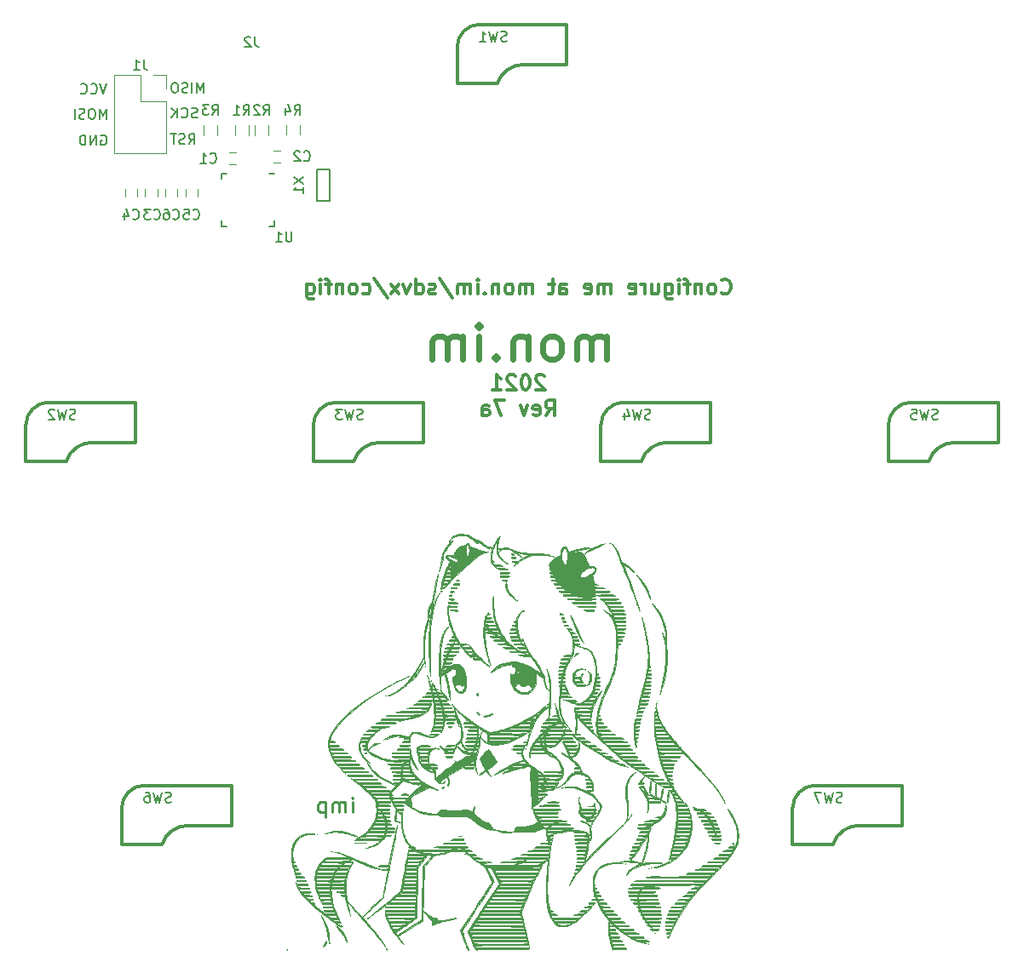
<source format=gbo>
G04 #@! TF.GenerationSoftware,KiCad,Pcbnew,(5.1.10)-1*
G04 #@! TF.CreationDate,2021-06-02T00:04:46-04:00*
G04 #@! TF.ProjectId,PocketVoltex,506f636b-6574-4566-9f6c-7465782e6b69,7*
G04 #@! TF.SameCoordinates,Original*
G04 #@! TF.FileFunction,Legend,Bot*
G04 #@! TF.FilePolarity,Positive*
%FSLAX46Y46*%
G04 Gerber Fmt 4.6, Leading zero omitted, Abs format (unit mm)*
G04 Created by KiCad (PCBNEW (5.1.10)-1) date 2021-06-02 00:04:46*
%MOMM*%
%LPD*%
G01*
G04 APERTURE LIST*
%ADD10C,0.200000*%
%ADD11C,0.300000*%
%ADD12C,0.600000*%
%ADD13C,0.120000*%
%ADD14C,0.150000*%
%ADD15C,0.010000*%
%ADD16C,0.254000*%
G04 APERTURE END LIST*
D10*
X113708095Y-70300000D02*
X113803333Y-70252380D01*
X113946190Y-70252380D01*
X114089047Y-70300000D01*
X114184285Y-70395238D01*
X114231904Y-70490476D01*
X114279523Y-70680952D01*
X114279523Y-70823809D01*
X114231904Y-71014285D01*
X114184285Y-71109523D01*
X114089047Y-71204761D01*
X113946190Y-71252380D01*
X113850952Y-71252380D01*
X113708095Y-71204761D01*
X113660476Y-71157142D01*
X113660476Y-70823809D01*
X113850952Y-70823809D01*
X113231904Y-71252380D02*
X113231904Y-70252380D01*
X112660476Y-71252380D01*
X112660476Y-70252380D01*
X112184285Y-71252380D02*
X112184285Y-70252380D01*
X111946190Y-70252380D01*
X111803333Y-70300000D01*
X111708095Y-70395238D01*
X111660476Y-70490476D01*
X111612857Y-70680952D01*
X111612857Y-70823809D01*
X111660476Y-71014285D01*
X111708095Y-71109523D01*
X111803333Y-71204761D01*
X111946190Y-71252380D01*
X112184285Y-71252380D01*
X114231904Y-68652380D02*
X114231904Y-67652380D01*
X113898571Y-68366666D01*
X113565238Y-67652380D01*
X113565238Y-68652380D01*
X112898571Y-67652380D02*
X112708095Y-67652380D01*
X112612857Y-67700000D01*
X112517619Y-67795238D01*
X112470000Y-67985714D01*
X112470000Y-68319047D01*
X112517619Y-68509523D01*
X112612857Y-68604761D01*
X112708095Y-68652380D01*
X112898571Y-68652380D01*
X112993809Y-68604761D01*
X113089047Y-68509523D01*
X113136666Y-68319047D01*
X113136666Y-67985714D01*
X113089047Y-67795238D01*
X112993809Y-67700000D01*
X112898571Y-67652380D01*
X112089047Y-68604761D02*
X111946190Y-68652380D01*
X111708095Y-68652380D01*
X111612857Y-68604761D01*
X111565238Y-68557142D01*
X111517619Y-68461904D01*
X111517619Y-68366666D01*
X111565238Y-68271428D01*
X111612857Y-68223809D01*
X111708095Y-68176190D01*
X111898571Y-68128571D01*
X111993809Y-68080952D01*
X112041428Y-68033333D01*
X112089047Y-67938095D01*
X112089047Y-67842857D01*
X112041428Y-67747619D01*
X111993809Y-67700000D01*
X111898571Y-67652380D01*
X111660476Y-67652380D01*
X111517619Y-67700000D01*
X111089047Y-68652380D02*
X111089047Y-67652380D01*
X114274761Y-65152380D02*
X113941428Y-66152380D01*
X113608095Y-65152380D01*
X112703333Y-66057142D02*
X112750952Y-66104761D01*
X112893809Y-66152380D01*
X112989047Y-66152380D01*
X113131904Y-66104761D01*
X113227142Y-66009523D01*
X113274761Y-65914285D01*
X113322380Y-65723809D01*
X113322380Y-65580952D01*
X113274761Y-65390476D01*
X113227142Y-65295238D01*
X113131904Y-65200000D01*
X112989047Y-65152380D01*
X112893809Y-65152380D01*
X112750952Y-65200000D01*
X112703333Y-65247619D01*
X111703333Y-66057142D02*
X111750952Y-66104761D01*
X111893809Y-66152380D01*
X111989047Y-66152380D01*
X112131904Y-66104761D01*
X112227142Y-66009523D01*
X112274761Y-65914285D01*
X112322380Y-65723809D01*
X112322380Y-65580952D01*
X112274761Y-65390476D01*
X112227142Y-65295238D01*
X112131904Y-65200000D01*
X111989047Y-65152380D01*
X111893809Y-65152380D01*
X111750952Y-65200000D01*
X111703333Y-65247619D01*
X122434761Y-71152380D02*
X122768095Y-70676190D01*
X123006190Y-71152380D02*
X123006190Y-70152380D01*
X122625238Y-70152380D01*
X122530000Y-70200000D01*
X122482380Y-70247619D01*
X122434761Y-70342857D01*
X122434761Y-70485714D01*
X122482380Y-70580952D01*
X122530000Y-70628571D01*
X122625238Y-70676190D01*
X123006190Y-70676190D01*
X122053809Y-71104761D02*
X121910952Y-71152380D01*
X121672857Y-71152380D01*
X121577619Y-71104761D01*
X121530000Y-71057142D01*
X121482380Y-70961904D01*
X121482380Y-70866666D01*
X121530000Y-70771428D01*
X121577619Y-70723809D01*
X121672857Y-70676190D01*
X121863333Y-70628571D01*
X121958571Y-70580952D01*
X122006190Y-70533333D01*
X122053809Y-70438095D01*
X122053809Y-70342857D01*
X122006190Y-70247619D01*
X121958571Y-70200000D01*
X121863333Y-70152380D01*
X121625238Y-70152380D01*
X121482380Y-70200000D01*
X121196666Y-70152380D02*
X120625238Y-70152380D01*
X120910952Y-71152380D02*
X120910952Y-70152380D01*
X123291904Y-68504761D02*
X123149047Y-68552380D01*
X122910952Y-68552380D01*
X122815714Y-68504761D01*
X122768095Y-68457142D01*
X122720476Y-68361904D01*
X122720476Y-68266666D01*
X122768095Y-68171428D01*
X122815714Y-68123809D01*
X122910952Y-68076190D01*
X123101428Y-68028571D01*
X123196666Y-67980952D01*
X123244285Y-67933333D01*
X123291904Y-67838095D01*
X123291904Y-67742857D01*
X123244285Y-67647619D01*
X123196666Y-67600000D01*
X123101428Y-67552380D01*
X122863333Y-67552380D01*
X122720476Y-67600000D01*
X121720476Y-68457142D02*
X121768095Y-68504761D01*
X121910952Y-68552380D01*
X122006190Y-68552380D01*
X122149047Y-68504761D01*
X122244285Y-68409523D01*
X122291904Y-68314285D01*
X122339523Y-68123809D01*
X122339523Y-67980952D01*
X122291904Y-67790476D01*
X122244285Y-67695238D01*
X122149047Y-67600000D01*
X122006190Y-67552380D01*
X121910952Y-67552380D01*
X121768095Y-67600000D01*
X121720476Y-67647619D01*
X121291904Y-68552380D02*
X121291904Y-67552380D01*
X120720476Y-68552380D02*
X121149047Y-67980952D01*
X120720476Y-67552380D02*
X121291904Y-68123809D01*
X123910952Y-66052380D02*
X123910952Y-65052380D01*
X123577619Y-65766666D01*
X123244285Y-65052380D01*
X123244285Y-66052380D01*
X122768095Y-66052380D02*
X122768095Y-65052380D01*
X122339523Y-66004761D02*
X122196666Y-66052380D01*
X121958571Y-66052380D01*
X121863333Y-66004761D01*
X121815714Y-65957142D01*
X121768095Y-65861904D01*
X121768095Y-65766666D01*
X121815714Y-65671428D01*
X121863333Y-65623809D01*
X121958571Y-65576190D01*
X122149047Y-65528571D01*
X122244285Y-65480952D01*
X122291904Y-65433333D01*
X122339523Y-65338095D01*
X122339523Y-65242857D01*
X122291904Y-65147619D01*
X122244285Y-65100000D01*
X122149047Y-65052380D01*
X121910952Y-65052380D01*
X121768095Y-65100000D01*
X121149047Y-65052380D02*
X120958571Y-65052380D01*
X120863333Y-65100000D01*
X120768095Y-65195238D01*
X120720476Y-65385714D01*
X120720476Y-65719047D01*
X120768095Y-65909523D01*
X120863333Y-66004761D01*
X120958571Y-66052380D01*
X121149047Y-66052380D01*
X121244285Y-66004761D01*
X121339523Y-65909523D01*
X121387142Y-65719047D01*
X121387142Y-65385714D01*
X121339523Y-65195238D01*
X121244285Y-65100000D01*
X121149047Y-65052380D01*
D11*
X175378571Y-85935714D02*
X175450000Y-86007142D01*
X175664285Y-86078571D01*
X175807142Y-86078571D01*
X176021428Y-86007142D01*
X176164285Y-85864285D01*
X176235714Y-85721428D01*
X176307142Y-85435714D01*
X176307142Y-85221428D01*
X176235714Y-84935714D01*
X176164285Y-84792857D01*
X176021428Y-84650000D01*
X175807142Y-84578571D01*
X175664285Y-84578571D01*
X175450000Y-84650000D01*
X175378571Y-84721428D01*
X174521428Y-86078571D02*
X174664285Y-86007142D01*
X174735714Y-85935714D01*
X174807142Y-85792857D01*
X174807142Y-85364285D01*
X174735714Y-85221428D01*
X174664285Y-85150000D01*
X174521428Y-85078571D01*
X174307142Y-85078571D01*
X174164285Y-85150000D01*
X174092857Y-85221428D01*
X174021428Y-85364285D01*
X174021428Y-85792857D01*
X174092857Y-85935714D01*
X174164285Y-86007142D01*
X174307142Y-86078571D01*
X174521428Y-86078571D01*
X173378571Y-85078571D02*
X173378571Y-86078571D01*
X173378571Y-85221428D02*
X173307142Y-85150000D01*
X173164285Y-85078571D01*
X172950000Y-85078571D01*
X172807142Y-85150000D01*
X172735714Y-85292857D01*
X172735714Y-86078571D01*
X172235714Y-85078571D02*
X171664285Y-85078571D01*
X172021428Y-86078571D02*
X172021428Y-84792857D01*
X171950000Y-84650000D01*
X171807142Y-84578571D01*
X171664285Y-84578571D01*
X171164285Y-86078571D02*
X171164285Y-85078571D01*
X171164285Y-84578571D02*
X171235714Y-84650000D01*
X171164285Y-84721428D01*
X171092857Y-84650000D01*
X171164285Y-84578571D01*
X171164285Y-84721428D01*
X169807142Y-85078571D02*
X169807142Y-86292857D01*
X169878571Y-86435714D01*
X169950000Y-86507142D01*
X170092857Y-86578571D01*
X170307142Y-86578571D01*
X170450000Y-86507142D01*
X169807142Y-86007142D02*
X169950000Y-86078571D01*
X170235714Y-86078571D01*
X170378571Y-86007142D01*
X170450000Y-85935714D01*
X170521428Y-85792857D01*
X170521428Y-85364285D01*
X170450000Y-85221428D01*
X170378571Y-85150000D01*
X170235714Y-85078571D01*
X169950000Y-85078571D01*
X169807142Y-85150000D01*
X168450000Y-85078571D02*
X168450000Y-86078571D01*
X169092857Y-85078571D02*
X169092857Y-85864285D01*
X169021428Y-86007142D01*
X168878571Y-86078571D01*
X168664285Y-86078571D01*
X168521428Y-86007142D01*
X168450000Y-85935714D01*
X167735714Y-86078571D02*
X167735714Y-85078571D01*
X167735714Y-85364285D02*
X167664285Y-85221428D01*
X167592857Y-85150000D01*
X167450000Y-85078571D01*
X167307142Y-85078571D01*
X166235714Y-86007142D02*
X166378571Y-86078571D01*
X166664285Y-86078571D01*
X166807142Y-86007142D01*
X166878571Y-85864285D01*
X166878571Y-85292857D01*
X166807142Y-85150000D01*
X166664285Y-85078571D01*
X166378571Y-85078571D01*
X166235714Y-85150000D01*
X166164285Y-85292857D01*
X166164285Y-85435714D01*
X166878571Y-85578571D01*
X164378571Y-86078571D02*
X164378571Y-85078571D01*
X164378571Y-85221428D02*
X164307142Y-85150000D01*
X164164285Y-85078571D01*
X163950000Y-85078571D01*
X163807142Y-85150000D01*
X163735714Y-85292857D01*
X163735714Y-86078571D01*
X163735714Y-85292857D02*
X163664285Y-85150000D01*
X163521428Y-85078571D01*
X163307142Y-85078571D01*
X163164285Y-85150000D01*
X163092857Y-85292857D01*
X163092857Y-86078571D01*
X161807142Y-86007142D02*
X161950000Y-86078571D01*
X162235714Y-86078571D01*
X162378571Y-86007142D01*
X162450000Y-85864285D01*
X162450000Y-85292857D01*
X162378571Y-85150000D01*
X162235714Y-85078571D01*
X161950000Y-85078571D01*
X161807142Y-85150000D01*
X161735714Y-85292857D01*
X161735714Y-85435714D01*
X162450000Y-85578571D01*
X159307142Y-86078571D02*
X159307142Y-85292857D01*
X159378571Y-85150000D01*
X159521428Y-85078571D01*
X159807142Y-85078571D01*
X159950000Y-85150000D01*
X159307142Y-86007142D02*
X159450000Y-86078571D01*
X159807142Y-86078571D01*
X159950000Y-86007142D01*
X160021428Y-85864285D01*
X160021428Y-85721428D01*
X159950000Y-85578571D01*
X159807142Y-85507142D01*
X159450000Y-85507142D01*
X159307142Y-85435714D01*
X158807142Y-85078571D02*
X158235714Y-85078571D01*
X158592857Y-84578571D02*
X158592857Y-85864285D01*
X158521428Y-86007142D01*
X158378571Y-86078571D01*
X158235714Y-86078571D01*
X156592857Y-86078571D02*
X156592857Y-85078571D01*
X156592857Y-85221428D02*
X156521428Y-85150000D01*
X156378571Y-85078571D01*
X156164285Y-85078571D01*
X156021428Y-85150000D01*
X155950000Y-85292857D01*
X155950000Y-86078571D01*
X155950000Y-85292857D02*
X155878571Y-85150000D01*
X155735714Y-85078571D01*
X155521428Y-85078571D01*
X155378571Y-85150000D01*
X155307142Y-85292857D01*
X155307142Y-86078571D01*
X154378571Y-86078571D02*
X154521428Y-86007142D01*
X154592857Y-85935714D01*
X154664285Y-85792857D01*
X154664285Y-85364285D01*
X154592857Y-85221428D01*
X154521428Y-85150000D01*
X154378571Y-85078571D01*
X154164285Y-85078571D01*
X154021428Y-85150000D01*
X153950000Y-85221428D01*
X153878571Y-85364285D01*
X153878571Y-85792857D01*
X153950000Y-85935714D01*
X154021428Y-86007142D01*
X154164285Y-86078571D01*
X154378571Y-86078571D01*
X153235714Y-85078571D02*
X153235714Y-86078571D01*
X153235714Y-85221428D02*
X153164285Y-85150000D01*
X153021428Y-85078571D01*
X152807142Y-85078571D01*
X152664285Y-85150000D01*
X152592857Y-85292857D01*
X152592857Y-86078571D01*
X151878571Y-85935714D02*
X151807142Y-86007142D01*
X151878571Y-86078571D01*
X151950000Y-86007142D01*
X151878571Y-85935714D01*
X151878571Y-86078571D01*
X151164285Y-86078571D02*
X151164285Y-85078571D01*
X151164285Y-84578571D02*
X151235714Y-84650000D01*
X151164285Y-84721428D01*
X151092857Y-84650000D01*
X151164285Y-84578571D01*
X151164285Y-84721428D01*
X150450000Y-86078571D02*
X150450000Y-85078571D01*
X150450000Y-85221428D02*
X150378571Y-85150000D01*
X150235714Y-85078571D01*
X150021428Y-85078571D01*
X149878571Y-85150000D01*
X149807142Y-85292857D01*
X149807142Y-86078571D01*
X149807142Y-85292857D02*
X149735714Y-85150000D01*
X149592857Y-85078571D01*
X149378571Y-85078571D01*
X149235714Y-85150000D01*
X149164285Y-85292857D01*
X149164285Y-86078571D01*
X147378571Y-84507142D02*
X148664285Y-86435714D01*
X146950000Y-86007142D02*
X146807142Y-86078571D01*
X146521428Y-86078571D01*
X146378571Y-86007142D01*
X146307142Y-85864285D01*
X146307142Y-85792857D01*
X146378571Y-85650000D01*
X146521428Y-85578571D01*
X146735714Y-85578571D01*
X146878571Y-85507142D01*
X146950000Y-85364285D01*
X146950000Y-85292857D01*
X146878571Y-85150000D01*
X146735714Y-85078571D01*
X146521428Y-85078571D01*
X146378571Y-85150000D01*
X145021428Y-86078571D02*
X145021428Y-84578571D01*
X145021428Y-86007142D02*
X145164285Y-86078571D01*
X145450000Y-86078571D01*
X145592857Y-86007142D01*
X145664285Y-85935714D01*
X145735714Y-85792857D01*
X145735714Y-85364285D01*
X145664285Y-85221428D01*
X145592857Y-85150000D01*
X145450000Y-85078571D01*
X145164285Y-85078571D01*
X145021428Y-85150000D01*
X144450000Y-85078571D02*
X144092857Y-86078571D01*
X143735714Y-85078571D01*
X143307142Y-86078571D02*
X142521428Y-85078571D01*
X143307142Y-85078571D02*
X142521428Y-86078571D01*
X140878571Y-84507142D02*
X142164285Y-86435714D01*
X139735714Y-86007142D02*
X139878571Y-86078571D01*
X140164285Y-86078571D01*
X140307142Y-86007142D01*
X140378571Y-85935714D01*
X140450000Y-85792857D01*
X140450000Y-85364285D01*
X140378571Y-85221428D01*
X140307142Y-85150000D01*
X140164285Y-85078571D01*
X139878571Y-85078571D01*
X139735714Y-85150000D01*
X138878571Y-86078571D02*
X139021428Y-86007142D01*
X139092857Y-85935714D01*
X139164285Y-85792857D01*
X139164285Y-85364285D01*
X139092857Y-85221428D01*
X139021428Y-85150000D01*
X138878571Y-85078571D01*
X138664285Y-85078571D01*
X138521428Y-85150000D01*
X138450000Y-85221428D01*
X138378571Y-85364285D01*
X138378571Y-85792857D01*
X138450000Y-85935714D01*
X138521428Y-86007142D01*
X138664285Y-86078571D01*
X138878571Y-86078571D01*
X137735714Y-85078571D02*
X137735714Y-86078571D01*
X137735714Y-85221428D02*
X137664285Y-85150000D01*
X137521428Y-85078571D01*
X137307142Y-85078571D01*
X137164285Y-85150000D01*
X137092857Y-85292857D01*
X137092857Y-86078571D01*
X136592857Y-85078571D02*
X136021428Y-85078571D01*
X136378571Y-86078571D02*
X136378571Y-84792857D01*
X136307142Y-84650000D01*
X136164285Y-84578571D01*
X136021428Y-84578571D01*
X135521428Y-86078571D02*
X135521428Y-85078571D01*
X135521428Y-84578571D02*
X135592857Y-84650000D01*
X135521428Y-84721428D01*
X135450000Y-84650000D01*
X135521428Y-84578571D01*
X135521428Y-84721428D01*
X134164285Y-85078571D02*
X134164285Y-86292857D01*
X134235714Y-86435714D01*
X134307142Y-86507142D01*
X134450000Y-86578571D01*
X134664285Y-86578571D01*
X134807142Y-86507142D01*
X134164285Y-86007142D02*
X134307142Y-86078571D01*
X134592857Y-86078571D01*
X134735714Y-86007142D01*
X134807142Y-85935714D01*
X134878571Y-85792857D01*
X134878571Y-85364285D01*
X134807142Y-85221428D01*
X134735714Y-85150000D01*
X134592857Y-85078571D01*
X134307142Y-85078571D01*
X134164285Y-85150000D01*
X157771428Y-94246428D02*
X157700000Y-94175000D01*
X157557142Y-94103571D01*
X157200000Y-94103571D01*
X157057142Y-94175000D01*
X156985714Y-94246428D01*
X156914285Y-94389285D01*
X156914285Y-94532142D01*
X156985714Y-94746428D01*
X157842857Y-95603571D01*
X156914285Y-95603571D01*
X155985714Y-94103571D02*
X155842857Y-94103571D01*
X155700000Y-94175000D01*
X155628571Y-94246428D01*
X155557142Y-94389285D01*
X155485714Y-94675000D01*
X155485714Y-95032142D01*
X155557142Y-95317857D01*
X155628571Y-95460714D01*
X155700000Y-95532142D01*
X155842857Y-95603571D01*
X155985714Y-95603571D01*
X156128571Y-95532142D01*
X156200000Y-95460714D01*
X156271428Y-95317857D01*
X156342857Y-95032142D01*
X156342857Y-94675000D01*
X156271428Y-94389285D01*
X156200000Y-94246428D01*
X156128571Y-94175000D01*
X155985714Y-94103571D01*
X154914285Y-94246428D02*
X154842857Y-94175000D01*
X154700000Y-94103571D01*
X154342857Y-94103571D01*
X154200000Y-94175000D01*
X154128571Y-94246428D01*
X154057142Y-94389285D01*
X154057142Y-94532142D01*
X154128571Y-94746428D01*
X154985714Y-95603571D01*
X154057142Y-95603571D01*
X152628571Y-95603571D02*
X153485714Y-95603571D01*
X153057142Y-95603571D02*
X153057142Y-94103571D01*
X153200000Y-94317857D01*
X153342857Y-94460714D01*
X153485714Y-94532142D01*
X157914285Y-98153571D02*
X158414285Y-97439285D01*
X158771428Y-98153571D02*
X158771428Y-96653571D01*
X158200000Y-96653571D01*
X158057142Y-96725000D01*
X157985714Y-96796428D01*
X157914285Y-96939285D01*
X157914285Y-97153571D01*
X157985714Y-97296428D01*
X158057142Y-97367857D01*
X158200000Y-97439285D01*
X158771428Y-97439285D01*
X156700000Y-98082142D02*
X156842857Y-98153571D01*
X157128571Y-98153571D01*
X157271428Y-98082142D01*
X157342857Y-97939285D01*
X157342857Y-97367857D01*
X157271428Y-97225000D01*
X157128571Y-97153571D01*
X156842857Y-97153571D01*
X156700000Y-97225000D01*
X156628571Y-97367857D01*
X156628571Y-97510714D01*
X157342857Y-97653571D01*
X156128571Y-97153571D02*
X155771428Y-98153571D01*
X155414285Y-97153571D01*
X153842857Y-96653571D02*
X152842857Y-96653571D01*
X153485714Y-98153571D01*
X151628571Y-98153571D02*
X151628571Y-97367857D01*
X151700000Y-97225000D01*
X151842857Y-97153571D01*
X152128571Y-97153571D01*
X152271428Y-97225000D01*
X151628571Y-98082142D02*
X151771428Y-98153571D01*
X152128571Y-98153571D01*
X152271428Y-98082142D01*
X152342857Y-97939285D01*
X152342857Y-97796428D01*
X152271428Y-97653571D01*
X152128571Y-97582142D01*
X151771428Y-97582142D01*
X151628571Y-97510714D01*
D12*
X163966666Y-92583333D02*
X163966666Y-90250000D01*
X163966666Y-90583333D02*
X163800000Y-90416666D01*
X163466666Y-90250000D01*
X162966666Y-90250000D01*
X162633333Y-90416666D01*
X162466666Y-90750000D01*
X162466666Y-92583333D01*
X162466666Y-90750000D02*
X162300000Y-90416666D01*
X161966666Y-90250000D01*
X161466666Y-90250000D01*
X161133333Y-90416666D01*
X160966666Y-90750000D01*
X160966666Y-92583333D01*
X158800000Y-92583333D02*
X159133333Y-92416666D01*
X159300000Y-92250000D01*
X159466666Y-91916666D01*
X159466666Y-90916666D01*
X159300000Y-90583333D01*
X159133333Y-90416666D01*
X158800000Y-90250000D01*
X158300000Y-90250000D01*
X157966666Y-90416666D01*
X157800000Y-90583333D01*
X157633333Y-90916666D01*
X157633333Y-91916666D01*
X157800000Y-92250000D01*
X157966666Y-92416666D01*
X158300000Y-92583333D01*
X158800000Y-92583333D01*
X156133333Y-90250000D02*
X156133333Y-92583333D01*
X156133333Y-90583333D02*
X155966666Y-90416666D01*
X155633333Y-90250000D01*
X155133333Y-90250000D01*
X154800000Y-90416666D01*
X154633333Y-90750000D01*
X154633333Y-92583333D01*
X152966666Y-92250000D02*
X152800000Y-92416666D01*
X152966666Y-92583333D01*
X153133333Y-92416666D01*
X152966666Y-92250000D01*
X152966666Y-92583333D01*
X151300000Y-92583333D02*
X151300000Y-90250000D01*
X151300000Y-89083333D02*
X151466666Y-89250000D01*
X151300000Y-89416666D01*
X151133333Y-89250000D01*
X151300000Y-89083333D01*
X151300000Y-89416666D01*
X149633333Y-92583333D02*
X149633333Y-90250000D01*
X149633333Y-90583333D02*
X149466666Y-90416666D01*
X149133333Y-90250000D01*
X148633333Y-90250000D01*
X148300000Y-90416666D01*
X148133333Y-90750000D01*
X148133333Y-92583333D01*
X148133333Y-90750000D02*
X147966666Y-90416666D01*
X147633333Y-90250000D01*
X147133333Y-90250000D01*
X146800000Y-90416666D01*
X146633333Y-90750000D01*
X146633333Y-92583333D01*
D13*
X132085800Y-69248400D02*
X132085800Y-70248400D01*
X133445800Y-70248400D02*
X133445800Y-69248400D01*
D14*
X125675000Y-74075000D02*
X126200000Y-74075000D01*
X125675000Y-79325000D02*
X126200000Y-79325000D01*
X130925000Y-79325000D02*
X130400000Y-79325000D01*
X130925000Y-74075000D02*
X130400000Y-74075000D01*
X125675000Y-79325000D02*
X125675000Y-78800000D01*
X130925000Y-79325000D02*
X130925000Y-78800000D01*
X125675000Y-74075000D02*
X125675000Y-74600000D01*
D15*
G36*
X164813774Y-142625469D02*
G01*
X164533647Y-142632577D01*
X164308835Y-142649176D01*
X164120342Y-142677084D01*
X164005642Y-142702828D01*
X163635372Y-142831154D01*
X163316037Y-143012663D01*
X163049771Y-143245248D01*
X162838708Y-143526798D01*
X162684985Y-143855206D01*
X162622166Y-144069584D01*
X162590665Y-144275339D01*
X162577403Y-144531222D01*
X162581577Y-144815122D01*
X162602387Y-145104929D01*
X162639029Y-145378532D01*
X162676185Y-145558856D01*
X162715677Y-145744262D01*
X162726278Y-145866678D01*
X162714360Y-145923047D01*
X162699318Y-145975919D01*
X162737110Y-145989412D01*
X162785992Y-146020190D01*
X162835418Y-146091775D01*
X162865757Y-146173046D01*
X162868235Y-146197285D01*
X162834629Y-146206582D01*
X162748768Y-146212461D01*
X162682785Y-146213529D01*
X162561666Y-146220390D01*
X162492358Y-146245842D01*
X162457353Y-146288235D01*
X162440855Y-146327598D01*
X162453439Y-146349968D01*
X162508822Y-146360127D01*
X162620721Y-146362856D01*
X162671641Y-146362941D01*
X162925910Y-146362941D01*
X163125290Y-146764485D01*
X163480633Y-147400514D01*
X163905463Y-148016278D01*
X163974365Y-148105910D01*
X164211872Y-148410790D01*
X164156377Y-148543607D01*
X164126064Y-148664544D01*
X164107788Y-148841834D01*
X164101530Y-149058104D01*
X164107272Y-149295982D01*
X164124995Y-149538093D01*
X164154679Y-149767064D01*
X164157722Y-149785181D01*
X164191749Y-149963981D01*
X164235163Y-150162424D01*
X164285145Y-150370749D01*
X164338879Y-150579197D01*
X164393548Y-150778005D01*
X164446334Y-150957414D01*
X164494420Y-151107663D01*
X164534989Y-151218990D01*
X164565225Y-151281637D01*
X164582310Y-151285841D01*
X164584975Y-151265515D01*
X164603808Y-151247964D01*
X164664140Y-151235062D01*
X164773645Y-151226280D01*
X164940000Y-151221085D01*
X165170878Y-151218948D01*
X165260138Y-151218824D01*
X165499026Y-151218563D01*
X165672742Y-151217030D01*
X165790820Y-151213103D01*
X165862794Y-151205657D01*
X165898198Y-151193567D01*
X165906565Y-151175710D01*
X165897430Y-151150963D01*
X165893824Y-151144118D01*
X165875110Y-151117058D01*
X165845019Y-151097449D01*
X165792565Y-151084098D01*
X165706759Y-151075812D01*
X165576614Y-151071400D01*
X165391142Y-151069669D01*
X165205476Y-151069412D01*
X164966920Y-151068586D01*
X164792795Y-151065508D01*
X164672839Y-151059272D01*
X164596791Y-151048977D01*
X164554389Y-151033717D01*
X164535369Y-151012590D01*
X164534438Y-151010327D01*
X164513915Y-150950582D01*
X164511442Y-150907333D01*
X164536364Y-150877916D01*
X164598028Y-150859668D01*
X164705780Y-150849925D01*
X164868966Y-150846022D01*
X165096931Y-150845295D01*
X165113408Y-150845294D01*
X165338795Y-150844588D01*
X165499434Y-150841794D01*
X165605275Y-150835897D01*
X165666270Y-150825880D01*
X165692368Y-150810728D01*
X165693520Y-150789426D01*
X165692379Y-150786210D01*
X165672602Y-150726665D01*
X165669706Y-150711504D01*
X165634444Y-150706213D01*
X165537022Y-150701688D01*
X165389982Y-150698261D01*
X165205870Y-150696261D01*
X165076055Y-150695882D01*
X164848816Y-150694937D01*
X164685550Y-150691417D01*
X164575538Y-150684294D01*
X164508064Y-150672541D01*
X164472410Y-150655131D01*
X164459732Y-150636798D01*
X164438669Y-150574538D01*
X164437420Y-150530301D01*
X164465664Y-150501010D01*
X164533081Y-150483589D01*
X164649350Y-150474961D01*
X164824152Y-150472049D01*
X164978993Y-150471765D01*
X165189640Y-150471413D01*
X165335901Y-150469322D01*
X165428097Y-150463933D01*
X165476547Y-150453691D01*
X165491571Y-150437038D01*
X165483489Y-150412419D01*
X165474273Y-150397059D01*
X165449997Y-150366992D01*
X165412768Y-150346252D01*
X165349840Y-150333130D01*
X165248471Y-150325915D01*
X165095916Y-150322897D01*
X164917658Y-150322353D01*
X164708663Y-150321151D01*
X164562810Y-150316694D01*
X164468561Y-150307700D01*
X164414377Y-150292890D01*
X164388721Y-150270985D01*
X164385026Y-150263268D01*
X164363244Y-150197392D01*
X164363974Y-150151864D01*
X164397337Y-150122936D01*
X164473459Y-150106857D01*
X164602462Y-150099878D01*
X164794468Y-150098250D01*
X164830579Y-150098235D01*
X165023955Y-150097758D01*
X165153719Y-150095036D01*
X165230966Y-150088135D01*
X165266789Y-150075118D01*
X165272282Y-150054051D01*
X165258824Y-150023529D01*
X165235716Y-149991605D01*
X165197904Y-149970296D01*
X165131745Y-149957493D01*
X165023598Y-149951081D01*
X164859819Y-149948950D01*
X164776278Y-149948824D01*
X164588391Y-149948165D01*
X164462029Y-149944601D01*
X164384015Y-149935751D01*
X164341168Y-149919233D01*
X164320312Y-149892665D01*
X164311190Y-149864779D01*
X164293151Y-149787247D01*
X164288157Y-149752721D01*
X164322719Y-149741240D01*
X164416601Y-149732036D01*
X164554423Y-149726206D01*
X164681167Y-149724706D01*
X164855548Y-149724067D01*
X164967089Y-149720480D01*
X165027653Y-149711436D01*
X165049106Y-149694430D01*
X165043312Y-149666953D01*
X165034706Y-149650000D01*
X165008949Y-149615425D01*
X164966297Y-149593453D01*
X164891560Y-149581301D01*
X164769548Y-149576188D01*
X164626864Y-149575294D01*
X164458671Y-149574557D01*
X164350767Y-149570041D01*
X164288736Y-149558286D01*
X164258162Y-149535833D01*
X164244629Y-149499224D01*
X164241320Y-149482790D01*
X164234763Y-149405568D01*
X164243191Y-149370731D01*
X164287273Y-149361520D01*
X164386612Y-149354644D01*
X164521768Y-149351313D01*
X164556658Y-149351176D01*
X164702571Y-149350074D01*
X164786925Y-149344253D01*
X164822861Y-149329939D01*
X164823521Y-149303360D01*
X164811425Y-149278033D01*
X164779277Y-149239531D01*
X164721947Y-149215487D01*
X164622337Y-149201524D01*
X164483272Y-149193989D01*
X164337918Y-149187376D01*
X164251095Y-149177052D01*
X164206663Y-149156922D01*
X164188487Y-149120890D01*
X164182446Y-149080368D01*
X164179072Y-149023869D01*
X164196555Y-148993165D01*
X164251442Y-148980389D01*
X164360280Y-148977675D01*
X164398539Y-148977647D01*
X164522785Y-148976027D01*
X164586455Y-148967424D01*
X164603666Y-148946227D01*
X164588536Y-148906824D01*
X164586471Y-148902941D01*
X164544118Y-148855629D01*
X164468931Y-148833197D01*
X164361039Y-148828235D01*
X164250975Y-148825740D01*
X164196271Y-148810463D01*
X164177591Y-148770721D01*
X164175588Y-148716176D01*
X164185435Y-148636290D01*
X164228245Y-148606991D01*
X164272699Y-148604118D01*
X164336918Y-148621875D01*
X164427653Y-148678927D01*
X164552632Y-148780942D01*
X164711596Y-148926056D01*
X165115472Y-149281675D01*
X165538846Y-149608763D01*
X165960518Y-149891419D01*
X166141105Y-149998211D01*
X166323837Y-150096148D01*
X166521431Y-150193060D01*
X166723977Y-150285147D01*
X166921565Y-150368609D01*
X167104287Y-150439645D01*
X167262233Y-150494456D01*
X167385493Y-150529241D01*
X167464159Y-150540201D01*
X167488321Y-150523534D01*
X167483792Y-150513112D01*
X167497526Y-150492804D01*
X167571959Y-150479609D01*
X167712324Y-150472916D01*
X167839010Y-150471765D01*
X168219781Y-150471765D01*
X168124808Y-150397059D01*
X168079911Y-150367287D01*
X168024775Y-150346591D01*
X167945835Y-150333362D01*
X167829530Y-150325992D01*
X167662293Y-150322872D01*
X167494830Y-150322353D01*
X167273318Y-150320968D01*
X167109974Y-150315586D01*
X166988293Y-150304368D01*
X166891770Y-150285473D01*
X166803898Y-150257062D01*
X166763001Y-150240774D01*
X166656317Y-150191656D01*
X166584839Y-150149367D01*
X166566177Y-150128715D01*
X166601385Y-150118152D01*
X166698440Y-150109178D01*
X166844490Y-150102484D01*
X167026681Y-150098764D01*
X167131508Y-150098235D01*
X167696840Y-150098235D01*
X167601866Y-150023529D01*
X167561257Y-149996148D01*
X167511733Y-149976371D01*
X167441266Y-149962980D01*
X167337832Y-149954758D01*
X167189406Y-149950487D01*
X166983962Y-149948949D01*
X166864194Y-149948824D01*
X166627088Y-149948141D01*
X166451683Y-149945195D01*
X166324983Y-149938640D01*
X166233987Y-149927130D01*
X166165700Y-149909319D01*
X166107121Y-149883860D01*
X166076336Y-149867239D01*
X165988669Y-149811741D01*
X165937019Y-149767007D01*
X165931177Y-149755181D01*
X165966492Y-149745040D01*
X166064291Y-149736179D01*
X166212358Y-149729217D01*
X166398472Y-149724773D01*
X166556838Y-149723463D01*
X167182500Y-149722220D01*
X167094318Y-149648757D01*
X167057139Y-149622487D01*
X167010405Y-149603311D01*
X166942629Y-149590129D01*
X166842325Y-149581840D01*
X166698004Y-149577344D01*
X166498181Y-149575542D01*
X166327172Y-149575294D01*
X165648208Y-149575294D01*
X165518883Y-149464753D01*
X165389559Y-149354213D01*
X166039686Y-149352694D01*
X166273738Y-149351934D01*
X166442341Y-149350104D01*
X166554754Y-149345993D01*
X166620235Y-149338391D01*
X166648041Y-149326086D01*
X166647430Y-149307865D01*
X166627660Y-149282519D01*
X166622206Y-149276471D01*
X166593785Y-149250183D01*
X166555757Y-149230888D01*
X166497146Y-149217512D01*
X166406972Y-149208984D01*
X166274259Y-149204231D01*
X166088029Y-149202183D01*
X165857193Y-149201765D01*
X165612633Y-149201441D01*
X165431596Y-149199642D01*
X165302899Y-149195125D01*
X165215358Y-149186650D01*
X165157791Y-149172975D01*
X165119014Y-149152857D01*
X165087844Y-149125056D01*
X165078570Y-149115313D01*
X165021966Y-149047774D01*
X164997385Y-149004004D01*
X164997353Y-149003254D01*
X165032662Y-148994770D01*
X165130421Y-148987473D01*
X165278377Y-148981867D01*
X165464276Y-148978459D01*
X165619466Y-148977647D01*
X165847662Y-148977418D01*
X166010565Y-148975887D01*
X166117591Y-148971785D01*
X166178154Y-148963843D01*
X166201667Y-148950794D01*
X166197544Y-148931369D01*
X166175200Y-148904300D01*
X166173971Y-148902941D01*
X166144716Y-148876004D01*
X166105512Y-148856431D01*
X166045014Y-148843057D01*
X165951881Y-148834717D01*
X165814768Y-148830248D01*
X165622332Y-148828484D01*
X165446310Y-148828235D01*
X165209163Y-148827865D01*
X165035151Y-148825856D01*
X164912701Y-148820858D01*
X164830244Y-148811521D01*
X164776207Y-148796496D01*
X164739021Y-148774434D01*
X164707113Y-148743985D01*
X164705041Y-148741784D01*
X164648437Y-148674245D01*
X164623855Y-148630474D01*
X164623824Y-148629725D01*
X164659068Y-148620990D01*
X164756377Y-148613536D01*
X164903112Y-148607915D01*
X165086635Y-148604682D01*
X165208584Y-148604118D01*
X165428761Y-148603866D01*
X165583867Y-148602184D01*
X165683534Y-148597680D01*
X165737396Y-148588962D01*
X165755087Y-148574639D01*
X165746240Y-148553318D01*
X165725735Y-148529412D01*
X165695621Y-148501814D01*
X165655195Y-148481969D01*
X165592734Y-148468612D01*
X165496517Y-148460480D01*
X165354823Y-148456307D01*
X165155929Y-148454829D01*
X165033213Y-148454706D01*
X164803970Y-148454430D01*
X164637865Y-148452565D01*
X164523330Y-148447557D01*
X164448797Y-148437852D01*
X164402698Y-148421896D01*
X164373465Y-148398135D01*
X164349530Y-148365013D01*
X164347973Y-148362638D01*
X164304718Y-148290531D01*
X164287647Y-148250579D01*
X164322822Y-148243546D01*
X164419637Y-148237596D01*
X164565031Y-148233207D01*
X164745940Y-148230855D01*
X164835054Y-148230588D01*
X165046954Y-148230310D01*
X165194015Y-148228451D01*
X165286105Y-148223475D01*
X165333089Y-148213845D01*
X165344836Y-148198026D01*
X165331212Y-148174481D01*
X165314853Y-148155882D01*
X165283249Y-148127159D01*
X165240683Y-148106877D01*
X165174773Y-148093587D01*
X165073139Y-148085841D01*
X164923399Y-148082191D01*
X164713172Y-148081188D01*
X164676182Y-148081176D01*
X164457732Y-148080666D01*
X164301785Y-148078061D01*
X164196140Y-148071752D01*
X164128594Y-148060130D01*
X164086946Y-148041583D01*
X164058995Y-148014503D01*
X164046971Y-147998159D01*
X164003663Y-147926615D01*
X163988824Y-147886100D01*
X164023918Y-147875541D01*
X164120181Y-147866698D01*
X164264082Y-147860340D01*
X164442087Y-147857239D01*
X164498878Y-147857059D01*
X164702212Y-147856749D01*
X164840956Y-147854679D01*
X164925225Y-147849143D01*
X164965133Y-147838431D01*
X164970796Y-147820837D01*
X164952329Y-147794652D01*
X164941324Y-147782353D01*
X164907886Y-147752282D01*
X164862645Y-147731518D01*
X164792406Y-147718367D01*
X164683973Y-147711138D01*
X164524150Y-147708138D01*
X164358682Y-147707647D01*
X164152580Y-147707006D01*
X164008190Y-147703827D01*
X163912523Y-147696229D01*
X163852589Y-147682332D01*
X163815397Y-147660252D01*
X163787956Y-147628110D01*
X163785501Y-147624630D01*
X163742193Y-147553085D01*
X163727353Y-147512571D01*
X163762312Y-147501426D01*
X163857628Y-147492260D01*
X163998958Y-147485991D01*
X164171962Y-147483536D01*
X164181378Y-147483529D01*
X164371252Y-147483158D01*
X164496938Y-147480689D01*
X164568950Y-147474089D01*
X164597805Y-147461325D01*
X164594020Y-147440364D01*
X164568110Y-147409173D01*
X164567794Y-147408824D01*
X164532161Y-147377193D01*
X164483655Y-147355926D01*
X164408107Y-147343016D01*
X164291347Y-147336456D01*
X164119204Y-147334239D01*
X164040378Y-147334118D01*
X163846169Y-147333107D01*
X163713388Y-147328793D01*
X163628769Y-147319253D01*
X163579045Y-147302564D01*
X163550953Y-147276803D01*
X163541903Y-147261867D01*
X163512555Y-147197627D01*
X163512703Y-147154554D01*
X163552262Y-147128459D01*
X163641145Y-147115152D01*
X163789265Y-147110443D01*
X163901231Y-147110000D01*
X164076783Y-147109545D01*
X164188582Y-147106530D01*
X164247577Y-147098477D01*
X164264721Y-147082912D01*
X164250966Y-147057357D01*
X164231618Y-147035294D01*
X164192914Y-147001578D01*
X164139725Y-146979736D01*
X164056532Y-146967282D01*
X163927816Y-146961732D01*
X163764912Y-146960588D01*
X163588074Y-146959884D01*
X163471274Y-146955669D01*
X163399843Y-146944789D01*
X163359116Y-146924090D01*
X163334425Y-146890419D01*
X163322466Y-146865448D01*
X163290785Y-146790513D01*
X163279118Y-146753389D01*
X163313696Y-146745952D01*
X163406340Y-146740180D01*
X163540414Y-146736908D01*
X163616608Y-146736471D01*
X163775514Y-146735643D01*
X163872258Y-146731059D01*
X163919380Y-146719571D01*
X163929424Y-146698029D01*
X163914929Y-146663284D01*
X163914118Y-146661765D01*
X163887454Y-146626329D01*
X163843113Y-146604181D01*
X163765392Y-146592294D01*
X163638585Y-146587640D01*
X163526593Y-146587059D01*
X163363070Y-146585924D01*
X163258362Y-146580077D01*
X163196584Y-146565849D01*
X163161853Y-146539574D01*
X163138284Y-146497587D01*
X163138201Y-146497403D01*
X163115276Y-146423181D01*
X163119754Y-146385344D01*
X163165818Y-146374086D01*
X163265146Y-146366042D01*
X163396310Y-146362941D01*
X163397402Y-146362941D01*
X163524556Y-146358943D01*
X163615994Y-146348440D01*
X163652594Y-146333671D01*
X163652647Y-146333059D01*
X163623012Y-146271365D01*
X163531285Y-146232451D01*
X163373231Y-146214896D01*
X163296319Y-146213529D01*
X163155751Y-146211398D01*
X163071079Y-146201356D01*
X163023532Y-146177931D01*
X162994340Y-146135651D01*
X162988789Y-146123874D01*
X162964817Y-146054252D01*
X162979531Y-146013697D01*
X163044385Y-145994626D01*
X163170837Y-145989458D01*
X163191961Y-145989412D01*
X163302526Y-145984353D01*
X163374863Y-145971340D01*
X163391177Y-145959529D01*
X163356307Y-145894596D01*
X163254372Y-145854233D01*
X163089381Y-145840007D01*
X163084883Y-145840000D01*
X162955066Y-145834901D01*
X162886996Y-145817586D01*
X162868235Y-145787026D01*
X162855132Y-145704885D01*
X162845563Y-145674967D01*
X162844261Y-145638448D01*
X162886985Y-145620712D01*
X162988578Y-145615890D01*
X162994974Y-145615882D01*
X163110879Y-145603372D01*
X163162069Y-145572323D01*
X163152982Y-145532460D01*
X163088057Y-145493508D01*
X162971731Y-145465190D01*
X162923791Y-145459916D01*
X162826115Y-145445489D01*
X162780173Y-145412637D01*
X162763034Y-145345074D01*
X162763220Y-145273430D01*
X162800913Y-145246144D01*
X162867069Y-145242353D01*
X162944360Y-145237072D01*
X162961831Y-145211604D01*
X162942941Y-145167647D01*
X162874917Y-145107026D01*
X162815248Y-145092941D01*
X162737985Y-145063702D01*
X162699515Y-144995608D01*
X162709856Y-144918090D01*
X162742768Y-144879956D01*
X162778833Y-144821751D01*
X162773287Y-144757211D01*
X162730966Y-144720447D01*
X162719996Y-144719412D01*
X162694836Y-144685349D01*
X162684047Y-144593374D01*
X162687232Y-144458805D01*
X162703996Y-144296962D01*
X162733943Y-144123166D01*
X162735601Y-144115278D01*
X162844148Y-143760498D01*
X163008746Y-143454910D01*
X163228996Y-143198779D01*
X163504497Y-142992365D01*
X163834848Y-142835932D01*
X164219650Y-142729742D01*
X164658501Y-142674058D01*
X164945974Y-142665000D01*
X165114102Y-142663243D01*
X165248419Y-142658460D01*
X165335288Y-142651381D01*
X165361086Y-142642753D01*
X165317624Y-142635073D01*
X165213568Y-142629261D01*
X165063016Y-142625762D01*
X164880067Y-142625021D01*
X164813774Y-142625469D01*
G37*
X164813774Y-142625469D02*
X164533647Y-142632577D01*
X164308835Y-142649176D01*
X164120342Y-142677084D01*
X164005642Y-142702828D01*
X163635372Y-142831154D01*
X163316037Y-143012663D01*
X163049771Y-143245248D01*
X162838708Y-143526798D01*
X162684985Y-143855206D01*
X162622166Y-144069584D01*
X162590665Y-144275339D01*
X162577403Y-144531222D01*
X162581577Y-144815122D01*
X162602387Y-145104929D01*
X162639029Y-145378532D01*
X162676185Y-145558856D01*
X162715677Y-145744262D01*
X162726278Y-145866678D01*
X162714360Y-145923047D01*
X162699318Y-145975919D01*
X162737110Y-145989412D01*
X162785992Y-146020190D01*
X162835418Y-146091775D01*
X162865757Y-146173046D01*
X162868235Y-146197285D01*
X162834629Y-146206582D01*
X162748768Y-146212461D01*
X162682785Y-146213529D01*
X162561666Y-146220390D01*
X162492358Y-146245842D01*
X162457353Y-146288235D01*
X162440855Y-146327598D01*
X162453439Y-146349968D01*
X162508822Y-146360127D01*
X162620721Y-146362856D01*
X162671641Y-146362941D01*
X162925910Y-146362941D01*
X163125290Y-146764485D01*
X163480633Y-147400514D01*
X163905463Y-148016278D01*
X163974365Y-148105910D01*
X164211872Y-148410790D01*
X164156377Y-148543607D01*
X164126064Y-148664544D01*
X164107788Y-148841834D01*
X164101530Y-149058104D01*
X164107272Y-149295982D01*
X164124995Y-149538093D01*
X164154679Y-149767064D01*
X164157722Y-149785181D01*
X164191749Y-149963981D01*
X164235163Y-150162424D01*
X164285145Y-150370749D01*
X164338879Y-150579197D01*
X164393548Y-150778005D01*
X164446334Y-150957414D01*
X164494420Y-151107663D01*
X164534989Y-151218990D01*
X164565225Y-151281637D01*
X164582310Y-151285841D01*
X164584975Y-151265515D01*
X164603808Y-151247964D01*
X164664140Y-151235062D01*
X164773645Y-151226280D01*
X164940000Y-151221085D01*
X165170878Y-151218948D01*
X165260138Y-151218824D01*
X165499026Y-151218563D01*
X165672742Y-151217030D01*
X165790820Y-151213103D01*
X165862794Y-151205657D01*
X165898198Y-151193567D01*
X165906565Y-151175710D01*
X165897430Y-151150963D01*
X165893824Y-151144118D01*
X165875110Y-151117058D01*
X165845019Y-151097449D01*
X165792565Y-151084098D01*
X165706759Y-151075812D01*
X165576614Y-151071400D01*
X165391142Y-151069669D01*
X165205476Y-151069412D01*
X164966920Y-151068586D01*
X164792795Y-151065508D01*
X164672839Y-151059272D01*
X164596791Y-151048977D01*
X164554389Y-151033717D01*
X164535369Y-151012590D01*
X164534438Y-151010327D01*
X164513915Y-150950582D01*
X164511442Y-150907333D01*
X164536364Y-150877916D01*
X164598028Y-150859668D01*
X164705780Y-150849925D01*
X164868966Y-150846022D01*
X165096931Y-150845295D01*
X165113408Y-150845294D01*
X165338795Y-150844588D01*
X165499434Y-150841794D01*
X165605275Y-150835897D01*
X165666270Y-150825880D01*
X165692368Y-150810728D01*
X165693520Y-150789426D01*
X165692379Y-150786210D01*
X165672602Y-150726665D01*
X165669706Y-150711504D01*
X165634444Y-150706213D01*
X165537022Y-150701688D01*
X165389982Y-150698261D01*
X165205870Y-150696261D01*
X165076055Y-150695882D01*
X164848816Y-150694937D01*
X164685550Y-150691417D01*
X164575538Y-150684294D01*
X164508064Y-150672541D01*
X164472410Y-150655131D01*
X164459732Y-150636798D01*
X164438669Y-150574538D01*
X164437420Y-150530301D01*
X164465664Y-150501010D01*
X164533081Y-150483589D01*
X164649350Y-150474961D01*
X164824152Y-150472049D01*
X164978993Y-150471765D01*
X165189640Y-150471413D01*
X165335901Y-150469322D01*
X165428097Y-150463933D01*
X165476547Y-150453691D01*
X165491571Y-150437038D01*
X165483489Y-150412419D01*
X165474273Y-150397059D01*
X165449997Y-150366992D01*
X165412768Y-150346252D01*
X165349840Y-150333130D01*
X165248471Y-150325915D01*
X165095916Y-150322897D01*
X164917658Y-150322353D01*
X164708663Y-150321151D01*
X164562810Y-150316694D01*
X164468561Y-150307700D01*
X164414377Y-150292890D01*
X164388721Y-150270985D01*
X164385026Y-150263268D01*
X164363244Y-150197392D01*
X164363974Y-150151864D01*
X164397337Y-150122936D01*
X164473459Y-150106857D01*
X164602462Y-150099878D01*
X164794468Y-150098250D01*
X164830579Y-150098235D01*
X165023955Y-150097758D01*
X165153719Y-150095036D01*
X165230966Y-150088135D01*
X165266789Y-150075118D01*
X165272282Y-150054051D01*
X165258824Y-150023529D01*
X165235716Y-149991605D01*
X165197904Y-149970296D01*
X165131745Y-149957493D01*
X165023598Y-149951081D01*
X164859819Y-149948950D01*
X164776278Y-149948824D01*
X164588391Y-149948165D01*
X164462029Y-149944601D01*
X164384015Y-149935751D01*
X164341168Y-149919233D01*
X164320312Y-149892665D01*
X164311190Y-149864779D01*
X164293151Y-149787247D01*
X164288157Y-149752721D01*
X164322719Y-149741240D01*
X164416601Y-149732036D01*
X164554423Y-149726206D01*
X164681167Y-149724706D01*
X164855548Y-149724067D01*
X164967089Y-149720480D01*
X165027653Y-149711436D01*
X165049106Y-149694430D01*
X165043312Y-149666953D01*
X165034706Y-149650000D01*
X165008949Y-149615425D01*
X164966297Y-149593453D01*
X164891560Y-149581301D01*
X164769548Y-149576188D01*
X164626864Y-149575294D01*
X164458671Y-149574557D01*
X164350767Y-149570041D01*
X164288736Y-149558286D01*
X164258162Y-149535833D01*
X164244629Y-149499224D01*
X164241320Y-149482790D01*
X164234763Y-149405568D01*
X164243191Y-149370731D01*
X164287273Y-149361520D01*
X164386612Y-149354644D01*
X164521768Y-149351313D01*
X164556658Y-149351176D01*
X164702571Y-149350074D01*
X164786925Y-149344253D01*
X164822861Y-149329939D01*
X164823521Y-149303360D01*
X164811425Y-149278033D01*
X164779277Y-149239531D01*
X164721947Y-149215487D01*
X164622337Y-149201524D01*
X164483272Y-149193989D01*
X164337918Y-149187376D01*
X164251095Y-149177052D01*
X164206663Y-149156922D01*
X164188487Y-149120890D01*
X164182446Y-149080368D01*
X164179072Y-149023869D01*
X164196555Y-148993165D01*
X164251442Y-148980389D01*
X164360280Y-148977675D01*
X164398539Y-148977647D01*
X164522785Y-148976027D01*
X164586455Y-148967424D01*
X164603666Y-148946227D01*
X164588536Y-148906824D01*
X164586471Y-148902941D01*
X164544118Y-148855629D01*
X164468931Y-148833197D01*
X164361039Y-148828235D01*
X164250975Y-148825740D01*
X164196271Y-148810463D01*
X164177591Y-148770721D01*
X164175588Y-148716176D01*
X164185435Y-148636290D01*
X164228245Y-148606991D01*
X164272699Y-148604118D01*
X164336918Y-148621875D01*
X164427653Y-148678927D01*
X164552632Y-148780942D01*
X164711596Y-148926056D01*
X165115472Y-149281675D01*
X165538846Y-149608763D01*
X165960518Y-149891419D01*
X166141105Y-149998211D01*
X166323837Y-150096148D01*
X166521431Y-150193060D01*
X166723977Y-150285147D01*
X166921565Y-150368609D01*
X167104287Y-150439645D01*
X167262233Y-150494456D01*
X167385493Y-150529241D01*
X167464159Y-150540201D01*
X167488321Y-150523534D01*
X167483792Y-150513112D01*
X167497526Y-150492804D01*
X167571959Y-150479609D01*
X167712324Y-150472916D01*
X167839010Y-150471765D01*
X168219781Y-150471765D01*
X168124808Y-150397059D01*
X168079911Y-150367287D01*
X168024775Y-150346591D01*
X167945835Y-150333362D01*
X167829530Y-150325992D01*
X167662293Y-150322872D01*
X167494830Y-150322353D01*
X167273318Y-150320968D01*
X167109974Y-150315586D01*
X166988293Y-150304368D01*
X166891770Y-150285473D01*
X166803898Y-150257062D01*
X166763001Y-150240774D01*
X166656317Y-150191656D01*
X166584839Y-150149367D01*
X166566177Y-150128715D01*
X166601385Y-150118152D01*
X166698440Y-150109178D01*
X166844490Y-150102484D01*
X167026681Y-150098764D01*
X167131508Y-150098235D01*
X167696840Y-150098235D01*
X167601866Y-150023529D01*
X167561257Y-149996148D01*
X167511733Y-149976371D01*
X167441266Y-149962980D01*
X167337832Y-149954758D01*
X167189406Y-149950487D01*
X166983962Y-149948949D01*
X166864194Y-149948824D01*
X166627088Y-149948141D01*
X166451683Y-149945195D01*
X166324983Y-149938640D01*
X166233987Y-149927130D01*
X166165700Y-149909319D01*
X166107121Y-149883860D01*
X166076336Y-149867239D01*
X165988669Y-149811741D01*
X165937019Y-149767007D01*
X165931177Y-149755181D01*
X165966492Y-149745040D01*
X166064291Y-149736179D01*
X166212358Y-149729217D01*
X166398472Y-149724773D01*
X166556838Y-149723463D01*
X167182500Y-149722220D01*
X167094318Y-149648757D01*
X167057139Y-149622487D01*
X167010405Y-149603311D01*
X166942629Y-149590129D01*
X166842325Y-149581840D01*
X166698004Y-149577344D01*
X166498181Y-149575542D01*
X166327172Y-149575294D01*
X165648208Y-149575294D01*
X165518883Y-149464753D01*
X165389559Y-149354213D01*
X166039686Y-149352694D01*
X166273738Y-149351934D01*
X166442341Y-149350104D01*
X166554754Y-149345993D01*
X166620235Y-149338391D01*
X166648041Y-149326086D01*
X166647430Y-149307865D01*
X166627660Y-149282519D01*
X166622206Y-149276471D01*
X166593785Y-149250183D01*
X166555757Y-149230888D01*
X166497146Y-149217512D01*
X166406972Y-149208984D01*
X166274259Y-149204231D01*
X166088029Y-149202183D01*
X165857193Y-149201765D01*
X165612633Y-149201441D01*
X165431596Y-149199642D01*
X165302899Y-149195125D01*
X165215358Y-149186650D01*
X165157791Y-149172975D01*
X165119014Y-149152857D01*
X165087844Y-149125056D01*
X165078570Y-149115313D01*
X165021966Y-149047774D01*
X164997385Y-149004004D01*
X164997353Y-149003254D01*
X165032662Y-148994770D01*
X165130421Y-148987473D01*
X165278377Y-148981867D01*
X165464276Y-148978459D01*
X165619466Y-148977647D01*
X165847662Y-148977418D01*
X166010565Y-148975887D01*
X166117591Y-148971785D01*
X166178154Y-148963843D01*
X166201667Y-148950794D01*
X166197544Y-148931369D01*
X166175200Y-148904300D01*
X166173971Y-148902941D01*
X166144716Y-148876004D01*
X166105512Y-148856431D01*
X166045014Y-148843057D01*
X165951881Y-148834717D01*
X165814768Y-148830248D01*
X165622332Y-148828484D01*
X165446310Y-148828235D01*
X165209163Y-148827865D01*
X165035151Y-148825856D01*
X164912701Y-148820858D01*
X164830244Y-148811521D01*
X164776207Y-148796496D01*
X164739021Y-148774434D01*
X164707113Y-148743985D01*
X164705041Y-148741784D01*
X164648437Y-148674245D01*
X164623855Y-148630474D01*
X164623824Y-148629725D01*
X164659068Y-148620990D01*
X164756377Y-148613536D01*
X164903112Y-148607915D01*
X165086635Y-148604682D01*
X165208584Y-148604118D01*
X165428761Y-148603866D01*
X165583867Y-148602184D01*
X165683534Y-148597680D01*
X165737396Y-148588962D01*
X165755087Y-148574639D01*
X165746240Y-148553318D01*
X165725735Y-148529412D01*
X165695621Y-148501814D01*
X165655195Y-148481969D01*
X165592734Y-148468612D01*
X165496517Y-148460480D01*
X165354823Y-148456307D01*
X165155929Y-148454829D01*
X165033213Y-148454706D01*
X164803970Y-148454430D01*
X164637865Y-148452565D01*
X164523330Y-148447557D01*
X164448797Y-148437852D01*
X164402698Y-148421896D01*
X164373465Y-148398135D01*
X164349530Y-148365013D01*
X164347973Y-148362638D01*
X164304718Y-148290531D01*
X164287647Y-148250579D01*
X164322822Y-148243546D01*
X164419637Y-148237596D01*
X164565031Y-148233207D01*
X164745940Y-148230855D01*
X164835054Y-148230588D01*
X165046954Y-148230310D01*
X165194015Y-148228451D01*
X165286105Y-148223475D01*
X165333089Y-148213845D01*
X165344836Y-148198026D01*
X165331212Y-148174481D01*
X165314853Y-148155882D01*
X165283249Y-148127159D01*
X165240683Y-148106877D01*
X165174773Y-148093587D01*
X165073139Y-148085841D01*
X164923399Y-148082191D01*
X164713172Y-148081188D01*
X164676182Y-148081176D01*
X164457732Y-148080666D01*
X164301785Y-148078061D01*
X164196140Y-148071752D01*
X164128594Y-148060130D01*
X164086946Y-148041583D01*
X164058995Y-148014503D01*
X164046971Y-147998159D01*
X164003663Y-147926615D01*
X163988824Y-147886100D01*
X164023918Y-147875541D01*
X164120181Y-147866698D01*
X164264082Y-147860340D01*
X164442087Y-147857239D01*
X164498878Y-147857059D01*
X164702212Y-147856749D01*
X164840956Y-147854679D01*
X164925225Y-147849143D01*
X164965133Y-147838431D01*
X164970796Y-147820837D01*
X164952329Y-147794652D01*
X164941324Y-147782353D01*
X164907886Y-147752282D01*
X164862645Y-147731518D01*
X164792406Y-147718367D01*
X164683973Y-147711138D01*
X164524150Y-147708138D01*
X164358682Y-147707647D01*
X164152580Y-147707006D01*
X164008190Y-147703827D01*
X163912523Y-147696229D01*
X163852589Y-147682332D01*
X163815397Y-147660252D01*
X163787956Y-147628110D01*
X163785501Y-147624630D01*
X163742193Y-147553085D01*
X163727353Y-147512571D01*
X163762312Y-147501426D01*
X163857628Y-147492260D01*
X163998958Y-147485991D01*
X164171962Y-147483536D01*
X164181378Y-147483529D01*
X164371252Y-147483158D01*
X164496938Y-147480689D01*
X164568950Y-147474089D01*
X164597805Y-147461325D01*
X164594020Y-147440364D01*
X164568110Y-147409173D01*
X164567794Y-147408824D01*
X164532161Y-147377193D01*
X164483655Y-147355926D01*
X164408107Y-147343016D01*
X164291347Y-147336456D01*
X164119204Y-147334239D01*
X164040378Y-147334118D01*
X163846169Y-147333107D01*
X163713388Y-147328793D01*
X163628769Y-147319253D01*
X163579045Y-147302564D01*
X163550953Y-147276803D01*
X163541903Y-147261867D01*
X163512555Y-147197627D01*
X163512703Y-147154554D01*
X163552262Y-147128459D01*
X163641145Y-147115152D01*
X163789265Y-147110443D01*
X163901231Y-147110000D01*
X164076783Y-147109545D01*
X164188582Y-147106530D01*
X164247577Y-147098477D01*
X164264721Y-147082912D01*
X164250966Y-147057357D01*
X164231618Y-147035294D01*
X164192914Y-147001578D01*
X164139725Y-146979736D01*
X164056532Y-146967282D01*
X163927816Y-146961732D01*
X163764912Y-146960588D01*
X163588074Y-146959884D01*
X163471274Y-146955669D01*
X163399843Y-146944789D01*
X163359116Y-146924090D01*
X163334425Y-146890419D01*
X163322466Y-146865448D01*
X163290785Y-146790513D01*
X163279118Y-146753389D01*
X163313696Y-146745952D01*
X163406340Y-146740180D01*
X163540414Y-146736908D01*
X163616608Y-146736471D01*
X163775514Y-146735643D01*
X163872258Y-146731059D01*
X163919380Y-146719571D01*
X163929424Y-146698029D01*
X163914929Y-146663284D01*
X163914118Y-146661765D01*
X163887454Y-146626329D01*
X163843113Y-146604181D01*
X163765392Y-146592294D01*
X163638585Y-146587640D01*
X163526593Y-146587059D01*
X163363070Y-146585924D01*
X163258362Y-146580077D01*
X163196584Y-146565849D01*
X163161853Y-146539574D01*
X163138284Y-146497587D01*
X163138201Y-146497403D01*
X163115276Y-146423181D01*
X163119754Y-146385344D01*
X163165818Y-146374086D01*
X163265146Y-146366042D01*
X163396310Y-146362941D01*
X163397402Y-146362941D01*
X163524556Y-146358943D01*
X163615994Y-146348440D01*
X163652594Y-146333671D01*
X163652647Y-146333059D01*
X163623012Y-146271365D01*
X163531285Y-146232451D01*
X163373231Y-146214896D01*
X163296319Y-146213529D01*
X163155751Y-146211398D01*
X163071079Y-146201356D01*
X163023532Y-146177931D01*
X162994340Y-146135651D01*
X162988789Y-146123874D01*
X162964817Y-146054252D01*
X162979531Y-146013697D01*
X163044385Y-145994626D01*
X163170837Y-145989458D01*
X163191961Y-145989412D01*
X163302526Y-145984353D01*
X163374863Y-145971340D01*
X163391177Y-145959529D01*
X163356307Y-145894596D01*
X163254372Y-145854233D01*
X163089381Y-145840007D01*
X163084883Y-145840000D01*
X162955066Y-145834901D01*
X162886996Y-145817586D01*
X162868235Y-145787026D01*
X162855132Y-145704885D01*
X162845563Y-145674967D01*
X162844261Y-145638448D01*
X162886985Y-145620712D01*
X162988578Y-145615890D01*
X162994974Y-145615882D01*
X163110879Y-145603372D01*
X163162069Y-145572323D01*
X163152982Y-145532460D01*
X163088057Y-145493508D01*
X162971731Y-145465190D01*
X162923791Y-145459916D01*
X162826115Y-145445489D01*
X162780173Y-145412637D01*
X162763034Y-145345074D01*
X162763220Y-145273430D01*
X162800913Y-145246144D01*
X162867069Y-145242353D01*
X162944360Y-145237072D01*
X162961831Y-145211604D01*
X162942941Y-145167647D01*
X162874917Y-145107026D01*
X162815248Y-145092941D01*
X162737985Y-145063702D01*
X162699515Y-144995608D01*
X162709856Y-144918090D01*
X162742768Y-144879956D01*
X162778833Y-144821751D01*
X162773287Y-144757211D01*
X162730966Y-144720447D01*
X162719996Y-144719412D01*
X162694836Y-144685349D01*
X162684047Y-144593374D01*
X162687232Y-144458805D01*
X162703996Y-144296962D01*
X162733943Y-144123166D01*
X162735601Y-144115278D01*
X162844148Y-143760498D01*
X163008746Y-143454910D01*
X163228996Y-143198779D01*
X163504497Y-142992365D01*
X163834848Y-142835932D01*
X164219650Y-142729742D01*
X164658501Y-142674058D01*
X164945974Y-142665000D01*
X165114102Y-142663243D01*
X165248419Y-142658460D01*
X165335288Y-142651381D01*
X165361086Y-142642753D01*
X165317624Y-142635073D01*
X165213568Y-142629261D01*
X165063016Y-142625762D01*
X164880067Y-142625021D01*
X164813774Y-142625469D01*
G36*
X141345471Y-129359882D02*
G01*
X141291010Y-129380241D01*
X141172434Y-129394315D01*
X140986179Y-129402373D01*
X140753613Y-129404706D01*
X140538516Y-129405506D01*
X140385405Y-129408935D01*
X140281568Y-129416538D01*
X140214292Y-129429861D01*
X140170867Y-129450449D01*
X140138971Y-129479412D01*
X140113473Y-129510006D01*
X140109197Y-129530846D01*
X140136472Y-129543805D01*
X140205624Y-129550754D01*
X140326983Y-129553567D01*
X140510877Y-129554115D01*
X140551052Y-129554118D01*
X141030742Y-129554118D01*
X140923382Y-129666176D01*
X140816023Y-129778235D01*
X140344894Y-129778235D01*
X140121965Y-129781226D01*
X139964015Y-129791555D01*
X139861504Y-129811255D01*
X139804893Y-129842359D01*
X139784644Y-129886900D01*
X139784118Y-129897765D01*
X139818894Y-129910031D01*
X139912935Y-129919858D01*
X140050813Y-129926069D01*
X140176324Y-129927647D01*
X140337324Y-129930382D01*
X140466296Y-129937777D01*
X140547811Y-129948619D01*
X140568530Y-129958489D01*
X140543828Y-130003227D01*
X140484189Y-130068556D01*
X140482078Y-130070548D01*
X140435903Y-130107165D01*
X140380126Y-130130846D01*
X140298353Y-130144340D01*
X140174191Y-130150396D01*
X139997804Y-130151765D01*
X139819133Y-130153022D01*
X139700638Y-130158444D01*
X139627806Y-130170506D01*
X139586127Y-130191687D01*
X139561088Y-130224460D01*
X139560000Y-130226471D01*
X139545388Y-130260262D01*
X139553208Y-130281939D01*
X139595529Y-130294187D01*
X139684418Y-130299690D01*
X139831945Y-130301134D01*
X139895822Y-130301176D01*
X140271624Y-130301176D01*
X140213677Y-130413235D01*
X140183951Y-130466088D01*
X140150210Y-130498992D01*
X140095698Y-130516675D01*
X140003656Y-130523864D01*
X139857329Y-130525286D01*
X139816462Y-130525294D01*
X139477196Y-130525294D01*
X139500633Y-130431912D01*
X139516662Y-130353004D01*
X139510894Y-130337286D01*
X139487472Y-130377890D01*
X139450536Y-130467949D01*
X139410685Y-130581034D01*
X139334965Y-130917816D01*
X139331941Y-131247757D01*
X139399642Y-131566452D01*
X139536096Y-131869501D01*
X139739335Y-132152501D01*
X140007387Y-132411049D01*
X140330635Y-132636207D01*
X140381231Y-132662587D01*
X140392752Y-132656657D01*
X140361737Y-132613988D01*
X140284722Y-132530153D01*
X140158247Y-132400724D01*
X140103539Y-132345720D01*
X139850435Y-132070207D01*
X139661768Y-131811644D01*
X139532674Y-131559073D01*
X139458292Y-131301536D01*
X139433762Y-131028076D01*
X139440922Y-130852132D01*
X139455464Y-130674706D01*
X140050551Y-130674706D01*
X140038731Y-130777426D01*
X140026847Y-130835607D01*
X139995675Y-130867751D01*
X139926265Y-130883373D01*
X139811821Y-130891359D01*
X139692246Y-130899627D01*
X139633091Y-130912861D01*
X139620090Y-130937866D01*
X139635709Y-130975403D01*
X139683432Y-131024535D01*
X139770774Y-131045716D01*
X139841461Y-131048235D01*
X139954161Y-131056524D01*
X140003791Y-131083510D01*
X140008235Y-131101210D01*
X140021339Y-131183350D01*
X140030908Y-131213268D01*
X140031807Y-131251652D01*
X139985290Y-131268992D01*
X139903670Y-131272353D01*
X139808676Y-131276969D01*
X139770744Y-131297469D01*
X139772466Y-131343828D01*
X139773295Y-131347059D01*
X139803770Y-131397648D01*
X139873694Y-131419018D01*
X139941518Y-131421765D01*
X140030108Y-131428701D01*
X140101772Y-131458362D01*
X140179250Y-131524027D01*
X140254568Y-131604576D01*
X140469026Y-131803125D01*
X140736004Y-131977692D01*
X141061666Y-132131471D01*
X141452175Y-132267659D01*
X141633438Y-132319417D01*
X141779748Y-132364950D01*
X141901888Y-132413929D01*
X141978308Y-132457406D01*
X141987941Y-132466600D01*
X142017916Y-132491718D01*
X142067103Y-132510826D01*
X142146590Y-132525356D01*
X142267462Y-132536738D01*
X142440807Y-132546405D01*
X142677711Y-132555789D01*
X142678971Y-132555834D01*
X142901394Y-132564764D01*
X143108618Y-132574915D01*
X143284413Y-132585357D01*
X143412552Y-132595158D01*
X143463382Y-132600860D01*
X143552409Y-132610512D01*
X143575657Y-132601394D01*
X143556765Y-132583371D01*
X143543742Y-132561157D01*
X143587287Y-132548371D01*
X143695310Y-132543232D01*
X143736396Y-132542925D01*
X143869124Y-132547902D01*
X143940345Y-132562773D01*
X143948971Y-132579706D01*
X143899993Y-132615656D01*
X143889175Y-132617059D01*
X143837605Y-132640349D01*
X143772277Y-132691765D01*
X143740108Y-132717385D01*
X143699223Y-132736391D01*
X143638853Y-132749760D01*
X143548229Y-132758473D01*
X143416581Y-132763508D01*
X143233140Y-132765846D01*
X142987137Y-132766465D01*
X142950760Y-132766471D01*
X142698455Y-132766694D01*
X142511712Y-132768012D01*
X142381386Y-132771399D01*
X142298334Y-132777830D01*
X142253412Y-132788278D01*
X142237475Y-132803717D01*
X142241379Y-132825121D01*
X142249412Y-132841176D01*
X142267998Y-132868086D01*
X142297869Y-132887632D01*
X142349934Y-132900987D01*
X142435104Y-132909318D01*
X142564288Y-132913796D01*
X142748395Y-132915592D01*
X142946112Y-132915882D01*
X143602831Y-132915882D01*
X143580308Y-132999926D01*
X143562269Y-133077459D01*
X143557275Y-133111985D01*
X143521889Y-133121725D01*
X143424714Y-133129992D01*
X143278660Y-133136145D01*
X143096639Y-133139539D01*
X142995157Y-133140000D01*
X142780064Y-133140352D01*
X142629377Y-133142394D01*
X142532794Y-133147598D01*
X142480014Y-133157442D01*
X142460736Y-133173400D01*
X142464660Y-133196948D01*
X142473530Y-133214706D01*
X142495027Y-133244917D01*
X142529965Y-133265697D01*
X142591022Y-133278791D01*
X142690874Y-133285943D01*
X142842200Y-133288898D01*
X143016461Y-133289412D01*
X143519412Y-133289412D01*
X143519412Y-133513529D01*
X143071177Y-133513529D01*
X142898206Y-133515713D01*
X142756335Y-133521662D01*
X142659974Y-133530475D01*
X142623532Y-133541249D01*
X142623513Y-133541544D01*
X142636070Y-133591710D01*
X142678820Y-133626651D01*
X142762989Y-133649471D01*
X142899800Y-133663277D01*
X143091227Y-133670935D01*
X143500735Y-133681618D01*
X143512555Y-133784338D01*
X143524374Y-133887059D01*
X143129687Y-133887059D01*
X142954068Y-133887985D01*
X142839981Y-133892424D01*
X142774257Y-133902869D01*
X142743728Y-133921811D01*
X142735227Y-133951744D01*
X142735000Y-133961765D01*
X142739719Y-133994429D01*
X142762478Y-134015881D01*
X142816175Y-134028463D01*
X142913711Y-134034514D01*
X143067987Y-134036375D01*
X143146807Y-134036471D01*
X143326739Y-134037064D01*
X143446122Y-134040861D01*
X143519111Y-134050888D01*
X143559862Y-134070172D01*
X143582532Y-134101737D01*
X143595042Y-134132285D01*
X143621866Y-134208119D01*
X143631471Y-134244343D01*
X143596476Y-134250497D01*
X143500922Y-134255582D01*
X143358952Y-134259104D01*
X143184710Y-134260573D01*
X143164559Y-134260588D01*
X142970790Y-134261269D01*
X142839587Y-134264604D01*
X142758816Y-134272537D01*
X142716339Y-134287009D01*
X142700022Y-134309961D01*
X142697647Y-134335294D01*
X142702142Y-134367178D01*
X142723987Y-134388424D01*
X142775722Y-134401179D01*
X142869888Y-134407588D01*
X143019023Y-134409797D01*
X143134194Y-134410000D01*
X143570742Y-134410000D01*
X143463382Y-134522059D01*
X143406068Y-134577224D01*
X143350609Y-134610497D01*
X143276434Y-134627389D01*
X143162971Y-134633414D01*
X143045195Y-134634118D01*
X142894177Y-134634997D01*
X142805265Y-134640011D01*
X142765862Y-134652722D01*
X142763372Y-134676691D01*
X142781022Y-134708824D01*
X142838588Y-134761303D01*
X142937576Y-134782180D01*
X142986779Y-134783529D01*
X143083884Y-134789554D01*
X143140199Y-134804707D01*
X143145882Y-134812323D01*
X143120840Y-134848148D01*
X143052453Y-134925225D01*
X142950834Y-135032619D01*
X142826094Y-135159395D01*
X142811164Y-135174284D01*
X142672383Y-135311335D01*
X142575667Y-135402079D01*
X142510658Y-135453431D01*
X142466995Y-135472306D01*
X142434319Y-135465622D01*
X142406678Y-135444314D01*
X142379609Y-135425845D01*
X142338291Y-135411300D01*
X142274306Y-135400208D01*
X142179239Y-135392099D01*
X142044673Y-135386502D01*
X141862192Y-135382946D01*
X141623380Y-135380961D01*
X141319820Y-135380076D01*
X141256618Y-135379996D01*
X140176324Y-135378816D01*
X140073603Y-135288405D01*
X140006298Y-135224129D01*
X139971998Y-135181519D01*
X139970882Y-135177527D01*
X140006650Y-135172196D01*
X140107614Y-135167382D01*
X140264264Y-135163273D01*
X140467091Y-135160059D01*
X140706586Y-135157928D01*
X140973239Y-135157068D01*
X141003878Y-135157059D01*
X141308007Y-135156954D01*
X141545093Y-135156243D01*
X141722800Y-135154334D01*
X141848791Y-135150634D01*
X141930728Y-135144549D01*
X141976276Y-135135487D01*
X141993097Y-135122854D01*
X141988854Y-135106057D01*
X141971211Y-135084505D01*
X141969265Y-135082353D01*
X141946539Y-135060717D01*
X141916359Y-135043713D01*
X141870187Y-135030784D01*
X141799484Y-135021375D01*
X141695713Y-135014929D01*
X141550337Y-135010889D01*
X141354816Y-135008700D01*
X141100615Y-135007806D01*
X140822698Y-135007647D01*
X140510253Y-135007469D01*
X140263638Y-135006527D01*
X140073980Y-135004213D01*
X139932403Y-134999915D01*
X139830033Y-134993026D01*
X139757996Y-134982934D01*
X139707416Y-134969030D01*
X139669419Y-134950704D01*
X139635130Y-134927346D01*
X139633194Y-134925917D01*
X139560696Y-134864837D01*
X139523822Y-134819137D01*
X139522647Y-134813858D01*
X139558414Y-134805958D01*
X139659377Y-134798825D01*
X139816025Y-134792738D01*
X140018850Y-134787976D01*
X140258343Y-134784817D01*
X140524994Y-134783543D01*
X140555642Y-134783529D01*
X140859772Y-134783424D01*
X141096858Y-134782714D01*
X141274565Y-134780805D01*
X141400556Y-134777105D01*
X141482493Y-134771020D01*
X141528041Y-134761957D01*
X141544861Y-134749324D01*
X141540619Y-134732528D01*
X141522975Y-134710975D01*
X141521030Y-134708824D01*
X141498681Y-134687508D01*
X141469010Y-134670681D01*
X141423636Y-134657813D01*
X141354178Y-134648376D01*
X141252257Y-134641839D01*
X141109490Y-134637675D01*
X140917497Y-134635352D01*
X140667898Y-134634343D01*
X140352312Y-134634118D01*
X140338099Y-134634118D01*
X140019956Y-134633960D01*
X139767681Y-134633090D01*
X139572436Y-134630911D01*
X139425384Y-134626826D01*
X139317687Y-134620238D01*
X139240508Y-134610552D01*
X139185008Y-134597170D01*
X139142351Y-134579497D01*
X139103698Y-134556935D01*
X139093027Y-134550074D01*
X139012024Y-134491517D01*
X138966441Y-134446767D01*
X138962815Y-134438015D01*
X138998517Y-134430956D01*
X139099742Y-134424549D01*
X139257310Y-134419028D01*
X139462040Y-134414624D01*
X139704750Y-134411570D01*
X139976261Y-134410099D01*
X140069302Y-134410000D01*
X141176251Y-134410000D01*
X141080606Y-134334766D01*
X141051148Y-134313866D01*
X141016294Y-134297341D01*
X140967732Y-134284765D01*
X140897154Y-134275712D01*
X140796248Y-134269758D01*
X140656704Y-134266476D01*
X140470212Y-134265442D01*
X140228461Y-134266229D01*
X139923142Y-134268414D01*
X139803519Y-134269398D01*
X138622076Y-134279265D01*
X139100376Y-134657650D01*
X139385927Y-134889477D01*
X139675531Y-135135418D01*
X139957458Y-135384781D01*
X140219977Y-135626871D01*
X140451359Y-135850995D01*
X140639872Y-136046459D01*
X140710213Y-136125252D01*
X140823298Y-136261448D01*
X140898032Y-136370069D01*
X140948219Y-136477032D01*
X140987659Y-136608252D01*
X141004631Y-136678079D01*
X141052477Y-136960217D01*
X141074531Y-137271419D01*
X141071111Y-137587103D01*
X141042538Y-137882690D01*
X140989131Y-138133599D01*
X140985578Y-138145294D01*
X140815876Y-138567952D01*
X140575175Y-138970230D01*
X140264756Y-139350631D01*
X139885900Y-139707657D01*
X139439890Y-140039809D01*
X139273450Y-140146639D01*
X138915922Y-140367794D01*
X140153108Y-140377636D01*
X140472813Y-140381184D01*
X140755993Y-140386320D01*
X140995631Y-140392795D01*
X141184710Y-140400357D01*
X141316214Y-140408756D01*
X141383125Y-140417741D01*
X141390294Y-140421826D01*
X141361188Y-140466847D01*
X141284014Y-140539474D01*
X141173990Y-140627615D01*
X141046333Y-140719177D01*
X140916261Y-140802068D01*
X140899454Y-140811873D01*
X140778083Y-140874556D01*
X140618342Y-140947496D01*
X140452324Y-141016131D01*
X140432542Y-141023753D01*
X140293476Y-141077427D01*
X140219178Y-141108982D01*
X140204448Y-141122483D01*
X140244087Y-141121998D01*
X140317824Y-141113478D01*
X140679588Y-141031035D01*
X141024434Y-140877206D01*
X141347703Y-140654301D01*
X141477608Y-140539031D01*
X141594400Y-140434095D01*
X141703983Y-140346241D01*
X141785462Y-140292036D01*
X141795108Y-140287318D01*
X141853234Y-140255339D01*
X141841231Y-140241099D01*
X141829191Y-140240093D01*
X141776911Y-140230437D01*
X141771173Y-140197486D01*
X141811363Y-140124715D01*
X141824149Y-140105009D01*
X141870417Y-140050801D01*
X141689118Y-140050801D01*
X141670878Y-140110062D01*
X141642780Y-140162860D01*
X141627059Y-140183585D01*
X141603304Y-140200046D01*
X141563493Y-140212733D01*
X141499606Y-140222136D01*
X141403622Y-140228745D01*
X141267520Y-140233050D01*
X141083278Y-140235542D01*
X140842877Y-140236711D01*
X140538294Y-140237047D01*
X140428809Y-140237059D01*
X140142028Y-140236505D01*
X139880792Y-140234934D01*
X139654046Y-140232485D01*
X139470734Y-140229296D01*
X139339801Y-140225506D01*
X139270191Y-140221252D01*
X139261177Y-140219012D01*
X139291592Y-140193728D01*
X139370072Y-140147404D01*
X139446700Y-140106953D01*
X139502968Y-140079202D01*
X139555731Y-140057532D01*
X139614699Y-140041191D01*
X139689585Y-140029427D01*
X139790100Y-140021489D01*
X139925956Y-140016623D01*
X140106865Y-140014078D01*
X140342539Y-140013101D01*
X140642690Y-140012941D01*
X140660670Y-140012941D01*
X141002363Y-140014304D01*
X141277382Y-140018349D01*
X141483896Y-140025007D01*
X141620075Y-140034212D01*
X141684089Y-140045896D01*
X141689118Y-140050801D01*
X141870417Y-140050801D01*
X141870934Y-140050196D01*
X141934385Y-140022537D01*
X142039251Y-140013378D01*
X142087475Y-140012941D01*
X142257147Y-139997162D01*
X142395916Y-139954782D01*
X142410017Y-139947574D01*
X142529559Y-139882206D01*
X142240074Y-139871296D01*
X142103701Y-139861910D01*
X142001892Y-139846814D01*
X141952606Y-139828903D01*
X141950588Y-139824605D01*
X141976718Y-139789608D01*
X141983585Y-139788824D01*
X142018460Y-139757737D01*
X142036117Y-139714118D01*
X142051239Y-139679766D01*
X142084471Y-139657890D01*
X142092887Y-139656331D01*
X141913235Y-139656331D01*
X141899397Y-139699068D01*
X141869887Y-139768389D01*
X141826538Y-139863529D01*
X139877500Y-139860493D01*
X140006824Y-139749953D01*
X140136149Y-139639412D01*
X141024692Y-139639412D01*
X141273395Y-139640090D01*
X141495243Y-139641996D01*
X141679984Y-139644934D01*
X141817364Y-139648709D01*
X141897129Y-139653125D01*
X141913235Y-139656331D01*
X142092887Y-139656331D01*
X142150181Y-139645718D01*
X142262735Y-139640483D01*
X142423695Y-139639412D01*
X142595391Y-139637860D01*
X142707876Y-139631349D01*
X142776609Y-139617093D01*
X142817054Y-139592306D01*
X142838390Y-139564706D01*
X142855987Y-139531506D01*
X142851207Y-139509963D01*
X142812389Y-139497558D01*
X142727873Y-139491774D01*
X142585997Y-139490091D01*
X142492523Y-139490000D01*
X142100000Y-139490000D01*
X142100000Y-139265882D01*
X141987941Y-139265882D01*
X141987941Y-139490000D01*
X140330435Y-139490000D01*
X140545153Y-139265882D01*
X141987941Y-139265882D01*
X142100000Y-139265882D01*
X142497995Y-139265882D01*
X142673548Y-139265427D01*
X142785346Y-139262412D01*
X142844342Y-139254360D01*
X142861486Y-139238794D01*
X142847730Y-139213239D01*
X142828382Y-139191176D01*
X142785027Y-139154510D01*
X142724481Y-139132037D01*
X142629260Y-139120496D01*
X142481881Y-139116624D01*
X142427906Y-139116471D01*
X142095038Y-139116471D01*
X142106857Y-139013750D01*
X142118051Y-138957053D01*
X142147276Y-138925068D01*
X142212823Y-138909174D01*
X142332988Y-138900750D01*
X142348196Y-138900011D01*
X142462796Y-138892353D01*
X141987941Y-138892353D01*
X141987941Y-139116471D01*
X141334265Y-139116471D01*
X141122658Y-139115389D01*
X140939607Y-139112389D01*
X140797064Y-139107835D01*
X140706983Y-139102093D01*
X140680588Y-139096480D01*
X140698969Y-139054094D01*
X140740914Y-138984421D01*
X140765578Y-138949916D01*
X140795076Y-138925329D01*
X140841341Y-138908981D01*
X140916307Y-138899190D01*
X141031906Y-138894275D01*
X141200073Y-138892557D01*
X141394590Y-138892353D01*
X141987941Y-138892353D01*
X142462796Y-138892353D01*
X142473930Y-138891609D01*
X142540339Y-138877719D01*
X142562802Y-138852201D01*
X142558619Y-138815967D01*
X142536321Y-138773859D01*
X142485173Y-138751669D01*
X142386420Y-138743556D01*
X142324118Y-138742941D01*
X142200539Y-138739710D01*
X142131863Y-138725382D01*
X142098403Y-138693000D01*
X142095754Y-138685602D01*
X141949954Y-138685602D01*
X141920513Y-138714825D01*
X141851043Y-138731938D01*
X141731755Y-138740173D01*
X141552856Y-138742757D01*
X141427647Y-138742941D01*
X141239703Y-138741805D01*
X141081724Y-138738684D01*
X140967075Y-138734011D01*
X140909122Y-138728218D01*
X140904706Y-138726022D01*
X140918544Y-138683285D01*
X140948055Y-138613963D01*
X140968531Y-138574184D01*
X140996018Y-138547401D01*
X141044031Y-138531043D01*
X141126087Y-138522542D01*
X141255702Y-138519325D01*
X141446391Y-138518824D01*
X141448323Y-138518824D01*
X141645092Y-138520261D01*
X141779347Y-138525571D01*
X141863242Y-138536251D01*
X141908934Y-138553798D01*
X141927916Y-138577908D01*
X141949158Y-138641040D01*
X141949954Y-138685602D01*
X142095754Y-138685602D01*
X142086190Y-138658897D01*
X142069144Y-138580849D01*
X142081317Y-138539005D01*
X142137348Y-138522091D01*
X142251880Y-138518832D01*
X142268088Y-138518824D01*
X142380488Y-138514219D01*
X142454867Y-138502342D01*
X142472958Y-138490809D01*
X142445352Y-138423849D01*
X142360677Y-138382286D01*
X142211244Y-138362321D01*
X142093307Y-138352813D01*
X142030591Y-138334650D01*
X142018936Y-138318613D01*
X141875323Y-138318613D01*
X141835908Y-138347205D01*
X141743468Y-138362646D01*
X141589643Y-138368707D01*
X141468231Y-138369412D01*
X141060579Y-138369412D01*
X141087956Y-138266691D01*
X141103952Y-138217758D01*
X141130592Y-138186920D01*
X141183525Y-138169243D01*
X141278400Y-138159789D01*
X141430869Y-138153624D01*
X141448261Y-138153051D01*
X141613209Y-138149853D01*
X141719764Y-138154860D01*
X141784003Y-138170349D01*
X141822003Y-138198596D01*
X141828536Y-138206882D01*
X141870079Y-138273096D01*
X141875323Y-138318613D01*
X142018936Y-138318613D01*
X142003629Y-138297552D01*
X141994798Y-138248015D01*
X141991695Y-138189564D01*
X142011206Y-138158971D01*
X142070545Y-138147220D01*
X142186924Y-138145294D01*
X142190901Y-138145294D01*
X142310496Y-138142129D01*
X142373124Y-138128412D01*
X142396405Y-138097813D01*
X142398824Y-138070588D01*
X142391736Y-138031249D01*
X142359800Y-138008753D01*
X142287005Y-137998502D01*
X142157342Y-137995899D01*
X142138667Y-137995882D01*
X141765742Y-137995882D01*
X141161214Y-137995882D01*
X141173034Y-137893162D01*
X141184140Y-137836666D01*
X141213119Y-137804695D01*
X141278173Y-137788739D01*
X141397505Y-137780288D01*
X141416453Y-137779369D01*
X141544470Y-137775299D01*
X141619816Y-137783708D01*
X141664376Y-137812333D01*
X141700034Y-137868916D01*
X141706897Y-137882089D01*
X141765742Y-137995882D01*
X142138667Y-137995882D01*
X141996164Y-137992661D01*
X141909873Y-137980043D01*
X141861464Y-137953597D01*
X141839844Y-137923632D01*
X141808513Y-137852547D01*
X141813575Y-137807760D01*
X141865191Y-137783338D01*
X141973523Y-137773351D01*
X142100000Y-137771765D01*
X142248887Y-137770205D01*
X142338118Y-137763021D01*
X142382722Y-137746457D01*
X142397724Y-137716756D01*
X142398824Y-137697059D01*
X142393619Y-137662812D01*
X142368915Y-137640993D01*
X142311074Y-137628828D01*
X142206461Y-137623540D01*
X142041440Y-137622354D01*
X142031805Y-137622353D01*
X141581283Y-137622353D01*
X141392406Y-137622353D01*
X141281052Y-137619979D01*
X141225233Y-137605275D01*
X141205783Y-137566872D01*
X141203530Y-137510294D01*
X141211577Y-137433336D01*
X141251183Y-137403071D01*
X141326211Y-137398235D01*
X141425927Y-137415089D01*
X141495270Y-137479125D01*
X141515088Y-137510294D01*
X141581283Y-137622353D01*
X142031805Y-137622353D01*
X141860221Y-137620863D01*
X141746190Y-137614191D01*
X141672583Y-137599034D01*
X141622270Y-137572087D01*
X141583570Y-137535901D01*
X141526966Y-137468362D01*
X141502385Y-137424592D01*
X141502353Y-137423843D01*
X141537297Y-137413957D01*
X141632507Y-137405844D01*
X141773547Y-137400329D01*
X141945984Y-137398237D01*
X141950588Y-137398235D01*
X142139801Y-137397502D01*
X142266692Y-137393928D01*
X142343640Y-137385449D01*
X142383027Y-137370001D01*
X142397231Y-137345523D01*
X142398824Y-137323529D01*
X142395417Y-137295960D01*
X142378139Y-137276163D01*
X142336400Y-137262854D01*
X142259614Y-137254750D01*
X142137192Y-137250567D01*
X141958545Y-137249023D01*
X141782500Y-137248824D01*
X141166177Y-137248824D01*
X141166177Y-137133950D01*
X141174370Y-137053922D01*
X141212848Y-137026063D01*
X141268897Y-137025849D01*
X141342933Y-137028040D01*
X141474794Y-137029356D01*
X141647603Y-137029720D01*
X141844483Y-137029060D01*
X141903897Y-137028664D01*
X142112995Y-137026556D01*
X142258764Y-137022750D01*
X142352580Y-137015564D01*
X142405818Y-137003317D01*
X142429857Y-136984326D01*
X142436071Y-136956913D01*
X142436177Y-136950000D01*
X142432498Y-136921260D01*
X142414056Y-136901019D01*
X142369739Y-136887792D01*
X142288437Y-136880094D01*
X142159040Y-136876441D01*
X141970437Y-136875347D01*
X141877197Y-136875294D01*
X141660526Y-136874594D01*
X141506671Y-136871535D01*
X141403747Y-136864681D01*
X141377823Y-136859776D01*
X141230128Y-136859776D01*
X141171167Y-136875293D01*
X141170531Y-136875294D01*
X141106844Y-136842158D01*
X141080447Y-136772574D01*
X141071748Y-136679083D01*
X141094348Y-136653333D01*
X141147931Y-136695508D01*
X141169392Y-136720682D01*
X141229550Y-136810039D01*
X141230128Y-136859776D01*
X141377823Y-136859776D01*
X141339869Y-136852595D01*
X141303153Y-136833840D01*
X141281713Y-136806979D01*
X141279550Y-136803044D01*
X141253612Y-136748700D01*
X141248662Y-136709146D01*
X141273619Y-136682039D01*
X141337400Y-136665032D01*
X141448921Y-136655783D01*
X141617101Y-136651946D01*
X141850858Y-136651177D01*
X141857206Y-136651176D01*
X142084651Y-136650764D01*
X142247979Y-136648669D01*
X142357779Y-136643610D01*
X142424638Y-136634303D01*
X142459144Y-136619463D01*
X142471886Y-136597809D01*
X142473530Y-136576471D01*
X142470364Y-136550000D01*
X142454132Y-136530653D01*
X142414729Y-136517314D01*
X142342052Y-136508870D01*
X142225998Y-136504207D01*
X142056463Y-136502210D01*
X141823344Y-136501767D01*
X141795956Y-136501765D01*
X141552267Y-136501077D01*
X141372552Y-136498370D01*
X141246088Y-136492682D01*
X141162151Y-136483046D01*
X141110016Y-136468501D01*
X141078962Y-136448081D01*
X141068762Y-136436397D01*
X141032276Y-136383880D01*
X141018624Y-136344420D01*
X141035639Y-136316156D01*
X141091153Y-136297228D01*
X141193001Y-136285777D01*
X141349013Y-136279943D01*
X141567025Y-136277865D01*
X141737312Y-136277647D01*
X142457859Y-136277647D01*
X142593656Y-136567132D01*
X142683685Y-136746117D01*
X142790495Y-136939862D01*
X142891344Y-137107152D01*
X142893651Y-137110729D01*
X143057848Y-137364840D01*
X142991428Y-137633670D01*
X142945521Y-137840632D01*
X142910657Y-138039931D01*
X142888351Y-138217517D01*
X142880122Y-138359339D01*
X142887485Y-138451346D01*
X142900390Y-138477092D01*
X142957157Y-138503678D01*
X143057886Y-138537017D01*
X143180595Y-138571447D01*
X143303307Y-138601307D01*
X143404042Y-138620935D01*
X143460820Y-138624671D01*
X143465414Y-138622625D01*
X143443828Y-138599518D01*
X143368689Y-138556759D01*
X143255556Y-138503069D01*
X143239782Y-138496139D01*
X142994514Y-138389288D01*
X143017442Y-138236396D01*
X143030660Y-138128408D01*
X143045944Y-137973633D01*
X143060626Y-137799841D01*
X143065111Y-137739909D01*
X143089853Y-137396315D01*
X143246992Y-137597845D01*
X143339540Y-137708891D01*
X143407257Y-137767656D01*
X143464829Y-137785253D01*
X143491257Y-137782719D01*
X143578384Y-137766063D01*
X143576998Y-138506635D01*
X143579623Y-138838632D01*
X143588642Y-139114130D01*
X143603758Y-139327123D01*
X143624614Y-139471324D01*
X143748573Y-139926311D01*
X143908916Y-140327733D01*
X144103070Y-140669769D01*
X144227377Y-140835323D01*
X144305083Y-140934287D01*
X144337265Y-140995970D01*
X144330633Y-141036497D01*
X144317370Y-141051575D01*
X144270659Y-141111520D01*
X144291769Y-141142084D01*
X144381604Y-141144451D01*
X144387868Y-141143856D01*
X144492568Y-141152155D01*
X144595363Y-141207814D01*
X144640000Y-141243734D01*
X144770735Y-141355637D01*
X144521716Y-141356642D01*
X144376793Y-141351022D01*
X144285085Y-141334075D01*
X144258609Y-141315385D01*
X144248634Y-141339480D01*
X144227278Y-141430026D01*
X144195872Y-141579859D01*
X144155749Y-141781812D01*
X144108239Y-142028723D01*
X144054676Y-142313425D01*
X143996391Y-142628754D01*
X143934717Y-142967545D01*
X143870984Y-143322633D01*
X143806526Y-143686853D01*
X143742674Y-144053040D01*
X143680760Y-144414029D01*
X143662311Y-144522920D01*
X143503070Y-145465694D01*
X142624692Y-146166450D01*
X142268032Y-146451688D01*
X141930818Y-146722738D01*
X141616402Y-146976808D01*
X141328139Y-147211107D01*
X141069383Y-147422844D01*
X140843488Y-147609228D01*
X140653807Y-147767468D01*
X140503694Y-147894773D01*
X140396504Y-147988352D01*
X140335589Y-148045413D01*
X140324304Y-148063166D01*
X140366003Y-148038819D01*
X140419118Y-148001940D01*
X140484359Y-147954189D01*
X140599472Y-147868560D01*
X140754791Y-147752300D01*
X140940652Y-147612657D01*
X141147389Y-147456876D01*
X141325052Y-147322676D01*
X142100251Y-146736471D01*
X144938824Y-146736471D01*
X144938824Y-146960588D01*
X143426030Y-146960588D01*
X143050465Y-146960675D01*
X142742833Y-146961160D01*
X142496356Y-146962376D01*
X142304263Y-146964659D01*
X142159776Y-146968343D01*
X142056123Y-146973762D01*
X141986529Y-146981252D01*
X141944219Y-146991145D01*
X141922418Y-147003779D01*
X141914352Y-147019485D01*
X141913235Y-147035294D01*
X141915000Y-147053840D01*
X141924811Y-147069032D01*
X141949443Y-147081204D01*
X141995670Y-147090690D01*
X142070267Y-147097825D01*
X142180007Y-147102944D01*
X142331667Y-147106381D01*
X142532020Y-147108470D01*
X142787841Y-147109547D01*
X143105905Y-147109945D01*
X143426030Y-147110000D01*
X144938824Y-147110000D01*
X144938824Y-147335766D01*
X143426017Y-147325603D01*
X141913210Y-147315441D01*
X141913871Y-147464853D01*
X141944088Y-147760834D01*
X142029203Y-148093337D01*
X142164560Y-148453781D01*
X142345502Y-148833582D01*
X142567376Y-149224159D01*
X142825524Y-149616930D01*
X143115292Y-150003313D01*
X143432024Y-150374726D01*
X143575447Y-150527794D01*
X143692019Y-150648031D01*
X143769720Y-150725715D01*
X143807532Y-150758135D01*
X143804436Y-150742583D01*
X143759415Y-150676348D01*
X143671451Y-150556720D01*
X143539526Y-150380991D01*
X143501182Y-150330131D01*
X143393878Y-150185546D01*
X143306747Y-150063711D01*
X143247780Y-149976140D01*
X143224970Y-149934347D01*
X143225261Y-149932624D01*
X143259003Y-149910484D01*
X143348990Y-149853134D01*
X143488160Y-149765029D01*
X143669452Y-149650626D01*
X143885804Y-149514380D01*
X144130156Y-149360747D01*
X144395445Y-149194182D01*
X144415882Y-149181359D01*
X144684236Y-149012655D01*
X144933618Y-148855215D01*
X145156690Y-148713723D01*
X145346117Y-148592860D01*
X145494563Y-148497308D01*
X145594690Y-148431748D01*
X145639164Y-148400862D01*
X145639790Y-148400316D01*
X145649786Y-148374189D01*
X145659403Y-148311704D01*
X145668805Y-148208861D01*
X145678155Y-148061662D01*
X145687617Y-147866110D01*
X145697353Y-147618207D01*
X145707527Y-147313953D01*
X145718302Y-146949352D01*
X145729841Y-146520404D01*
X145742308Y-146023113D01*
X145750148Y-145696706D01*
X145813215Y-143035954D01*
X146813383Y-141902311D01*
X146614689Y-141902311D01*
X146595413Y-141932473D01*
X146533594Y-142009322D01*
X146436688Y-142124038D01*
X146312148Y-142267800D01*
X146167430Y-142431786D01*
X146162794Y-142436994D01*
X145697239Y-142959855D01*
X145673712Y-143606178D01*
X145668256Y-143771275D01*
X145661481Y-144001046D01*
X145653644Y-144285477D01*
X145645001Y-144614551D01*
X145635810Y-144978255D01*
X145626326Y-145366572D01*
X145616807Y-145769488D01*
X145607508Y-146176987D01*
X145605338Y-146274345D01*
X145560492Y-148296189D01*
X144381202Y-149044136D01*
X144114330Y-149213073D01*
X143867257Y-149368855D01*
X143647080Y-149507055D01*
X143460894Y-149623247D01*
X143315795Y-149713003D01*
X143218879Y-149771898D01*
X143177240Y-149795504D01*
X143176441Y-149795747D01*
X143140315Y-149770787D01*
X143083722Y-149704515D01*
X143071358Y-149687608D01*
X143023975Y-149606821D01*
X143008976Y-149550625D01*
X143010952Y-149544730D01*
X143045512Y-149517028D01*
X143134643Y-149452864D01*
X143226463Y-149388529D01*
X142959118Y-149388529D01*
X142928864Y-149421668D01*
X142903088Y-149425882D01*
X142853380Y-149405713D01*
X142847059Y-149388529D01*
X142877313Y-149355391D01*
X142903088Y-149351176D01*
X142952797Y-149371346D01*
X142959118Y-149388529D01*
X143226463Y-149388529D01*
X143270884Y-149357405D01*
X143446773Y-149235821D01*
X143654850Y-149093278D01*
X143820405Y-148980683D01*
X143538088Y-148980683D01*
X143408764Y-149091224D01*
X143336207Y-149147833D01*
X143267619Y-149180956D01*
X143179462Y-149196798D01*
X143048199Y-149201564D01*
X142989503Y-149201765D01*
X142843100Y-149200473D01*
X142752725Y-149192587D01*
X142699704Y-149172091D01*
X142665361Y-149132971D01*
X142641618Y-149089706D01*
X142583670Y-148977647D01*
X143538088Y-148980683D01*
X143820405Y-148980683D01*
X143887655Y-148934946D01*
X144040520Y-148831536D01*
X144319971Y-148642344D01*
X144348551Y-148622794D01*
X144098382Y-148622794D01*
X143949638Y-148725515D01*
X143894794Y-148762190D01*
X143844096Y-148788896D01*
X143785023Y-148807213D01*
X143705057Y-148818724D01*
X143591680Y-148825009D01*
X143432372Y-148827650D01*
X143214615Y-148828228D01*
X143136411Y-148828235D01*
X142471928Y-148828235D01*
X142429308Y-148734695D01*
X142404285Y-148660090D01*
X142405936Y-148621907D01*
X142447259Y-148616780D01*
X142552385Y-148613057D01*
X142710424Y-148610855D01*
X142910484Y-148610291D01*
X143141675Y-148611482D01*
X143261783Y-148612727D01*
X144098382Y-148622794D01*
X144348551Y-148622794D01*
X144543259Y-148489608D01*
X144716527Y-148368571D01*
X144845921Y-148274477D01*
X144858454Y-148264645D01*
X144602647Y-148264645D01*
X144574710Y-148305512D01*
X144506768Y-148361655D01*
X144499927Y-148366366D01*
X144463328Y-148387137D01*
X144415684Y-148403727D01*
X144348076Y-148416820D01*
X144251586Y-148427104D01*
X144117296Y-148435264D01*
X143936288Y-148441986D01*
X143699643Y-148447955D01*
X143398445Y-148453858D01*
X143351324Y-148454706D01*
X143080031Y-148459480D01*
X142834330Y-148463667D01*
X142623768Y-148467118D01*
X142457889Y-148469678D01*
X142346242Y-148471197D01*
X142298374Y-148471524D01*
X142297297Y-148471464D01*
X142279198Y-148439515D01*
X142244658Y-148362837D01*
X142235308Y-148340728D01*
X142181464Y-148211912D01*
X143392055Y-148222250D01*
X143684270Y-148225696D01*
X143951100Y-148230671D01*
X144183759Y-148236867D01*
X144373465Y-148243976D01*
X144511432Y-148251691D01*
X144588877Y-148259705D01*
X144602647Y-148264645D01*
X144858454Y-148264645D01*
X144937587Y-148202568D01*
X144997668Y-148148088D01*
X145032310Y-148106280D01*
X145047659Y-148072387D01*
X145050212Y-148049929D01*
X145051287Y-147996203D01*
X145054616Y-147874302D01*
X145055121Y-147857059D01*
X144901471Y-147857059D01*
X144901471Y-148080256D01*
X143528750Y-148090054D01*
X143215580Y-148091794D01*
X142926145Y-148092447D01*
X142668899Y-148092068D01*
X142452295Y-148090711D01*
X142284786Y-148088429D01*
X142174825Y-148085275D01*
X142130865Y-148081305D01*
X142130658Y-148081176D01*
X142103928Y-148034518D01*
X142079918Y-147959779D01*
X142054548Y-147857059D01*
X144901471Y-147857059D01*
X145055121Y-147857059D01*
X145059996Y-147690715D01*
X145066270Y-147483529D01*
X144938824Y-147483529D01*
X144938824Y-147707647D01*
X141996650Y-147707647D01*
X141978967Y-147615143D01*
X141972410Y-147537921D01*
X141980838Y-147503084D01*
X142021272Y-147498778D01*
X142128297Y-147494801D01*
X142293795Y-147491258D01*
X142509651Y-147488257D01*
X142767749Y-147485903D01*
X143059974Y-147484305D01*
X143378210Y-147483567D01*
X143469608Y-147483529D01*
X144938824Y-147483529D01*
X145066270Y-147483529D01*
X145067227Y-147451933D01*
X145076107Y-147164445D01*
X145086436Y-146834742D01*
X145094282Y-146587059D01*
X144976177Y-146587059D01*
X142305441Y-146585049D01*
X142436177Y-146475000D01*
X142566912Y-146364951D01*
X143771544Y-146363946D01*
X144976177Y-146362941D01*
X144976177Y-146587059D01*
X145094282Y-146587059D01*
X145098012Y-146469313D01*
X145106192Y-146213529D01*
X144976177Y-146213529D01*
X143883603Y-146212525D01*
X142791030Y-146211520D01*
X142921765Y-146101471D01*
X143052500Y-145991421D01*
X144014338Y-145990417D01*
X144976177Y-145989412D01*
X144976177Y-146213529D01*
X145106192Y-146213529D01*
X145110634Y-146074649D01*
X145124102Y-145657239D01*
X145125444Y-145615882D01*
X144976177Y-145615882D01*
X144976177Y-145840000D01*
X144126397Y-145838482D01*
X143276618Y-145836964D01*
X143535266Y-145615882D01*
X144976177Y-145615882D01*
X145125444Y-145615882D01*
X145129595Y-145487976D01*
X145137580Y-145242353D01*
X145013530Y-145242353D01*
X145013530Y-145466471D01*
X143644409Y-145466471D01*
X143677303Y-145242353D01*
X145013530Y-145242353D01*
X145137580Y-145242353D01*
X145149723Y-144868824D01*
X145013530Y-144868824D01*
X145013530Y-145092941D01*
X144359853Y-145092941D01*
X144118737Y-145092001D01*
X143942964Y-145088677D01*
X143823191Y-145082211D01*
X143750071Y-145071845D01*
X143714261Y-145056823D01*
X143706177Y-145039967D01*
X143708670Y-144979314D01*
X143722902Y-144935002D01*
X143759001Y-144904466D01*
X143827098Y-144885145D01*
X143937319Y-144874475D01*
X144099796Y-144869894D01*
X144324655Y-144868837D01*
X144382526Y-144868824D01*
X145013530Y-144868824D01*
X145149723Y-144868824D01*
X145161866Y-144495294D01*
X145013530Y-144495294D01*
X145013530Y-144719412D01*
X143780882Y-144719412D01*
X143780882Y-144495294D01*
X145013530Y-144495294D01*
X145161866Y-144495294D01*
X145166724Y-144345882D01*
X145055845Y-144345882D01*
X143809522Y-144345882D01*
X143832045Y-144261838D01*
X143850101Y-144183851D01*
X143855078Y-144148831D01*
X143890497Y-144139596D01*
X143987984Y-144132885D01*
X144134931Y-144129096D01*
X144318730Y-144128630D01*
X144443897Y-144130154D01*
X145032206Y-144140441D01*
X145044025Y-144243162D01*
X145055845Y-144345882D01*
X145166724Y-144345882D01*
X145178867Y-143972353D01*
X145050882Y-143972353D01*
X143887979Y-143972353D01*
X143899798Y-143869632D01*
X143911618Y-143766912D01*
X144481250Y-143756601D01*
X145050882Y-143746289D01*
X145050882Y-143972353D01*
X145178867Y-143972353D01*
X145198297Y-143374706D01*
X145050882Y-143374706D01*
X145050882Y-143598824D01*
X144486592Y-143598824D01*
X144269384Y-143598055D01*
X144116644Y-143595005D01*
X144018144Y-143588558D01*
X143963655Y-143577598D01*
X143942950Y-143561010D01*
X143944974Y-143539739D01*
X143965516Y-143455594D01*
X143967647Y-143427680D01*
X143980085Y-143406451D01*
X144024144Y-143391535D01*
X144109944Y-143381944D01*
X144247602Y-143376688D01*
X144447238Y-143374777D01*
X144509265Y-143374706D01*
X145050882Y-143374706D01*
X145198297Y-143374706D01*
X145203155Y-143225294D01*
X145093198Y-143225294D01*
X144000038Y-143225294D01*
X144011857Y-143122574D01*
X144023677Y-143019853D01*
X145069559Y-143019853D01*
X145081378Y-143122574D01*
X145093198Y-143225294D01*
X145203155Y-143225294D01*
X145209650Y-143025511D01*
X145506877Y-142647638D01*
X145312353Y-142647638D01*
X145293972Y-142690024D01*
X145252028Y-142759697D01*
X145226935Y-142794677D01*
X145196851Y-142819442D01*
X145149608Y-142835755D01*
X145073041Y-142845380D01*
X144954984Y-142850080D01*
X144783269Y-142851621D01*
X144617028Y-142851765D01*
X144419447Y-142850048D01*
X144251264Y-142845311D01*
X144125210Y-142838176D01*
X144054020Y-142829265D01*
X144042863Y-142823750D01*
X144052082Y-142768669D01*
X144065896Y-142711691D01*
X144076565Y-142680602D01*
X144096657Y-142658314D01*
X144137227Y-142643363D01*
X144209327Y-142634285D01*
X144324011Y-142629616D01*
X144492333Y-142627892D01*
X144700386Y-142627647D01*
X144904729Y-142628800D01*
X145080117Y-142631990D01*
X145214195Y-142636812D01*
X145294609Y-142642865D01*
X145312353Y-142647638D01*
X145506877Y-142647638D01*
X145800525Y-142274316D01*
X145611177Y-142274316D01*
X145591412Y-142317063D01*
X145545809Y-142385991D01*
X145520791Y-142417700D01*
X145491300Y-142440929D01*
X145446283Y-142457022D01*
X145374689Y-142467321D01*
X145265467Y-142473170D01*
X145107563Y-142475911D01*
X144889926Y-142476886D01*
X144796269Y-142477061D01*
X144112097Y-142478235D01*
X144123916Y-142375515D01*
X144135735Y-142272794D01*
X144873456Y-142262666D01*
X145098994Y-142260617D01*
X145296684Y-142260823D01*
X145455278Y-142263106D01*
X145563526Y-142267290D01*
X145610179Y-142273195D01*
X145611177Y-142274316D01*
X145800525Y-142274316D01*
X146090082Y-141906195D01*
X145910000Y-141906195D01*
X145886888Y-141948644D01*
X145831054Y-142015827D01*
X145828783Y-142018254D01*
X145799797Y-142046818D01*
X145766941Y-142068277D01*
X145719905Y-142083647D01*
X145648373Y-142093943D01*
X145542033Y-142100181D01*
X145390571Y-142103377D01*
X145183674Y-142104546D01*
X144950989Y-142104706D01*
X144681878Y-142103983D01*
X144478901Y-142101433D01*
X144333500Y-142096488D01*
X144237115Y-142088579D01*
X144181184Y-142077135D01*
X144157148Y-142061589D01*
X144154412Y-142051731D01*
X144155740Y-141998178D01*
X144165579Y-141957154D01*
X144192714Y-141926989D01*
X144245931Y-141906015D01*
X144334012Y-141892560D01*
X144465742Y-141884957D01*
X144649906Y-141881534D01*
X144895289Y-141880623D01*
X145054879Y-141880588D01*
X145298635Y-141881655D01*
X145515338Y-141884645D01*
X145694538Y-141889247D01*
X145825782Y-141895146D01*
X145898619Y-141902031D01*
X145910000Y-141906195D01*
X146090082Y-141906195D01*
X146141836Y-141840399D01*
X146371433Y-141865444D01*
X146493763Y-141880330D01*
X146582190Y-141893989D01*
X146614689Y-141902311D01*
X146813383Y-141902311D01*
X146825147Y-141888978D01*
X147105294Y-141861660D01*
X147318962Y-141832629D01*
X147554200Y-141787299D01*
X147789130Y-141731098D01*
X147808609Y-141725454D01*
X145517794Y-141725454D01*
X144861249Y-141728315D01*
X144204703Y-141731176D01*
X144221150Y-141619118D01*
X144237597Y-141507059D01*
X144653578Y-141509920D01*
X144844052Y-141512989D01*
X144981340Y-141521558D01*
X145086940Y-141539293D01*
X145182349Y-141569862D01*
X145289065Y-141616933D01*
X145293677Y-141619118D01*
X145517794Y-141725454D01*
X147808609Y-141725454D01*
X148001877Y-141669456D01*
X148170563Y-141607802D01*
X148218966Y-141585293D01*
X148277433Y-141558278D01*
X148338010Y-141538832D01*
X148001765Y-141538832D01*
X147968124Y-141561625D01*
X147879236Y-141592710D01*
X147753150Y-141625944D01*
X147730956Y-141631000D01*
X147587409Y-141663133D01*
X147464825Y-141690788D01*
X147388333Y-141708294D01*
X147385441Y-141708972D01*
X147324722Y-141714054D01*
X147203159Y-141717144D01*
X147034590Y-141718141D01*
X146832852Y-141716942D01*
X146657059Y-141714337D01*
X146359071Y-141705845D01*
X146124931Y-141692217D01*
X145943898Y-141672530D01*
X145805234Y-141645863D01*
X145779265Y-141638944D01*
X145655441Y-141600337D01*
X145560194Y-141563867D01*
X145519662Y-141541413D01*
X145545946Y-141532088D01*
X145641946Y-141524024D01*
X145802679Y-141517361D01*
X146023165Y-141512237D01*
X146298420Y-141508794D01*
X146623463Y-141507171D01*
X146742971Y-141507059D01*
X147041165Y-141507965D01*
X147314145Y-141510540D01*
X147553295Y-141514566D01*
X147750001Y-141519825D01*
X147895649Y-141526099D01*
X147981624Y-141533173D01*
X148001765Y-141538832D01*
X148338010Y-141538832D01*
X148339749Y-141538274D01*
X148417798Y-141524242D01*
X148523463Y-141515144D01*
X148668627Y-141509940D01*
X148865175Y-141507591D01*
X149113877Y-141507059D01*
X149855435Y-141507059D01*
X149962794Y-141619118D01*
X150070153Y-141731176D01*
X149904415Y-141736074D01*
X149815396Y-141739288D01*
X149788596Y-141743662D01*
X149827859Y-141751832D01*
X149937029Y-141766431D01*
X149951396Y-141768277D01*
X150049058Y-141783792D01*
X150128121Y-141808140D01*
X150205338Y-141851364D01*
X150297468Y-141923508D01*
X150421265Y-142034615D01*
X150468100Y-142077990D01*
X150881847Y-142424586D01*
X151305127Y-142703065D01*
X151517662Y-142816062D01*
X151765177Y-142937951D01*
X152171339Y-143707284D01*
X152286447Y-143927169D01*
X152388551Y-144125764D01*
X152472802Y-144293345D01*
X152534353Y-144420187D01*
X152568355Y-144496568D01*
X152573536Y-144513971D01*
X152552981Y-144550477D01*
X152494683Y-144644652D01*
X152401775Y-144791631D01*
X152277386Y-144986550D01*
X152124645Y-145224542D01*
X151946684Y-145500744D01*
X151746631Y-145810290D01*
X151527618Y-146148314D01*
X151292774Y-146509953D01*
X151045228Y-146890342D01*
X150997692Y-146963298D01*
X149425812Y-149375272D01*
X149771734Y-150325063D01*
X149877955Y-150614663D01*
X149963022Y-150841051D01*
X150030193Y-151011620D01*
X150082724Y-151133764D01*
X150123871Y-151214873D01*
X150156893Y-151262343D01*
X150185045Y-151283566D01*
X150195199Y-151286294D01*
X150216769Y-151284231D01*
X150227053Y-151265139D01*
X150223864Y-151221382D01*
X150205012Y-151145327D01*
X150168309Y-151029341D01*
X150111566Y-150865790D01*
X150032595Y-150647039D01*
X149938189Y-150389824D01*
X149847537Y-150142211D01*
X149765812Y-149915917D01*
X149696530Y-149720927D01*
X149643208Y-149567226D01*
X149609360Y-149464801D01*
X149598482Y-149425073D01*
X149617603Y-149385452D01*
X149674561Y-149288250D01*
X149766245Y-149138368D01*
X149889545Y-148940712D01*
X150041350Y-148700182D01*
X150218551Y-148421683D01*
X150418035Y-148110118D01*
X150636695Y-147770388D01*
X150871417Y-147407398D01*
X151119094Y-147026051D01*
X151169458Y-146948703D01*
X151419114Y-146565236D01*
X151656588Y-146200054D01*
X151878771Y-145857965D01*
X152082553Y-145543776D01*
X152264825Y-145262296D01*
X152422477Y-145018332D01*
X152552400Y-144816693D01*
X152651483Y-144662186D01*
X152716617Y-144559619D01*
X152744692Y-144513800D01*
X152745588Y-144511837D01*
X152728843Y-144475209D01*
X152681997Y-144382484D01*
X152610131Y-144243468D01*
X152518330Y-144067968D01*
X152411676Y-143865789D01*
X152367863Y-143783163D01*
X152257715Y-143573616D01*
X152161748Y-143386981D01*
X152084807Y-143233017D01*
X152031734Y-143121486D01*
X152007372Y-143062149D01*
X152006700Y-143055261D01*
X152048186Y-143055863D01*
X152142821Y-143072551D01*
X152271650Y-143101866D01*
X152297061Y-143108231D01*
X152570860Y-143177763D01*
X153270902Y-144672257D01*
X151845294Y-146871643D01*
X151603901Y-147244134D01*
X151371219Y-147603331D01*
X151150953Y-147943504D01*
X150946808Y-148258926D01*
X150762490Y-148543867D01*
X150601704Y-148792598D01*
X150468154Y-148999390D01*
X150365547Y-149158514D01*
X150297586Y-149264241D01*
X150274472Y-149300469D01*
X150129258Y-149529909D01*
X150488218Y-150327675D01*
X150592284Y-150558719D01*
X150688014Y-150770809D01*
X150770518Y-150953149D01*
X150834907Y-151094941D01*
X150876292Y-151185388D01*
X150887548Y-151209485D01*
X150935766Y-151264701D01*
X150998856Y-151292922D01*
X151050107Y-151287108D01*
X151064706Y-151256176D01*
X151101932Y-151247969D01*
X151213119Y-151240755D01*
X151397525Y-151234546D01*
X151654412Y-151229351D01*
X151983040Y-151225183D01*
X152382669Y-151222051D01*
X152852559Y-151219966D01*
X153391972Y-151218938D01*
X153664732Y-151218824D01*
X154170646Y-151218706D01*
X154606876Y-151218277D01*
X154978442Y-151217422D01*
X155290365Y-151216024D01*
X155547666Y-151213970D01*
X155755367Y-151211144D01*
X155918488Y-151207431D01*
X156042050Y-151202716D01*
X156131074Y-151196884D01*
X156190582Y-151189819D01*
X156225593Y-151181407D01*
X156241130Y-151171532D01*
X156242212Y-151160080D01*
X156242085Y-151159739D01*
X156222308Y-151100194D01*
X156219412Y-151085033D01*
X156183052Y-151082444D01*
X156077948Y-151079989D01*
X155910060Y-151077704D01*
X155685348Y-151075623D01*
X155409773Y-151073783D01*
X155089298Y-151072218D01*
X154729881Y-151070965D01*
X154337485Y-151070058D01*
X153918069Y-151069533D01*
X153590386Y-151069412D01*
X150961360Y-151069412D01*
X150938837Y-150985368D01*
X150920802Y-150907955D01*
X150915804Y-150873559D01*
X150952080Y-150868835D01*
X151057114Y-150864098D01*
X151224959Y-150859432D01*
X151449668Y-150854923D01*
X151725293Y-150850653D01*
X152045888Y-150846707D01*
X152405504Y-150843170D01*
X152798194Y-150840125D01*
X153218012Y-150837657D01*
X153554905Y-150836206D01*
X154068170Y-150834192D01*
X154511701Y-150832061D01*
X154890471Y-150829691D01*
X155209452Y-150826959D01*
X155473615Y-150823742D01*
X155687933Y-150819917D01*
X155857379Y-150815362D01*
X155986925Y-150809952D01*
X156081542Y-150803566D01*
X156146202Y-150796081D01*
X156154126Y-150794342D01*
X156153090Y-150764078D01*
X156161058Y-150723958D01*
X156159734Y-150650866D01*
X156154398Y-150612573D01*
X156145255Y-150612573D01*
X156132951Y-150632143D01*
X156102393Y-150648392D01*
X156048644Y-150661626D01*
X155966765Y-150672153D01*
X155851817Y-150680282D01*
X155698863Y-150686321D01*
X155502963Y-150690577D01*
X155259180Y-150693359D01*
X154962575Y-150694973D01*
X154608209Y-150695729D01*
X154191144Y-150695934D01*
X153706442Y-150695897D01*
X153475285Y-150695882D01*
X152964549Y-150695832D01*
X152523346Y-150695589D01*
X152146501Y-150695015D01*
X151828842Y-150693973D01*
X151565195Y-150692323D01*
X151350387Y-150689929D01*
X151179244Y-150686652D01*
X151046592Y-150682354D01*
X150947259Y-150676897D01*
X150876071Y-150670144D01*
X150827854Y-150661955D01*
X150797434Y-150652193D01*
X150779639Y-150640721D01*
X150769295Y-150627399D01*
X150767197Y-150623632D01*
X150735653Y-150547838D01*
X150728530Y-150511573D01*
X150757215Y-150503108D01*
X150844566Y-150495721D01*
X150992526Y-150489383D01*
X151203037Y-150484067D01*
X151478042Y-150479743D01*
X151819483Y-150476382D01*
X152229304Y-150473956D01*
X152709447Y-150472435D01*
X153261855Y-150471792D01*
X153413945Y-150471765D01*
X153929781Y-150471887D01*
X154375936Y-150472327D01*
X154757433Y-150473195D01*
X155079295Y-150474599D01*
X155346548Y-150476650D01*
X155564213Y-150479457D01*
X155737316Y-150483130D01*
X155870880Y-150487779D01*
X155969929Y-150493512D01*
X156039487Y-150500441D01*
X156084577Y-150508673D01*
X156110223Y-150518319D01*
X156121450Y-150529489D01*
X156122033Y-150530849D01*
X156134858Y-150562234D01*
X156144245Y-150589372D01*
X156145255Y-150612573D01*
X156154398Y-150612573D01*
X156139770Y-150507622D01*
X156106307Y-150322353D01*
X156063539Y-150322353D01*
X150628462Y-150322353D01*
X150585114Y-150227213D01*
X150553426Y-150152185D01*
X150541765Y-150114912D01*
X150578143Y-150112249D01*
X150683380Y-150109968D01*
X150851631Y-150108085D01*
X151077049Y-150106618D01*
X151353789Y-150105581D01*
X151676005Y-150104991D01*
X152037851Y-150104865D01*
X152433482Y-150105218D01*
X152857050Y-150106067D01*
X153275183Y-150107331D01*
X156008601Y-150116912D01*
X156036070Y-150219632D01*
X156063539Y-150322353D01*
X156106307Y-150322353D01*
X156101601Y-150296302D01*
X156045662Y-150018983D01*
X156030598Y-149948824D01*
X155966654Y-149948824D01*
X153218171Y-149948824D01*
X152699414Y-149948775D01*
X152250267Y-149948543D01*
X151865633Y-149947994D01*
X151540416Y-149946997D01*
X151269518Y-149945418D01*
X151047844Y-149943127D01*
X150870297Y-149939992D01*
X150731781Y-149935879D01*
X150627199Y-149930657D01*
X150551455Y-149924194D01*
X150499452Y-149916357D01*
X150466094Y-149907015D01*
X150446284Y-149896036D01*
X150434927Y-149883286D01*
X150431020Y-149876573D01*
X150399477Y-149800779D01*
X150392353Y-149764514D01*
X150428524Y-149758147D01*
X150532308Y-149752262D01*
X150696617Y-149746874D01*
X150914359Y-149742000D01*
X151178445Y-149737653D01*
X151481784Y-149733850D01*
X151817286Y-149730604D01*
X152177861Y-149727932D01*
X152556419Y-149725849D01*
X152945869Y-149724369D01*
X153339120Y-149723508D01*
X153729084Y-149723281D01*
X154108670Y-149723703D01*
X154470786Y-149724788D01*
X154808344Y-149726553D01*
X155114253Y-149729013D01*
X155381422Y-149732182D01*
X155602762Y-149736075D01*
X155771183Y-149740708D01*
X155879593Y-149746096D01*
X155920903Y-149752254D01*
X155921098Y-149752721D01*
X155930317Y-149807801D01*
X155944131Y-149864779D01*
X155966654Y-149948824D01*
X156030598Y-149948824D01*
X155972390Y-149677742D01*
X155930545Y-149490682D01*
X155846630Y-149490682D01*
X155835086Y-149510099D01*
X155805795Y-149526302D01*
X155753915Y-149539583D01*
X155674605Y-149550229D01*
X155563022Y-149558531D01*
X155414323Y-149564779D01*
X155223667Y-149569261D01*
X154986211Y-149572268D01*
X154697113Y-149574089D01*
X154351531Y-149575013D01*
X153944622Y-149575329D01*
X153471545Y-149575329D01*
X153063088Y-149575294D01*
X152614508Y-149575033D01*
X152188323Y-149574276D01*
X151790327Y-149573066D01*
X151426314Y-149571445D01*
X151102077Y-149569453D01*
X150823411Y-149567133D01*
X150596109Y-149564525D01*
X150425964Y-149561673D01*
X150318772Y-149558616D01*
X150280325Y-149555398D01*
X150280294Y-149555303D01*
X150298675Y-149512917D01*
X150340620Y-149443245D01*
X150400945Y-149351176D01*
X153100741Y-149351176D01*
X153618045Y-149351298D01*
X154065654Y-149351735D01*
X154448578Y-149352597D01*
X154771827Y-149353991D01*
X155040412Y-149356028D01*
X155259343Y-149358815D01*
X155433630Y-149362461D01*
X155568284Y-149367075D01*
X155668315Y-149372766D01*
X155738734Y-149379643D01*
X155784550Y-149387814D01*
X155810774Y-149397387D01*
X155822416Y-149408473D01*
X155823210Y-149410261D01*
X155835850Y-149441053D01*
X155845271Y-149467764D01*
X155846630Y-149490682D01*
X155930545Y-149490682D01*
X155882220Y-149274656D01*
X155865428Y-149201765D01*
X155764716Y-149201765D01*
X150500188Y-149201765D01*
X150566535Y-149089449D01*
X150632881Y-148977134D01*
X153171330Y-148986729D01*
X155709778Y-148996324D01*
X155737247Y-149099044D01*
X155764716Y-149201765D01*
X155865428Y-149201765D01*
X155779375Y-148828235D01*
X155667831Y-148828235D01*
X153216857Y-148828235D01*
X152796503Y-148827939D01*
X152398924Y-148827084D01*
X152030294Y-148825720D01*
X151696785Y-148823898D01*
X151404572Y-148821668D01*
X151159828Y-148819080D01*
X150968727Y-148816186D01*
X150837441Y-148813034D01*
X150772146Y-148809676D01*
X150765882Y-148808245D01*
X150784263Y-148765858D01*
X150826208Y-148696186D01*
X150886533Y-148604118D01*
X153254149Y-148604118D01*
X153667132Y-148604547D01*
X154057246Y-148605786D01*
X154418207Y-148607761D01*
X154743734Y-148610397D01*
X155027542Y-148613619D01*
X155263349Y-148617354D01*
X155444871Y-148621526D01*
X155565826Y-148626063D01*
X155619931Y-148630888D01*
X155622275Y-148632132D01*
X155631493Y-148687213D01*
X155645308Y-148744191D01*
X155667831Y-148828235D01*
X155779375Y-148828235D01*
X155775588Y-148811801D01*
X155691444Y-148454706D01*
X155552021Y-148454706D01*
X150985777Y-148454706D01*
X151052144Y-148342354D01*
X151118512Y-148230002D01*
X153323447Y-148239634D01*
X155528382Y-148249265D01*
X155540202Y-148351985D01*
X155552021Y-148454706D01*
X155691444Y-148454706D01*
X155652929Y-148291255D01*
X155635138Y-148216558D01*
X155602855Y-148081176D01*
X155481066Y-148081176D01*
X153366268Y-148081176D01*
X152976548Y-148080679D01*
X152610075Y-148079246D01*
X152273496Y-148076971D01*
X151973456Y-148073943D01*
X151716602Y-148070254D01*
X151509579Y-148065996D01*
X151359035Y-148061259D01*
X151271615Y-148056136D01*
X151251471Y-148052135D01*
X151270920Y-148002737D01*
X151309618Y-147940076D01*
X151367766Y-147857059D01*
X153401383Y-147857059D01*
X153783365Y-147857558D01*
X154141984Y-147858993D01*
X154470460Y-147861270D01*
X154762014Y-147864296D01*
X155009865Y-147867978D01*
X155207234Y-147872223D01*
X155347341Y-147876936D01*
X155423407Y-147882025D01*
X155435510Y-147885074D01*
X155444729Y-147940154D01*
X155458543Y-147997132D01*
X155481066Y-148081176D01*
X155602855Y-148081176D01*
X155513783Y-147707647D01*
X155365256Y-147707647D01*
X151471365Y-147707647D01*
X151537761Y-147595247D01*
X151604157Y-147482848D01*
X153472887Y-147492527D01*
X155341618Y-147502206D01*
X155353437Y-147604926D01*
X155365256Y-147707647D01*
X155513783Y-147707647D01*
X155467009Y-147511498D01*
X155621783Y-147126919D01*
X155472353Y-147126919D01*
X155458515Y-147169656D01*
X155429004Y-147238978D01*
X155385656Y-147334118D01*
X153561357Y-147334118D01*
X153200148Y-147333542D01*
X152862695Y-147331891D01*
X152556155Y-147329279D01*
X152287683Y-147325819D01*
X152064435Y-147321625D01*
X151893568Y-147316812D01*
X151782235Y-147311493D01*
X151737594Y-147305782D01*
X151737059Y-147305076D01*
X151756508Y-147255678D01*
X151795206Y-147193017D01*
X151853354Y-147110000D01*
X153662854Y-147110000D01*
X154022552Y-147110338D01*
X154358465Y-147111307D01*
X154663407Y-147112841D01*
X154930192Y-147114871D01*
X155151636Y-147117332D01*
X155320554Y-147120155D01*
X155429761Y-147123273D01*
X155472072Y-147126619D01*
X155472353Y-147126919D01*
X155621783Y-147126919D01*
X155772112Y-146753389D01*
X155621765Y-146753389D01*
X155607926Y-146796127D01*
X155578416Y-146865448D01*
X155535068Y-146960588D01*
X151956953Y-146960588D01*
X152023148Y-146848529D01*
X152089343Y-146736471D01*
X153855554Y-146736471D01*
X154210795Y-146736817D01*
X154542163Y-146737809D01*
X154842384Y-146739377D01*
X155104187Y-146741452D01*
X155320299Y-146743964D01*
X155483446Y-146746844D01*
X155586358Y-146750021D01*
X155621765Y-146753389D01*
X155772112Y-146753389D01*
X155792084Y-146703764D01*
X155924289Y-146379860D01*
X155771177Y-146379860D01*
X155757338Y-146422598D01*
X155727828Y-146491919D01*
X155684479Y-146587059D01*
X153953563Y-146587059D01*
X153601998Y-146586453D01*
X153274380Y-146584716D01*
X152978055Y-146581973D01*
X152720371Y-146578346D01*
X152508672Y-146573959D01*
X152350306Y-146568934D01*
X152252618Y-146563396D01*
X152222647Y-146558017D01*
X152242097Y-146508619D01*
X152280795Y-146445958D01*
X152338942Y-146362941D01*
X154055059Y-146362941D01*
X154405073Y-146363297D01*
X154731108Y-146364317D01*
X155025786Y-146365928D01*
X155281729Y-146368057D01*
X155491560Y-146370632D01*
X155647899Y-146373580D01*
X155743370Y-146376828D01*
X155771177Y-146379860D01*
X155924289Y-146379860D01*
X155997916Y-146199474D01*
X156069286Y-146029220D01*
X155920588Y-146029220D01*
X155904218Y-146092284D01*
X155881921Y-146141279D01*
X155870386Y-146158308D01*
X155851304Y-146172429D01*
X155818139Y-146183915D01*
X155764354Y-146193037D01*
X155683415Y-146200067D01*
X155568785Y-146205276D01*
X155413929Y-146208936D01*
X155212309Y-146211319D01*
X154957392Y-146212697D01*
X154642640Y-146213342D01*
X154261518Y-146213524D01*
X154144050Y-146213529D01*
X152444846Y-146213529D01*
X152502794Y-146101471D01*
X152560742Y-145989412D01*
X154240665Y-145989412D01*
X154687604Y-145990124D01*
X155061967Y-145992295D01*
X155365869Y-145995974D01*
X155601426Y-146001211D01*
X155770754Y-146008058D01*
X155875970Y-146016563D01*
X155919190Y-146026777D01*
X155920588Y-146029220D01*
X156069286Y-146029220D01*
X156207196Y-145700240D01*
X156231428Y-145643897D01*
X156069490Y-145643897D01*
X156060272Y-145698978D01*
X156046457Y-145755956D01*
X156023934Y-145840000D01*
X154366085Y-145840000D01*
X154022250Y-145839368D01*
X153702522Y-145837558D01*
X153414408Y-145834703D01*
X153165415Y-145830933D01*
X152963048Y-145826381D01*
X152814813Y-145821178D01*
X152728219Y-145815455D01*
X152708235Y-145810958D01*
X152727685Y-145761560D01*
X152766383Y-145698899D01*
X152824530Y-145615882D01*
X154447265Y-145615882D01*
X154787302Y-145616505D01*
X155103131Y-145618287D01*
X155387168Y-145621096D01*
X155631830Y-145624802D01*
X155829533Y-145629274D01*
X155972693Y-145634380D01*
X156053725Y-145639991D01*
X156069490Y-145643897D01*
X156231428Y-145643897D01*
X156396851Y-145259272D01*
X156256765Y-145259272D01*
X156242926Y-145302009D01*
X156213416Y-145371331D01*
X156170068Y-145466471D01*
X152930435Y-145466471D01*
X152988382Y-145354412D01*
X153046330Y-145242353D01*
X154651548Y-145242353D01*
X154989708Y-145242733D01*
X155303640Y-145243820D01*
X155585713Y-145245534D01*
X155828299Y-145247794D01*
X156023770Y-145250520D01*
X156164498Y-145253631D01*
X156242853Y-145257048D01*
X156256765Y-145259272D01*
X156396851Y-145259272D01*
X156416153Y-145214394D01*
X156551114Y-144908632D01*
X156406177Y-144908632D01*
X156389806Y-144971696D01*
X156367509Y-145020691D01*
X156355507Y-145038359D01*
X156335655Y-145052887D01*
X156301137Y-145064582D01*
X156245136Y-145073750D01*
X156160833Y-145080698D01*
X156041413Y-145085732D01*
X155880057Y-145089160D01*
X155669948Y-145091289D01*
X155404270Y-145092423D01*
X155076204Y-145092871D01*
X154761333Y-145092941D01*
X154427297Y-145092273D01*
X154117581Y-145090364D01*
X153839906Y-145087356D01*
X153601991Y-145083394D01*
X153411556Y-145078620D01*
X153276320Y-145073176D01*
X153204002Y-145067207D01*
X153193824Y-145063899D01*
X153213273Y-145014501D01*
X153251971Y-144951841D01*
X153310119Y-144868824D01*
X154858148Y-144868824D01*
X155286373Y-144869605D01*
X155642027Y-144871985D01*
X155927230Y-144876019D01*
X156144100Y-144881760D01*
X156294757Y-144889264D01*
X156381319Y-144898585D01*
X156406177Y-144908632D01*
X156551114Y-144908632D01*
X156621016Y-144750267D01*
X156718665Y-144535103D01*
X156592941Y-144535103D01*
X156576571Y-144598167D01*
X156554274Y-144647161D01*
X156542177Y-144664958D01*
X156522170Y-144679566D01*
X156487378Y-144691301D01*
X156430928Y-144700476D01*
X156345945Y-144707405D01*
X156225555Y-144712403D01*
X156062884Y-144715783D01*
X155851059Y-144717859D01*
X155583204Y-144718946D01*
X155252445Y-144719357D01*
X154972770Y-144719412D01*
X153429933Y-144719412D01*
X153386584Y-144624272D01*
X153354902Y-144549337D01*
X153343235Y-144512213D01*
X153379325Y-144508670D01*
X153482537Y-144505378D01*
X153645291Y-144502418D01*
X153860004Y-144499867D01*
X154119093Y-144497804D01*
X154414977Y-144496309D01*
X154740074Y-144495461D01*
X154968088Y-144495294D01*
X155407302Y-144496034D01*
X155773943Y-144498287D01*
X156070130Y-144502107D01*
X156297981Y-144507544D01*
X156459616Y-144514650D01*
X156557152Y-144523479D01*
X156592709Y-144534080D01*
X156592941Y-144535103D01*
X156718665Y-144535103D01*
X156818015Y-144316192D01*
X156890447Y-144161573D01*
X156779706Y-144161573D01*
X156763335Y-144224637D01*
X156741039Y-144273632D01*
X156729558Y-144290586D01*
X156710565Y-144304660D01*
X156677557Y-144316120D01*
X156624029Y-144325235D01*
X156543480Y-144332273D01*
X156429406Y-144337501D01*
X156275303Y-144341188D01*
X156074668Y-144343601D01*
X155820999Y-144345007D01*
X155507792Y-144345676D01*
X155128543Y-144345874D01*
X154986765Y-144345882D01*
X154584128Y-144345781D01*
X154249695Y-144345298D01*
X153976960Y-144344166D01*
X153759422Y-144342118D01*
X153590576Y-144338884D01*
X153463921Y-144334198D01*
X153372951Y-144327791D01*
X153311165Y-144319396D01*
X153272059Y-144308745D01*
X153249130Y-144295570D01*
X153235874Y-144279603D01*
X153232491Y-144273632D01*
X153200947Y-144197838D01*
X153193824Y-144161573D01*
X153223653Y-144151306D01*
X153314546Y-144142651D01*
X153468607Y-144135560D01*
X153687943Y-144129988D01*
X153974659Y-144125887D01*
X154330860Y-144123211D01*
X154758654Y-144121912D01*
X154986765Y-144121765D01*
X155449187Y-144122427D01*
X155839021Y-144124445D01*
X156158372Y-144127866D01*
X156409346Y-144132736D01*
X156594048Y-144139102D01*
X156714585Y-144147010D01*
X156773061Y-144156509D01*
X156779706Y-144161573D01*
X156890447Y-144161573D01*
X157003379Y-143920501D01*
X157067888Y-143788044D01*
X156966471Y-143788044D01*
X156950100Y-143851108D01*
X156927804Y-143900103D01*
X156916896Y-143916263D01*
X156898843Y-143929817D01*
X156867485Y-143940992D01*
X156816662Y-143950019D01*
X156740217Y-143957126D01*
X156631990Y-143962542D01*
X156485822Y-143966496D01*
X156295554Y-143969218D01*
X156055027Y-143970935D01*
X155758082Y-143971877D01*
X155398560Y-143972274D01*
X154984526Y-143972353D01*
X153079916Y-143972353D01*
X153043487Y-143876539D01*
X153016663Y-143800704D01*
X153007059Y-143764480D01*
X153043267Y-143761389D01*
X153147312Y-143758490D01*
X153312324Y-143755840D01*
X153531434Y-143753496D01*
X153797773Y-143751513D01*
X154104472Y-143749949D01*
X154444662Y-143748858D01*
X154811474Y-143748299D01*
X154986765Y-143748235D01*
X155473780Y-143748829D01*
X155888178Y-143750636D01*
X156232039Y-143753700D01*
X156507440Y-143758062D01*
X156716462Y-143763763D01*
X156861185Y-143770847D01*
X156943687Y-143779353D01*
X156966471Y-143788044D01*
X157067888Y-143788044D01*
X157173339Y-143571525D01*
X157265627Y-143391625D01*
X157190588Y-143391625D01*
X157176750Y-143434362D01*
X157147240Y-143503684D01*
X157103891Y-143598824D01*
X152906992Y-143598824D01*
X152863643Y-143503684D01*
X152831961Y-143428748D01*
X152820294Y-143391625D01*
X152856557Y-143388556D01*
X152960988Y-143385667D01*
X153127048Y-143383007D01*
X153348199Y-143380628D01*
X153617902Y-143378580D01*
X153929620Y-143376913D01*
X154276813Y-143375679D01*
X154652944Y-143374927D01*
X155005441Y-143374706D01*
X155401764Y-143374987D01*
X155774948Y-143375795D01*
X156118454Y-143377081D01*
X156425743Y-143378793D01*
X156690278Y-143380881D01*
X156905521Y-143383295D01*
X157064932Y-143385983D01*
X157161974Y-143388895D01*
X157190588Y-143391625D01*
X157265627Y-143391625D01*
X157324124Y-143277598D01*
X157428464Y-143087599D01*
X157460758Y-143030218D01*
X157414706Y-143030218D01*
X157395257Y-143079616D01*
X157356559Y-143142277D01*
X157298411Y-143225294D01*
X155498250Y-143221411D01*
X153698088Y-143217528D01*
X153978235Y-143146814D01*
X154221045Y-143100805D01*
X154413327Y-143097201D01*
X154426471Y-143098805D01*
X154772938Y-143134221D01*
X155151617Y-143153257D01*
X155542497Y-143156274D01*
X155925571Y-143143631D01*
X156280828Y-143115689D01*
X156588260Y-143072808D01*
X156661139Y-143058575D01*
X156801583Y-143034516D01*
X155518581Y-143034516D01*
X155509706Y-143038529D01*
X155436634Y-143051553D01*
X155318487Y-143061386D01*
X155169929Y-143068028D01*
X155005623Y-143071480D01*
X154840233Y-143071742D01*
X154688423Y-143068813D01*
X154564856Y-143062693D01*
X154484197Y-143053383D01*
X154461108Y-143040883D01*
X154463824Y-143038529D01*
X154496420Y-143031116D01*
X153840694Y-143031116D01*
X153826098Y-143045090D01*
X153742563Y-143060414D01*
X153587304Y-143076407D01*
X153573669Y-143077535D01*
X153402704Y-143086087D01*
X153216681Y-143086723D01*
X153034517Y-143080375D01*
X152875126Y-143067981D01*
X152757424Y-143050475D01*
X152708235Y-143034751D01*
X152723442Y-143023897D01*
X152803896Y-143014682D01*
X152940147Y-143007658D01*
X153122743Y-143003374D01*
X153265417Y-143002312D01*
X153498713Y-143004090D01*
X153674216Y-143009936D01*
X153789138Y-143019171D01*
X153840694Y-143031116D01*
X154496420Y-143031116D01*
X154519805Y-143025798D01*
X154635476Y-143015477D01*
X154795833Y-143008396D01*
X154985877Y-143005384D01*
X155061471Y-143005472D01*
X155263907Y-143008502D01*
X155411560Y-143014647D01*
X155498446Y-143023465D01*
X155518581Y-143034516D01*
X156801583Y-143034516D01*
X156812400Y-143032663D01*
X156975536Y-143014150D01*
X157133897Y-143003662D01*
X157270834Y-143001826D01*
X157369696Y-143009268D01*
X157413834Y-143026614D01*
X157414706Y-143030218D01*
X157460758Y-143030218D01*
X157495943Y-142967703D01*
X157528912Y-142897740D01*
X157530387Y-142863046D01*
X157503384Y-142848955D01*
X157478399Y-142844805D01*
X157444949Y-142832178D01*
X157460475Y-142805334D01*
X157531945Y-142757091D01*
X157604365Y-142715009D01*
X157679030Y-142664599D01*
X157467401Y-142664599D01*
X157413712Y-142696694D01*
X157313937Y-142740758D01*
X157226475Y-142773929D01*
X157157333Y-142796050D01*
X157082814Y-142813266D01*
X156992713Y-142826214D01*
X156876828Y-142835530D01*
X156724955Y-142841851D01*
X156526891Y-142845815D01*
X156272432Y-142848057D01*
X156023309Y-142849035D01*
X155758875Y-142849112D01*
X155520710Y-142847943D01*
X155318484Y-142845675D01*
X155161864Y-142842457D01*
X155060521Y-142838437D01*
X155024121Y-142833764D01*
X155024118Y-142833717D01*
X155054533Y-142808434D01*
X155133013Y-142762110D01*
X155209641Y-142721659D01*
X155265210Y-142694219D01*
X155317315Y-142672717D01*
X155375504Y-142656429D01*
X155449329Y-142644630D01*
X155548338Y-142636598D01*
X155682082Y-142631607D01*
X155860109Y-142628935D01*
X156091971Y-142627856D01*
X156387216Y-142627648D01*
X156449758Y-142627647D01*
X156796646Y-142628909D01*
X157072496Y-142632674D01*
X157276495Y-142638913D01*
X157407828Y-142647597D01*
X157465682Y-142658696D01*
X157467401Y-142664599D01*
X157679030Y-142664599D01*
X157745152Y-142619958D01*
X157893122Y-142496646D01*
X157987071Y-142402987D01*
X158077123Y-142304666D01*
X158094132Y-142288759D01*
X158012353Y-142288759D01*
X157985658Y-142333419D01*
X157920711Y-142395405D01*
X157913933Y-142400818D01*
X157882125Y-142423431D01*
X157844992Y-142441155D01*
X157793653Y-142454585D01*
X157719229Y-142464314D01*
X157612839Y-142470937D01*
X157465603Y-142475046D01*
X157268640Y-142477236D01*
X157013072Y-142478100D01*
X156755992Y-142478235D01*
X156483348Y-142477650D01*
X156236695Y-142475996D01*
X156025423Y-142473428D01*
X155858920Y-142470098D01*
X155746577Y-142466161D01*
X155697783Y-142461770D01*
X155696471Y-142460905D01*
X155724454Y-142431506D01*
X155795172Y-142377264D01*
X155835877Y-142348847D01*
X155975283Y-142254118D01*
X156993818Y-142254118D01*
X157287523Y-142255347D01*
X157541182Y-142258871D01*
X157747563Y-142264443D01*
X157899434Y-142271818D01*
X157989562Y-142280750D01*
X158012353Y-142288759D01*
X158094132Y-142288759D01*
X158127461Y-142257591D01*
X158147325Y-142256578D01*
X158145956Y-142296441D01*
X158142781Y-142315625D01*
X158084799Y-142700533D01*
X158036283Y-143131494D01*
X157997495Y-143595986D01*
X157968700Y-144081484D01*
X157950160Y-144575466D01*
X157942138Y-145065408D01*
X157944897Y-145538787D01*
X157958700Y-145983078D01*
X157983810Y-146385758D01*
X158020491Y-146734305D01*
X158046451Y-146902687D01*
X158149180Y-147390979D01*
X158272391Y-147809499D01*
X158417707Y-148160762D01*
X158586755Y-148447283D01*
X158781159Y-148671577D01*
X159002545Y-148836159D01*
X159252538Y-148943545D01*
X159386261Y-148976101D01*
X159649271Y-148989831D01*
X159941653Y-148938761D01*
X160259718Y-148825086D01*
X160599778Y-148651000D01*
X160628885Y-148632132D01*
X160402906Y-148632132D01*
X160371325Y-148660540D01*
X160289735Y-148704862D01*
X160206803Y-148742222D01*
X160036813Y-148792310D01*
X159828574Y-148822524D01*
X159605039Y-148832649D01*
X159389158Y-148822467D01*
X159203882Y-148791759D01*
X159094100Y-148752770D01*
X159004586Y-148699593D01*
X158952001Y-148653833D01*
X158946177Y-148640711D01*
X158982516Y-148627553D01*
X159087555Y-148617029D01*
X159255322Y-148609439D01*
X159479848Y-148605083D01*
X159674559Y-148604118D01*
X159898603Y-148605482D01*
X160094720Y-148609283D01*
X160251586Y-148615087D01*
X160357877Y-148622457D01*
X160402271Y-148630959D01*
X160402906Y-148632132D01*
X160628885Y-148632132D01*
X160958147Y-148418695D01*
X161157911Y-148264273D01*
X161000588Y-148264273D01*
X160971982Y-148304252D01*
X160901054Y-148361150D01*
X160879191Y-148375703D01*
X160839289Y-148398997D01*
X160794825Y-148417124D01*
X160736424Y-148430737D01*
X160654710Y-148440488D01*
X160540308Y-148447030D01*
X160383842Y-148451016D01*
X160175937Y-148453098D01*
X159907215Y-148453930D01*
X159753383Y-148454077D01*
X159451196Y-148453905D01*
X159215064Y-148452613D01*
X159036338Y-148449669D01*
X158906370Y-148444543D01*
X158816510Y-148436702D01*
X158758111Y-148425616D01*
X158722524Y-148410753D01*
X158701099Y-148391582D01*
X158699350Y-148389338D01*
X158668320Y-148346334D01*
X158651994Y-148311894D01*
X158657108Y-148285068D01*
X158690399Y-148264904D01*
X158758604Y-148250453D01*
X158868459Y-148240762D01*
X159026702Y-148234881D01*
X159240069Y-148231859D01*
X159515297Y-148230745D01*
X159823971Y-148230588D01*
X160128239Y-148231621D01*
X160399260Y-148234570D01*
X160629290Y-148239214D01*
X160810583Y-148245332D01*
X160935397Y-148252702D01*
X160995987Y-148261102D01*
X161000588Y-148264273D01*
X161157911Y-148264273D01*
X161331136Y-148130367D01*
X161715057Y-147788209D01*
X162106223Y-147394415D01*
X162182207Y-147312691D01*
X162523385Y-146941912D01*
X162195016Y-146953812D01*
X162026486Y-146962913D01*
X161915670Y-146977915D01*
X161845611Y-147002437D01*
X161801358Y-147037856D01*
X161771076Y-147075147D01*
X161772633Y-147096695D01*
X161818110Y-147106812D01*
X161919588Y-147109816D01*
X162003329Y-147110000D01*
X162133781Y-147113950D01*
X162228951Y-147124361D01*
X162270153Y-147139078D01*
X162270588Y-147140842D01*
X162245887Y-147185580D01*
X162186247Y-147250909D01*
X162184137Y-147252901D01*
X162130044Y-147294129D01*
X162062975Y-147318699D01*
X161963165Y-147330666D01*
X161810854Y-147334089D01*
X161788484Y-147334118D01*
X161622623Y-147337583D01*
X161511215Y-147350447D01*
X161434223Y-147376414D01*
X161384310Y-147408824D01*
X161289337Y-147483529D01*
X161593198Y-147483529D01*
X161733247Y-147487453D01*
X161839175Y-147497894D01*
X161893458Y-147512852D01*
X161897059Y-147518171D01*
X161870364Y-147562830D01*
X161805417Y-147624817D01*
X161798639Y-147630230D01*
X161742392Y-147666563D01*
X161673542Y-147689738D01*
X161574571Y-147702659D01*
X161427961Y-147708233D01*
X161322389Y-147709213D01*
X161129445Y-147713251D01*
X160992324Y-147725274D01*
X160892331Y-147747973D01*
X160813824Y-147782353D01*
X160683088Y-147853927D01*
X161084632Y-147855493D01*
X161247706Y-147857903D01*
X161378928Y-147863220D01*
X161463044Y-147870606D01*
X161486177Y-147877527D01*
X161460895Y-147913190D01*
X161398562Y-147974888D01*
X161383456Y-147988405D01*
X161280735Y-148078816D01*
X159893695Y-148079996D01*
X158506654Y-148081176D01*
X158484131Y-147997132D01*
X158466092Y-147919600D01*
X158461098Y-147885074D01*
X158495299Y-147872151D01*
X158586825Y-147862165D01*
X158718310Y-147856742D01*
X158768750Y-147856228D01*
X159076912Y-147855398D01*
X158983530Y-147782353D01*
X158905540Y-147738721D01*
X158798655Y-147715683D01*
X158640596Y-147708492D01*
X158636811Y-147708478D01*
X158500212Y-147705546D01*
X158419613Y-147694169D01*
X158376363Y-147668794D01*
X158351813Y-147623870D01*
X158351712Y-147623603D01*
X158332347Y-147540764D01*
X158362156Y-147498061D01*
X158451944Y-147483947D01*
X158482784Y-147483529D01*
X158567055Y-147479052D01*
X158591770Y-147457672D01*
X158573850Y-147411072D01*
X158499118Y-147349499D01*
X158395110Y-147327028D01*
X158298909Y-147310246D01*
X158254489Y-147271419D01*
X158242541Y-147226283D01*
X158250760Y-147145940D01*
X158278409Y-147107166D01*
X158302894Y-147072658D01*
X158272825Y-147018241D01*
X158255523Y-146998356D01*
X158209686Y-146916366D01*
X158170280Y-146776935D01*
X158136907Y-146576827D01*
X158109167Y-146312803D01*
X158086662Y-145981626D01*
X158068994Y-145580060D01*
X158064651Y-145447794D01*
X158059260Y-144800758D01*
X158079832Y-144101030D01*
X158124923Y-143365417D01*
X158193090Y-142610724D01*
X158282888Y-141853755D01*
X158392872Y-141111316D01*
X158480032Y-140614923D01*
X158486529Y-140559612D01*
X158476376Y-140563897D01*
X158422052Y-140603844D01*
X158335589Y-140609440D01*
X158249538Y-140583702D01*
X158200432Y-140538338D01*
X158169053Y-140465643D01*
X158161765Y-140432403D01*
X158193947Y-140407155D01*
X158272004Y-140394605D01*
X158368203Y-140394693D01*
X158454810Y-140407357D01*
X158504093Y-140432537D01*
X158504497Y-140433151D01*
X158528802Y-140453994D01*
X158534722Y-140417540D01*
X158548787Y-140325247D01*
X158557967Y-140296143D01*
X158558942Y-140258075D01*
X158513083Y-140240655D01*
X158427232Y-140237059D01*
X158320404Y-140227642D01*
X158278822Y-140192454D01*
X158294622Y-140121087D01*
X158297550Y-140115204D01*
X158232358Y-140115204D01*
X158213798Y-140177974D01*
X158170475Y-140234483D01*
X158123070Y-140228310D01*
X158091153Y-140167636D01*
X158087059Y-140125000D01*
X158098799Y-140042976D01*
X158142480Y-140014097D01*
X158161765Y-140012941D01*
X158223943Y-140038865D01*
X158232358Y-140115204D01*
X158297550Y-140115204D01*
X158312491Y-140085191D01*
X158367565Y-140032790D01*
X158469430Y-140013501D01*
X158499256Y-140012941D01*
X158596974Y-140006257D01*
X158639789Y-139980052D01*
X158647353Y-139941348D01*
X158626151Y-139873973D01*
X158600662Y-139853305D01*
X158600166Y-139832131D01*
X158655032Y-139797067D01*
X158748943Y-139755274D01*
X158865581Y-139713911D01*
X158988628Y-139680138D01*
X159002206Y-139677117D01*
X159050818Y-139667426D01*
X158645914Y-139667426D01*
X158610151Y-139721907D01*
X158522757Y-139778190D01*
X158405843Y-139826108D01*
X158281518Y-139855493D01*
X158227132Y-139860003D01*
X158120166Y-139859434D01*
X158068105Y-139844068D01*
X158051199Y-139801824D01*
X158049706Y-139751471D01*
X158049706Y-139639412D01*
X158348530Y-139639412D01*
X158487070Y-139642633D01*
X158591109Y-139651195D01*
X158643086Y-139663443D01*
X158645914Y-139667426D01*
X159050818Y-139667426D01*
X159380907Y-139601622D01*
X159733766Y-139543917D01*
X160046869Y-139505935D01*
X160306304Y-139489607D01*
X160356250Y-139489116D01*
X160518609Y-139490726D01*
X160620302Y-139496595D01*
X160675363Y-139509790D01*
X160697824Y-139533383D01*
X160701765Y-139564706D01*
X160705335Y-139592989D01*
X160723317Y-139613062D01*
X160766617Y-139626327D01*
X160846141Y-139634188D01*
X160972793Y-139638049D01*
X161157482Y-139639314D01*
X161282224Y-139639412D01*
X161512297Y-139640607D01*
X161681486Y-139645100D01*
X161803587Y-139654257D01*
X161892395Y-139669439D01*
X161961708Y-139692012D01*
X162001268Y-139710483D01*
X162141643Y-139801704D01*
X162255606Y-139911199D01*
X162318915Y-140012941D01*
X162335444Y-140035826D01*
X162342345Y-139989964D01*
X162310528Y-139877163D01*
X162212006Y-139764292D01*
X162054628Y-139656093D01*
X161846240Y-139557306D01*
X161594690Y-139472675D01*
X161411471Y-139427441D01*
X161201490Y-139394536D01*
X160938708Y-139371830D01*
X160642978Y-139359340D01*
X160334152Y-139357085D01*
X160032083Y-139365082D01*
X159756624Y-139383348D01*
X159527628Y-139411902D01*
X159455784Y-139425702D01*
X159249796Y-139460030D01*
X159000272Y-139481005D01*
X158693733Y-139489647D01*
X158606005Y-139490000D01*
X158390854Y-139489336D01*
X158239379Y-139486457D01*
X158140556Y-139480031D01*
X158083361Y-139468724D01*
X158056769Y-139451204D01*
X158049756Y-139426139D01*
X158049706Y-139422765D01*
X158052076Y-139381776D01*
X158063957Y-139348625D01*
X158092508Y-139322480D01*
X158144888Y-139302511D01*
X158228253Y-139287888D01*
X158349762Y-139277779D01*
X158516574Y-139271355D01*
X158735847Y-139267785D01*
X159014738Y-139266238D01*
X159360407Y-139265884D01*
X159401882Y-139265882D01*
X159700536Y-139265032D01*
X159973987Y-139262617D01*
X160213634Y-139258842D01*
X160410875Y-139253909D01*
X160557109Y-139248022D01*
X160643735Y-139241385D01*
X160664412Y-139236000D01*
X160659172Y-139203509D01*
X160638560Y-139177443D01*
X160595241Y-139157095D01*
X160521879Y-139141756D01*
X160411138Y-139130718D01*
X160255682Y-139123272D01*
X160048175Y-139118711D01*
X159781282Y-139116326D01*
X159447665Y-139115410D01*
X159414956Y-139115376D01*
X158255147Y-139114281D01*
X158377134Y-139003317D01*
X158470969Y-138917960D01*
X158236471Y-138917960D01*
X158213359Y-138960408D01*
X158157525Y-139027592D01*
X158155254Y-139030019D01*
X158051657Y-139096655D01*
X157921771Y-139123000D01*
X157792086Y-139109356D01*
X157689093Y-139056023D01*
X157661796Y-139024402D01*
X157618541Y-138952296D01*
X157601471Y-138912344D01*
X157635962Y-138903309D01*
X157728001Y-138896400D01*
X157860438Y-138892696D01*
X157918971Y-138892353D01*
X158062451Y-138895135D01*
X158172185Y-138902557D01*
X158231022Y-138913238D01*
X158236471Y-138917960D01*
X158470969Y-138917960D01*
X158499120Y-138892353D01*
X159438143Y-138892353D01*
X159726441Y-138892222D01*
X159948016Y-138891378D01*
X160110853Y-138889144D01*
X160222937Y-138884844D01*
X160292250Y-138877801D01*
X160326777Y-138867340D01*
X160334501Y-138852782D01*
X160323407Y-138833453D01*
X160310288Y-138818453D01*
X160281289Y-138792276D01*
X160241155Y-138772797D01*
X160178921Y-138758808D01*
X160083624Y-138749100D01*
X159944300Y-138742464D01*
X159749986Y-138737691D01*
X159548102Y-138734409D01*
X158852794Y-138724265D01*
X159076912Y-138634827D01*
X159273795Y-138574025D01*
X159496438Y-138537500D01*
X158927500Y-138537500D01*
X158722059Y-138637160D01*
X158636438Y-138676447D01*
X158558205Y-138703920D01*
X158471273Y-138721782D01*
X158359554Y-138732236D01*
X158206961Y-138737485D01*
X157997407Y-138739732D01*
X157971974Y-138739881D01*
X157760212Y-138740739D01*
X157610822Y-138739291D01*
X157511472Y-138733663D01*
X157449827Y-138721983D01*
X157413555Y-138702379D01*
X157390323Y-138672979D01*
X157377383Y-138649615D01*
X157347349Y-138576122D01*
X157346944Y-138536782D01*
X157388483Y-138531423D01*
X157493410Y-138527586D01*
X157650422Y-138525406D01*
X157848213Y-138525014D01*
X158075479Y-138526544D01*
X158146976Y-138527387D01*
X158927500Y-138537500D01*
X159496438Y-138537500D01*
X159512391Y-138534883D01*
X159674559Y-138520814D01*
X159823903Y-138508525D01*
X159933598Y-138494654D01*
X159990870Y-138481143D01*
X159992059Y-138472546D01*
X159931568Y-138453082D01*
X159845576Y-138436784D01*
X159727040Y-138423257D01*
X159568922Y-138412105D01*
X159364181Y-138402935D01*
X159105777Y-138395349D01*
X158786669Y-138388954D01*
X158404559Y-138383412D01*
X158074080Y-138379071D01*
X157810254Y-138374918D01*
X157605029Y-138370357D01*
X157450357Y-138364793D01*
X157338186Y-138357628D01*
X157260468Y-138348266D01*
X157209153Y-138336112D01*
X157176190Y-138320567D01*
X157153530Y-138301037D01*
X157143897Y-138290010D01*
X157095268Y-138220691D01*
X157078530Y-138178509D01*
X157114374Y-138169644D01*
X157215877Y-138161721D01*
X157373996Y-138155032D01*
X157579687Y-138149871D01*
X157823905Y-138146528D01*
X158097608Y-138145295D01*
X158107050Y-138145294D01*
X158410450Y-138145163D01*
X158647038Y-138144374D01*
X158824706Y-138142329D01*
X158951349Y-138138432D01*
X159034858Y-138132086D01*
X159083127Y-138122696D01*
X159104050Y-138109664D01*
X159105519Y-138092394D01*
X159095588Y-138070588D01*
X159081008Y-138048649D01*
X159057862Y-138031484D01*
X159017677Y-138018507D01*
X158951979Y-138009135D01*
X158852294Y-138002782D01*
X158710148Y-137998866D01*
X158517068Y-137996800D01*
X158264579Y-137996002D01*
X158012353Y-137995882D01*
X157705611Y-137995651D01*
X157465120Y-137994579D01*
X157282426Y-137992104D01*
X157149075Y-137987660D01*
X157056614Y-137980682D01*
X156996586Y-137970607D01*
X156960540Y-137956869D01*
X156940020Y-137938904D01*
X156930432Y-137923632D01*
X156898888Y-137847838D01*
X156891765Y-137811573D01*
X156923949Y-137798492D01*
X157021791Y-137788093D01*
X157187224Y-137780305D01*
X157422182Y-137775058D01*
X157728599Y-137772280D01*
X157971004Y-137771765D01*
X158286600Y-137771369D01*
X158535445Y-137769899D01*
X158725493Y-137766928D01*
X158864695Y-137762030D01*
X158961005Y-137754777D01*
X159022374Y-137744744D01*
X159056756Y-137731504D01*
X159072103Y-137714631D01*
X159072916Y-137712680D01*
X159092693Y-137653136D01*
X159095588Y-137637974D01*
X159059736Y-137634113D01*
X158958184Y-137630598D01*
X158799936Y-137627553D01*
X158593998Y-137625099D01*
X158349375Y-137623359D01*
X158075071Y-137622455D01*
X157943643Y-137622353D01*
X156791697Y-137622353D01*
X156750848Y-137532697D01*
X156727923Y-137458476D01*
X156732401Y-137420638D01*
X156773673Y-137415452D01*
X156881066Y-137410691D01*
X157045995Y-137406496D01*
X157259876Y-137403011D01*
X157514122Y-137400378D01*
X157800151Y-137398741D01*
X158080397Y-137398235D01*
X158429587Y-137398163D01*
X158710941Y-137397676D01*
X158931328Y-137396365D01*
X159097620Y-137393823D01*
X159216686Y-137389642D01*
X159295396Y-137383412D01*
X159340620Y-137374728D01*
X159359228Y-137363180D01*
X159358089Y-137348361D01*
X159344075Y-137329862D01*
X159338382Y-137323529D01*
X159317848Y-137303777D01*
X159290617Y-137287850D01*
X159249056Y-137275337D01*
X159185534Y-137265827D01*
X159092418Y-137258909D01*
X158962075Y-137254172D01*
X158786874Y-137251206D01*
X158559182Y-137249600D01*
X158271366Y-137248943D01*
X157950534Y-137248824D01*
X156630294Y-137248824D01*
X156630794Y-137351544D01*
X156647112Y-137460776D01*
X156690417Y-137616529D01*
X156753394Y-137798958D01*
X156828727Y-137988217D01*
X156909102Y-138164463D01*
X156977290Y-138291521D01*
X157108551Y-138511871D01*
X157009496Y-138604715D01*
X156800380Y-138753656D01*
X156524459Y-138871689D01*
X156183114Y-138958432D01*
X155777725Y-139013502D01*
X155468219Y-139032588D01*
X154959819Y-139051009D01*
X154844898Y-139297748D01*
X154791528Y-139420091D01*
X154757169Y-139514329D01*
X154748391Y-139562138D01*
X154749417Y-139563934D01*
X154790577Y-139569170D01*
X154896197Y-139573716D01*
X155056031Y-139577387D01*
X155259835Y-139579995D01*
X155497364Y-139581354D01*
X155708914Y-139581409D01*
X156006155Y-139580258D01*
X156240421Y-139577670D01*
X156423441Y-139572847D01*
X156566942Y-139564990D01*
X156682654Y-139553302D01*
X156782304Y-139536985D01*
X156877620Y-139515241D01*
X156944576Y-139497328D01*
X157225563Y-139400838D01*
X157476961Y-139270021D01*
X157609130Y-139182495D01*
X157663987Y-139160690D01*
X157722557Y-139187345D01*
X157765115Y-139224355D01*
X157837983Y-139276334D01*
X157893439Y-139288185D01*
X157897529Y-139286268D01*
X157921467Y-139303396D01*
X157934657Y-139392050D01*
X157937647Y-139508047D01*
X157946087Y-139675919D01*
X157968123Y-139871619D01*
X157996324Y-140038690D01*
X158024620Y-140187600D01*
X158034450Y-140279871D01*
X158026277Y-140331132D01*
X158005662Y-140354044D01*
X157981056Y-140379324D01*
X158020732Y-140385899D01*
X158080568Y-140416796D01*
X158139137Y-140491155D01*
X158143088Y-140498529D01*
X158201036Y-140610588D01*
X157918075Y-140610588D01*
X157719060Y-140619845D01*
X157576871Y-140649323D01*
X157515572Y-140675956D01*
X157396030Y-140741324D01*
X157891160Y-140760000D01*
X158073646Y-140768867D01*
X158225786Y-140780039D01*
X158333857Y-140792221D01*
X158384139Y-140804119D01*
X158386086Y-140806691D01*
X158385916Y-140864193D01*
X158385882Y-140909412D01*
X158382761Y-140935673D01*
X158366723Y-140954932D01*
X158327754Y-140968271D01*
X158255845Y-140976775D01*
X158140982Y-140981527D01*
X157973153Y-140983612D01*
X157742346Y-140984112D01*
X157695756Y-140984118D01*
X157448469Y-140984790D01*
X157263928Y-140987537D01*
X157130178Y-140993457D01*
X157035265Y-141003646D01*
X156967234Y-141019202D01*
X156914132Y-141041223D01*
X156883329Y-141058684D01*
X156761030Y-141133250D01*
X157529878Y-141133390D01*
X157761924Y-141134340D01*
X157967787Y-141136913D01*
X158136067Y-141140825D01*
X158255364Y-141145790D01*
X158314280Y-141151524D01*
X158318280Y-141153084D01*
X158326919Y-141200536D01*
X158320151Y-141265143D01*
X158302468Y-141357647D01*
X157326307Y-141359213D01*
X157027334Y-141360093D01*
X156793447Y-141362086D01*
X156615027Y-141365825D01*
X156482456Y-141371947D01*
X156386114Y-141381087D01*
X156316384Y-141393881D01*
X156263647Y-141410964D01*
X156219412Y-141432353D01*
X156088677Y-141503927D01*
X157185246Y-141505493D01*
X157501537Y-141506273D01*
X157750709Y-141507893D01*
X157940348Y-141510780D01*
X158078038Y-141515364D01*
X158171367Y-141522073D01*
X158227918Y-141531335D01*
X158255280Y-141543579D01*
X158261035Y-141559232D01*
X158259144Y-141566143D01*
X158238602Y-141650288D01*
X158236471Y-141678202D01*
X158226826Y-141692575D01*
X158193349Y-141704207D01*
X158129223Y-141713383D01*
X158027631Y-141720390D01*
X157881757Y-141725514D01*
X157684785Y-141729042D01*
X157429899Y-141731261D01*
X157110282Y-141732456D01*
X156938456Y-141732742D01*
X156590410Y-141733398D01*
X156308993Y-141734716D01*
X156086128Y-141737108D01*
X155913739Y-141740988D01*
X155783749Y-141746770D01*
X155688082Y-141754868D01*
X155618660Y-141765694D01*
X155567409Y-141779662D01*
X155526250Y-141797185D01*
X155509706Y-141805882D01*
X155378971Y-141877457D01*
X156791525Y-141879023D01*
X158204080Y-141880588D01*
X158192261Y-141983309D01*
X158180441Y-142086029D01*
X156529811Y-142095113D01*
X156132892Y-142097473D01*
X155803456Y-142100003D01*
X155534278Y-142103026D01*
X155318134Y-142106867D01*
X155147802Y-142111848D01*
X155016057Y-142118294D01*
X154915676Y-142126527D01*
X154839435Y-142136872D01*
X154780111Y-142149653D01*
X154730479Y-142165193D01*
X154699516Y-142177120D01*
X154519853Y-142250044D01*
X155182868Y-142252081D01*
X155396068Y-142254299D01*
X155580797Y-142259206D01*
X155725187Y-142266242D01*
X155817368Y-142274845D01*
X155845882Y-142283417D01*
X155816959Y-142319840D01*
X155745344Y-142373087D01*
X155724485Y-142386138D01*
X155680613Y-142409032D01*
X155627070Y-142427192D01*
X155554212Y-142441490D01*
X155452394Y-142452801D01*
X155311972Y-142462000D01*
X155123301Y-142469959D01*
X154876736Y-142477554D01*
X154650588Y-142483472D01*
X154283340Y-142494690D01*
X153985980Y-142508287D01*
X153753720Y-142524594D01*
X153581770Y-142543939D01*
X153473971Y-142564386D01*
X153407717Y-142581831D01*
X153367381Y-142595336D01*
X153359448Y-142605441D01*
X153390399Y-142612690D01*
X153466716Y-142617624D01*
X153594884Y-142620785D01*
X153781383Y-142622715D01*
X154032698Y-142623957D01*
X154193015Y-142624517D01*
X154449601Y-142626520D01*
X154679634Y-142630526D01*
X154873162Y-142636180D01*
X155020232Y-142643127D01*
X155110894Y-142651014D01*
X155136177Y-142658092D01*
X155103720Y-142684930D01*
X155018732Y-142725733D01*
X154902721Y-142770529D01*
X154839324Y-142791816D01*
X154777101Y-142809058D01*
X154707695Y-142822675D01*
X154622751Y-142833087D01*
X154513913Y-142840715D01*
X154372823Y-142845978D01*
X154191127Y-142849298D01*
X153960467Y-142851093D01*
X153672488Y-142851785D01*
X153318833Y-142851794D01*
X153287206Y-142851778D01*
X151905147Y-142851035D01*
X151699706Y-142748679D01*
X151494265Y-142646324D01*
X152540147Y-142622464D01*
X152316030Y-142550900D01*
X152182299Y-142515913D01*
X152031147Y-142493616D01*
X151842819Y-142481934D01*
X151629409Y-142478785D01*
X151428261Y-142477047D01*
X151285716Y-142470969D01*
X151185705Y-142458411D01*
X151112157Y-142437234D01*
X151049003Y-142405300D01*
X151041100Y-142400483D01*
X150961077Y-142343140D01*
X150917798Y-142296778D01*
X150915294Y-142288424D01*
X150949821Y-142273097D01*
X151042135Y-142261242D01*
X151175337Y-142254647D01*
X151242132Y-142253871D01*
X151568971Y-142253625D01*
X151456912Y-142179412D01*
X151386550Y-142142278D01*
X151299682Y-142119577D01*
X151177005Y-142108179D01*
X150999220Y-142104953D01*
X150997826Y-142104952D01*
X150825558Y-142102415D01*
X150708447Y-142092773D01*
X150627031Y-142072539D01*
X150561847Y-142038226D01*
X150540252Y-142022975D01*
X150467755Y-141961896D01*
X150430881Y-141916196D01*
X150429706Y-141910917D01*
X150464059Y-141896483D01*
X150555146Y-141885426D01*
X150685008Y-141879704D01*
X150719191Y-141879346D01*
X151008677Y-141878103D01*
X150920494Y-141804640D01*
X150859986Y-141766223D01*
X150779526Y-141743626D01*
X150659508Y-141733202D01*
X150525461Y-141731176D01*
X150368995Y-141728870D01*
X150267595Y-141719044D01*
X150201690Y-141697337D01*
X150151706Y-141659391D01*
X150137394Y-141644725D01*
X150080790Y-141577186D01*
X150056208Y-141533416D01*
X150056177Y-141532666D01*
X150090406Y-141520166D01*
X150180636Y-141511047D01*
X150308175Y-141507100D01*
X150323436Y-141507059D01*
X150460951Y-141506216D01*
X150535763Y-141500695D01*
X150559876Y-141486003D01*
X150545292Y-141457649D01*
X150523088Y-141432353D01*
X150476163Y-141393581D01*
X150409777Y-141370793D01*
X150305041Y-141360113D01*
X150159095Y-141357647D01*
X150009546Y-141355286D01*
X149663971Y-141355286D01*
X149161574Y-141356467D01*
X148961466Y-141354604D01*
X148811459Y-141348345D01*
X148719528Y-141338248D01*
X148693647Y-141324873D01*
X148694662Y-141323685D01*
X148763848Y-141285724D01*
X148882738Y-141245232D01*
X149026842Y-141208441D01*
X149171674Y-141181583D01*
X149292745Y-141170889D01*
X149295138Y-141170882D01*
X149440442Y-141191224D01*
X149556277Y-141260560D01*
X149559167Y-141263084D01*
X149663971Y-141355286D01*
X150009546Y-141355286D01*
X150005998Y-141355230D01*
X149908190Y-141345021D01*
X149888129Y-141337745D01*
X149752885Y-141337745D01*
X149719212Y-141328367D01*
X149656613Y-141273886D01*
X149598927Y-141202946D01*
X149580847Y-141151936D01*
X149584462Y-141144558D01*
X149623776Y-141150481D01*
X149680372Y-141203689D01*
X149684371Y-141208793D01*
X149742203Y-141295704D01*
X149752885Y-141337745D01*
X149888129Y-141337745D01*
X149846333Y-141322586D01*
X149801087Y-141283489D01*
X149792598Y-141273603D01*
X149741662Y-141204881D01*
X149721243Y-141163251D01*
X149754664Y-141148364D01*
X149843371Y-141134871D01*
X149964593Y-141125898D01*
X150094085Y-141118431D01*
X150161913Y-141107458D01*
X150181102Y-141087807D01*
X150164675Y-141054312D01*
X150160283Y-141048234D01*
X150143804Y-141031430D01*
X150116752Y-141017720D01*
X150072065Y-141006800D01*
X150002685Y-140998370D01*
X149901551Y-140992128D01*
X149761603Y-140987772D01*
X149575782Y-140985002D01*
X149337027Y-140983514D01*
X149038280Y-140983008D01*
X148672479Y-140983181D01*
X148638522Y-140983217D01*
X148259578Y-140983951D01*
X147947522Y-140985459D01*
X147694536Y-140988050D01*
X147492804Y-140992034D01*
X147334509Y-140997722D01*
X147211835Y-141005423D01*
X147116964Y-141015447D01*
X147042079Y-141028106D01*
X146979364Y-141043708D01*
X146959114Y-141049836D01*
X146752562Y-141114853D01*
X147778708Y-141133529D01*
X148804853Y-141152206D01*
X148595808Y-141254926D01*
X148386762Y-141357647D01*
X146720957Y-141357647D01*
X146324511Y-141357551D01*
X145995781Y-141357059D01*
X145727780Y-141355866D01*
X145513519Y-141353669D01*
X145346010Y-141350162D01*
X145218263Y-141345041D01*
X145123291Y-141338001D01*
X145054105Y-141328738D01*
X145003715Y-141316947D01*
X144965135Y-141302324D01*
X144931374Y-141284563D01*
X144922282Y-141279252D01*
X144823465Y-141211317D01*
X144794669Y-141163852D01*
X144834966Y-141133938D01*
X144873456Y-141125720D01*
X144922788Y-141114152D01*
X144917016Y-141094666D01*
X144850625Y-141055252D01*
X144837958Y-141048417D01*
X144730754Y-141004182D01*
X144633042Y-140984213D01*
X144627936Y-140984118D01*
X144533892Y-140950991D01*
X144420915Y-140858581D01*
X144296858Y-140717341D01*
X144169578Y-140537723D01*
X144046931Y-140330181D01*
X143936772Y-140105169D01*
X143898095Y-140012941D01*
X143817150Y-139794223D01*
X143755075Y-139585245D01*
X143709668Y-139370987D01*
X143678724Y-139136427D01*
X143660040Y-138866543D01*
X143651413Y-138546315D01*
X143650147Y-138322677D01*
X143649582Y-138094036D01*
X143648004Y-137895667D01*
X143645585Y-137737855D01*
X143642500Y-137630881D01*
X143638922Y-137585028D01*
X143637696Y-137584957D01*
X143596236Y-137607846D01*
X143506784Y-137621062D01*
X143464566Y-137622353D01*
X143350544Y-137612800D01*
X143280416Y-137576010D01*
X143243561Y-137530285D01*
X143200306Y-137458178D01*
X143183235Y-137418226D01*
X143216321Y-137401983D01*
X143300089Y-137395332D01*
X143411304Y-137397027D01*
X143526734Y-137405823D01*
X143623145Y-137420476D01*
X143677303Y-137439739D01*
X143681438Y-137444926D01*
X143694598Y-137445392D01*
X143702654Y-137386249D01*
X143703228Y-137370221D01*
X143706177Y-137248824D01*
X143390795Y-137248824D01*
X143233784Y-137246893D01*
X143133643Y-137238464D01*
X143072577Y-137219583D01*
X143032793Y-137186294D01*
X143017265Y-137165806D01*
X142973995Y-137094758D01*
X142959118Y-137055011D01*
X142993925Y-137042805D01*
X143088175Y-137031233D01*
X143226606Y-137021757D01*
X143360219Y-137016631D01*
X143540253Y-137010415D01*
X143658653Y-137001541D01*
X143728491Y-136987609D01*
X143762839Y-136966219D01*
X143773840Y-136940662D01*
X143772936Y-136913497D01*
X143750202Y-136895063D01*
X143694038Y-136883699D01*
X143592848Y-136877739D01*
X143435032Y-136875521D01*
X143318024Y-136875294D01*
X143121807Y-136874318D01*
X142987157Y-136870143D01*
X142900944Y-136860898D01*
X142850040Y-136844712D01*
X142821318Y-136819715D01*
X142811020Y-136803044D01*
X142779477Y-136727250D01*
X142772353Y-136690985D01*
X142806975Y-136676789D01*
X142900017Y-136665481D01*
X143035244Y-136657211D01*
X143196421Y-136652126D01*
X143367313Y-136650375D01*
X143531683Y-136652106D01*
X143673297Y-136657469D01*
X143775920Y-136666611D01*
X143823316Y-136679681D01*
X143824461Y-136681366D01*
X143864494Y-136722956D01*
X143950905Y-136788294D01*
X144064766Y-136864852D01*
X144187148Y-136940102D01*
X144299122Y-137001517D01*
X144331971Y-137017253D01*
X144436715Y-137074268D01*
X144568076Y-137158552D01*
X144677353Y-137236829D01*
X145040956Y-137468268D01*
X145448277Y-137647347D01*
X145886245Y-137770244D01*
X146341786Y-137833133D01*
X146728569Y-137836785D01*
X146905585Y-137830390D01*
X147027644Y-137834039D01*
X147114064Y-137849769D01*
X147184163Y-137879617D01*
X147195481Y-137886028D01*
X147287191Y-137930789D01*
X147396763Y-137965792D01*
X147532645Y-137991705D01*
X147703281Y-138009200D01*
X147917117Y-138018947D01*
X148182600Y-138021615D01*
X148508176Y-138017874D01*
X148779732Y-138011714D01*
X149133452Y-138003604D01*
X149421792Y-138000334D01*
X149653987Y-138003171D01*
X149839279Y-138013380D01*
X149986904Y-138032226D01*
X150106102Y-138060977D01*
X150206110Y-138100896D01*
X150296168Y-138153251D01*
X150385515Y-138219307D01*
X150404104Y-138234268D01*
X150833142Y-138568039D01*
X151225380Y-138841777D01*
X151584798Y-139058043D01*
X151915376Y-139219395D01*
X151973583Y-139243387D01*
X152144653Y-139303629D01*
X152294214Y-139332766D01*
X152464629Y-139338439D01*
X152496524Y-139337683D01*
X152690389Y-139341850D01*
X152842786Y-139370413D01*
X152932353Y-139403487D01*
X153179743Y-139500875D01*
X153411828Y-139565572D01*
X153654821Y-139602582D01*
X153934935Y-139616911D01*
X154052941Y-139617468D01*
X154241456Y-139613372D01*
X154409682Y-139603794D01*
X154539533Y-139590148D01*
X154612922Y-139573845D01*
X154613235Y-139573707D01*
X154645236Y-139554369D01*
X154631831Y-139541646D01*
X154564562Y-139534107D01*
X154434971Y-139530318D01*
X154351765Y-139529438D01*
X154124125Y-139523277D01*
X153908734Y-139506512D01*
X153685167Y-139476335D01*
X153432999Y-139429935D01*
X153131802Y-139364504D01*
X153100441Y-139357321D01*
X152689559Y-139262886D01*
X152472565Y-138946884D01*
X152364891Y-138795737D01*
X152285147Y-138699299D01*
X152223737Y-138647685D01*
X152171062Y-138631009D01*
X152165804Y-138630882D01*
X151989829Y-138601628D01*
X151782668Y-138518746D01*
X151556334Y-138389561D01*
X151322838Y-138221396D01*
X151094193Y-138021573D01*
X150983597Y-137910125D01*
X150734400Y-137646174D01*
X150786940Y-137347337D01*
X150809684Y-137207405D01*
X150823832Y-137098831D01*
X150827117Y-137039918D01*
X150825659Y-137034678D01*
X150802222Y-137054560D01*
X150761362Y-137123541D01*
X150712718Y-137221090D01*
X150665930Y-137326675D01*
X150630635Y-137419764D01*
X150616473Y-137479824D01*
X150616471Y-137480275D01*
X150612559Y-137527203D01*
X150590542Y-137542143D01*
X150534999Y-137523926D01*
X150430506Y-137471383D01*
X150418880Y-137465300D01*
X150331591Y-137428185D01*
X150226788Y-137402360D01*
X150094230Y-137387384D01*
X149923675Y-137382811D01*
X149704882Y-137388200D01*
X149427609Y-137403106D01*
X149252336Y-137414791D01*
X149088659Y-137421491D01*
X148882390Y-137422843D01*
X148648501Y-137419491D01*
X148401965Y-137412083D01*
X148157755Y-137401262D01*
X147930844Y-137387675D01*
X147736205Y-137371968D01*
X147588810Y-137354785D01*
X147512832Y-137339792D01*
X147453042Y-137360367D01*
X147360667Y-137447131D01*
X147272922Y-137552092D01*
X147092387Y-137781884D01*
X146734650Y-137756843D01*
X146274499Y-137704226D01*
X145823742Y-137613781D01*
X145399284Y-137490182D01*
X145018034Y-137338106D01*
X144788272Y-137218588D01*
X144663704Y-137142785D01*
X144592031Y-137087434D01*
X144560014Y-137038237D01*
X144554415Y-136980899D01*
X144555314Y-136967022D01*
X144565262Y-136811753D01*
X144563680Y-136702228D01*
X144547758Y-136609994D01*
X144514689Y-136506602D01*
X144508063Y-136488339D01*
X144467302Y-136344514D01*
X144467511Y-136298635D01*
X144079706Y-136298635D01*
X144059965Y-136340778D01*
X144014338Y-136409520D01*
X143988416Y-136442158D01*
X143957722Y-136465776D01*
X143910754Y-136481860D01*
X143836009Y-136491894D01*
X143721983Y-136497364D01*
X143557173Y-136499754D01*
X143330075Y-136500552D01*
X143308989Y-136500591D01*
X143076672Y-136500730D01*
X142908269Y-136499267D01*
X142792989Y-136494850D01*
X142720041Y-136486130D01*
X142678633Y-136471757D01*
X142657975Y-136450381D01*
X142647275Y-136420653D01*
X142646484Y-136417721D01*
X142628445Y-136340188D01*
X142623451Y-136305662D01*
X142658753Y-136297045D01*
X142757445Y-136289502D01*
X142908213Y-136283469D01*
X143099743Y-136279380D01*
X143320723Y-136277672D01*
X143351324Y-136277647D01*
X143575372Y-136278669D01*
X143771496Y-136281517D01*
X143928370Y-136285865D01*
X144034669Y-136291387D01*
X144079071Y-136297756D01*
X144079706Y-136298635D01*
X144467511Y-136298635D01*
X144467787Y-136238363D01*
X144475951Y-136209401D01*
X144529771Y-136128235D01*
X142429716Y-136128235D01*
X141645184Y-136128235D01*
X141383959Y-136127978D01*
X141187164Y-136126533D01*
X141044524Y-136122890D01*
X140945764Y-136116038D01*
X140880608Y-136104967D01*
X140838780Y-136088666D01*
X140810006Y-136066125D01*
X140790539Y-136044191D01*
X140739529Y-135974602D01*
X140719184Y-135931418D01*
X140754389Y-135923537D01*
X140853691Y-135917378D01*
X141006495Y-135913178D01*
X141202208Y-135911178D01*
X141430233Y-135911615D01*
X141546379Y-135912741D01*
X142374817Y-135922794D01*
X142402267Y-136025515D01*
X142429716Y-136128235D01*
X144529771Y-136128235D01*
X144543035Y-136108233D01*
X144677244Y-135988630D01*
X144874066Y-135853335D01*
X145128985Y-135705090D01*
X145437487Y-135546640D01*
X145795057Y-135380729D01*
X145951992Y-135312385D01*
X146386190Y-135126567D01*
X146717728Y-135249720D01*
X146912345Y-135320451D01*
X147057243Y-135369879D01*
X147148009Y-135396795D01*
X147180234Y-135399993D01*
X147149507Y-135378265D01*
X147105294Y-135355796D01*
X146701249Y-135156750D01*
X146357684Y-134980513D01*
X146065916Y-134821663D01*
X146008018Y-134787461D01*
X145629853Y-134787461D01*
X145482695Y-134906892D01*
X145138959Y-135197169D01*
X144819789Y-135488773D01*
X144543410Y-135764893D01*
X144486407Y-135825971D01*
X144210441Y-136126327D01*
X143383695Y-136127281D01*
X143115100Y-136127433D01*
X142911793Y-136126572D01*
X142764356Y-136123776D01*
X142663371Y-136118125D01*
X142599421Y-136108696D01*
X142563086Y-136094568D01*
X142544950Y-136074821D01*
X142535594Y-136048532D01*
X142534426Y-136044191D01*
X142514903Y-135953750D01*
X142527840Y-135913363D01*
X142582080Y-135902206D01*
X142594927Y-135901750D01*
X142678971Y-135899382D01*
X142594927Y-135865601D01*
X142539545Y-135835548D01*
X142511964Y-135796040D01*
X142516073Y-135741072D01*
X142555761Y-135664639D01*
X142613537Y-135588800D01*
X142384469Y-135588800D01*
X142384144Y-135589673D01*
X142363602Y-135673817D01*
X142361471Y-135701731D01*
X142350983Y-135718648D01*
X142314132Y-135731658D01*
X142242835Y-135741237D01*
X142129008Y-135747856D01*
X141964569Y-135751992D01*
X141741434Y-135754117D01*
X141458069Y-135754706D01*
X141174999Y-135754466D01*
X140956994Y-135753219D01*
X140794416Y-135750173D01*
X140677626Y-135744538D01*
X140596983Y-135735524D01*
X140542849Y-135722338D01*
X140505584Y-135704190D01*
X140475549Y-135680290D01*
X140468216Y-135673489D01*
X140407861Y-135607976D01*
X140381790Y-135562207D01*
X140381765Y-135561430D01*
X140417516Y-135553319D01*
X140518367Y-135546007D01*
X140674712Y-135539785D01*
X140876947Y-135534947D01*
X141115467Y-135531785D01*
X141380667Y-135530591D01*
X141394291Y-135530588D01*
X141696852Y-135530949D01*
X141932583Y-135532347D01*
X142109358Y-135535249D01*
X142235050Y-135540128D01*
X142317534Y-135547452D01*
X142364682Y-135557693D01*
X142384369Y-135571318D01*
X142384469Y-135588800D01*
X142613537Y-135588800D01*
X142634918Y-135560736D01*
X142757433Y-135423358D01*
X142927195Y-135246500D01*
X143124998Y-135047205D01*
X143739113Y-134433936D01*
X144041172Y-134552170D01*
X144198829Y-134609174D01*
X144375847Y-134665525D01*
X144561477Y-134718788D01*
X144744974Y-134766533D01*
X144915591Y-134806325D01*
X145062581Y-134835734D01*
X145175198Y-134852326D01*
X145242694Y-134853668D01*
X145254324Y-134837329D01*
X145237647Y-134822995D01*
X145225794Y-134801277D01*
X145274134Y-134789439D01*
X145389415Y-134786001D01*
X145405735Y-134786067D01*
X145629853Y-134787461D01*
X146008018Y-134787461D01*
X145817260Y-134674775D01*
X145752134Y-134632108D01*
X145480441Y-134632108D01*
X144988839Y-134633113D01*
X144771578Y-134631642D01*
X144610589Y-134624824D01*
X144487512Y-134610590D01*
X144383984Y-134586872D01*
X144288471Y-134554228D01*
X144177683Y-134506895D01*
X144101983Y-134465110D01*
X144079706Y-134442169D01*
X144114921Y-134431123D01*
X144212031Y-134421846D01*
X144358231Y-134415040D01*
X144540717Y-134411404D01*
X144649338Y-134411005D01*
X145218971Y-134412010D01*
X145480441Y-134632108D01*
X145752134Y-134632108D01*
X145603032Y-134534425D01*
X145414547Y-134395191D01*
X145253799Y-134260588D01*
X145027506Y-134260588D01*
X144352522Y-134260588D01*
X144113044Y-134260331D01*
X143937784Y-134258718D01*
X143816252Y-134254485D01*
X143737960Y-134246368D01*
X143692420Y-134233104D01*
X143669143Y-134213428D01*
X143657641Y-134186076D01*
X143655014Y-134176544D01*
X143636974Y-134099012D01*
X143631981Y-134064485D01*
X143667056Y-134054975D01*
X143764273Y-134046848D01*
X143911071Y-134040701D01*
X144094889Y-134037130D01*
X144222129Y-134036471D01*
X144812788Y-134036471D01*
X144920147Y-134148529D01*
X145027506Y-134260588D01*
X145253799Y-134260588D01*
X145243121Y-134251647D01*
X145080070Y-134098372D01*
X145060081Y-134078495D01*
X144877069Y-133867068D01*
X144677353Y-133867068D01*
X144642229Y-133874253D01*
X144545766Y-133880292D01*
X144401329Y-133884675D01*
X144222283Y-133886890D01*
X144154412Y-133887059D01*
X143631471Y-133887059D01*
X143631471Y-133662941D01*
X144094087Y-133662941D01*
X144287231Y-133663556D01*
X144419584Y-133667034D01*
X144505059Y-133675824D01*
X144557569Y-133692376D01*
X144591029Y-133719139D01*
X144617028Y-133755009D01*
X144660283Y-133827116D01*
X144677353Y-133867068D01*
X144877069Y-133867068D01*
X144794496Y-133771675D01*
X144592317Y-133448302D01*
X144592260Y-133448162D01*
X144452663Y-133448162D01*
X144445708Y-133476866D01*
X144415837Y-133495758D01*
X144350446Y-133506833D01*
X144236929Y-133512089D01*
X144062680Y-133513520D01*
X144039872Y-133513529D01*
X143626509Y-133513529D01*
X143638328Y-133410809D01*
X143650147Y-133308088D01*
X144020590Y-133297322D01*
X144206429Y-133294661D01*
X144330163Y-133302400D01*
X144404145Y-133324852D01*
X144440729Y-133366328D01*
X144452266Y-133431141D01*
X144452663Y-133448162D01*
X144592260Y-133448162D01*
X144456427Y-133115024D01*
X144416949Y-132915882D01*
X144341177Y-132915882D01*
X144341177Y-133140000D01*
X144023677Y-133140000D01*
X143862984Y-133137312D01*
X143764689Y-133127897D01*
X143716630Y-133109724D01*
X143706177Y-133087026D01*
X143713900Y-133005712D01*
X143746284Y-132954929D01*
X143817149Y-132927724D01*
X143940317Y-132917144D01*
X144046349Y-132915882D01*
X144341177Y-132915882D01*
X144416949Y-132915882D01*
X144389711Y-132778488D01*
X144388187Y-132641962D01*
X144342660Y-132641962D01*
X144333368Y-132714573D01*
X144316275Y-132741569D01*
X144267886Y-132755071D01*
X144169478Y-132763583D01*
X144082819Y-132765228D01*
X143874265Y-132763985D01*
X143962447Y-132690522D01*
X144064300Y-132636037D01*
X144160754Y-132617059D01*
X144233039Y-132606606D01*
X144247984Y-132580018D01*
X144247794Y-132579706D01*
X144256262Y-132547728D01*
X144282943Y-132542353D01*
X144323922Y-132573022D01*
X144342660Y-132641962D01*
X144388187Y-132641962D01*
X144386898Y-132526643D01*
X144393107Y-132416789D01*
X144393230Y-132352374D01*
X144387799Y-132346456D01*
X144363069Y-132362956D01*
X144296594Y-132375396D01*
X144181280Y-132384188D01*
X144010035Y-132389745D01*
X143775763Y-132392481D01*
X143588801Y-132392941D01*
X143297107Y-132394662D01*
X143074188Y-132399772D01*
X142921619Y-132408195D01*
X142840974Y-132419853D01*
X142828382Y-132430294D01*
X142831454Y-132455164D01*
X142795398Y-132464341D01*
X142712461Y-132456996D01*
X142574886Y-132432300D01*
X142374918Y-132389426D01*
X142310930Y-132375013D01*
X141792611Y-132244041D01*
X141348127Y-132102996D01*
X140977277Y-131951797D01*
X140679860Y-131790365D01*
X140473291Y-131634890D01*
X140293024Y-131471684D01*
X140373162Y-131359141D01*
X140533269Y-131182098D01*
X140745683Y-131016145D01*
X140988093Y-130876013D01*
X141238187Y-130776433D01*
X141269268Y-130767463D01*
X141446324Y-130718739D01*
X141263893Y-130715399D01*
X141117008Y-130723131D01*
X140971493Y-130746511D01*
X140933251Y-130756464D01*
X140790902Y-130824643D01*
X140636167Y-130938705D01*
X140491667Y-131078537D01*
X140380025Y-131224025D01*
X140353003Y-131272351D01*
X140304832Y-131361390D01*
X140271551Y-131391692D01*
X140239221Y-131373439D01*
X140229636Y-131362461D01*
X140201672Y-131291483D01*
X140181651Y-131166258D01*
X140173560Y-131035538D01*
X140174783Y-130875181D01*
X140192867Y-130754288D01*
X140234991Y-130638242D01*
X140271670Y-130562647D01*
X140359726Y-130411111D01*
X140467529Y-130253457D01*
X140524538Y-130180559D01*
X140623607Y-130070180D01*
X140747500Y-129943580D01*
X140884275Y-129811609D01*
X141021990Y-129685116D01*
X141148702Y-129574951D01*
X141252470Y-129491962D01*
X141321350Y-129447000D01*
X141337421Y-129442059D01*
X141382540Y-129411562D01*
X141390294Y-129378559D01*
X141380180Y-129337353D01*
X141345471Y-129359882D01*
G37*
X141345471Y-129359882D02*
X141291010Y-129380241D01*
X141172434Y-129394315D01*
X140986179Y-129402373D01*
X140753613Y-129404706D01*
X140538516Y-129405506D01*
X140385405Y-129408935D01*
X140281568Y-129416538D01*
X140214292Y-129429861D01*
X140170867Y-129450449D01*
X140138971Y-129479412D01*
X140113473Y-129510006D01*
X140109197Y-129530846D01*
X140136472Y-129543805D01*
X140205624Y-129550754D01*
X140326983Y-129553567D01*
X140510877Y-129554115D01*
X140551052Y-129554118D01*
X141030742Y-129554118D01*
X140923382Y-129666176D01*
X140816023Y-129778235D01*
X140344894Y-129778235D01*
X140121965Y-129781226D01*
X139964015Y-129791555D01*
X139861504Y-129811255D01*
X139804893Y-129842359D01*
X139784644Y-129886900D01*
X139784118Y-129897765D01*
X139818894Y-129910031D01*
X139912935Y-129919858D01*
X140050813Y-129926069D01*
X140176324Y-129927647D01*
X140337324Y-129930382D01*
X140466296Y-129937777D01*
X140547811Y-129948619D01*
X140568530Y-129958489D01*
X140543828Y-130003227D01*
X140484189Y-130068556D01*
X140482078Y-130070548D01*
X140435903Y-130107165D01*
X140380126Y-130130846D01*
X140298353Y-130144340D01*
X140174191Y-130150396D01*
X139997804Y-130151765D01*
X139819133Y-130153022D01*
X139700638Y-130158444D01*
X139627806Y-130170506D01*
X139586127Y-130191687D01*
X139561088Y-130224460D01*
X139560000Y-130226471D01*
X139545388Y-130260262D01*
X139553208Y-130281939D01*
X139595529Y-130294187D01*
X139684418Y-130299690D01*
X139831945Y-130301134D01*
X139895822Y-130301176D01*
X140271624Y-130301176D01*
X140213677Y-130413235D01*
X140183951Y-130466088D01*
X140150210Y-130498992D01*
X140095698Y-130516675D01*
X140003656Y-130523864D01*
X139857329Y-130525286D01*
X139816462Y-130525294D01*
X139477196Y-130525294D01*
X139500633Y-130431912D01*
X139516662Y-130353004D01*
X139510894Y-130337286D01*
X139487472Y-130377890D01*
X139450536Y-130467949D01*
X139410685Y-130581034D01*
X139334965Y-130917816D01*
X139331941Y-131247757D01*
X139399642Y-131566452D01*
X139536096Y-131869501D01*
X139739335Y-132152501D01*
X140007387Y-132411049D01*
X140330635Y-132636207D01*
X140381231Y-132662587D01*
X140392752Y-132656657D01*
X140361737Y-132613988D01*
X140284722Y-132530153D01*
X140158247Y-132400724D01*
X140103539Y-132345720D01*
X139850435Y-132070207D01*
X139661768Y-131811644D01*
X139532674Y-131559073D01*
X139458292Y-131301536D01*
X139433762Y-131028076D01*
X139440922Y-130852132D01*
X139455464Y-130674706D01*
X140050551Y-130674706D01*
X140038731Y-130777426D01*
X140026847Y-130835607D01*
X139995675Y-130867751D01*
X139926265Y-130883373D01*
X139811821Y-130891359D01*
X139692246Y-130899627D01*
X139633091Y-130912861D01*
X139620090Y-130937866D01*
X139635709Y-130975403D01*
X139683432Y-131024535D01*
X139770774Y-131045716D01*
X139841461Y-131048235D01*
X139954161Y-131056524D01*
X140003791Y-131083510D01*
X140008235Y-131101210D01*
X140021339Y-131183350D01*
X140030908Y-131213268D01*
X140031807Y-131251652D01*
X139985290Y-131268992D01*
X139903670Y-131272353D01*
X139808676Y-131276969D01*
X139770744Y-131297469D01*
X139772466Y-131343828D01*
X139773295Y-131347059D01*
X139803770Y-131397648D01*
X139873694Y-131419018D01*
X139941518Y-131421765D01*
X140030108Y-131428701D01*
X140101772Y-131458362D01*
X140179250Y-131524027D01*
X140254568Y-131604576D01*
X140469026Y-131803125D01*
X140736004Y-131977692D01*
X141061666Y-132131471D01*
X141452175Y-132267659D01*
X141633438Y-132319417D01*
X141779748Y-132364950D01*
X141901888Y-132413929D01*
X141978308Y-132457406D01*
X141987941Y-132466600D01*
X142017916Y-132491718D01*
X142067103Y-132510826D01*
X142146590Y-132525356D01*
X142267462Y-132536738D01*
X142440807Y-132546405D01*
X142677711Y-132555789D01*
X142678971Y-132555834D01*
X142901394Y-132564764D01*
X143108618Y-132574915D01*
X143284413Y-132585357D01*
X143412552Y-132595158D01*
X143463382Y-132600860D01*
X143552409Y-132610512D01*
X143575657Y-132601394D01*
X143556765Y-132583371D01*
X143543742Y-132561157D01*
X143587287Y-132548371D01*
X143695310Y-132543232D01*
X143736396Y-132542925D01*
X143869124Y-132547902D01*
X143940345Y-132562773D01*
X143948971Y-132579706D01*
X143899993Y-132615656D01*
X143889175Y-132617059D01*
X143837605Y-132640349D01*
X143772277Y-132691765D01*
X143740108Y-132717385D01*
X143699223Y-132736391D01*
X143638853Y-132749760D01*
X143548229Y-132758473D01*
X143416581Y-132763508D01*
X143233140Y-132765846D01*
X142987137Y-132766465D01*
X142950760Y-132766471D01*
X142698455Y-132766694D01*
X142511712Y-132768012D01*
X142381386Y-132771399D01*
X142298334Y-132777830D01*
X142253412Y-132788278D01*
X142237475Y-132803717D01*
X142241379Y-132825121D01*
X142249412Y-132841176D01*
X142267998Y-132868086D01*
X142297869Y-132887632D01*
X142349934Y-132900987D01*
X142435104Y-132909318D01*
X142564288Y-132913796D01*
X142748395Y-132915592D01*
X142946112Y-132915882D01*
X143602831Y-132915882D01*
X143580308Y-132999926D01*
X143562269Y-133077459D01*
X143557275Y-133111985D01*
X143521889Y-133121725D01*
X143424714Y-133129992D01*
X143278660Y-133136145D01*
X143096639Y-133139539D01*
X142995157Y-133140000D01*
X142780064Y-133140352D01*
X142629377Y-133142394D01*
X142532794Y-133147598D01*
X142480014Y-133157442D01*
X142460736Y-133173400D01*
X142464660Y-133196948D01*
X142473530Y-133214706D01*
X142495027Y-133244917D01*
X142529965Y-133265697D01*
X142591022Y-133278791D01*
X142690874Y-133285943D01*
X142842200Y-133288898D01*
X143016461Y-133289412D01*
X143519412Y-133289412D01*
X143519412Y-133513529D01*
X143071177Y-133513529D01*
X142898206Y-133515713D01*
X142756335Y-133521662D01*
X142659974Y-133530475D01*
X142623532Y-133541249D01*
X142623513Y-133541544D01*
X142636070Y-133591710D01*
X142678820Y-133626651D01*
X142762989Y-133649471D01*
X142899800Y-133663277D01*
X143091227Y-133670935D01*
X143500735Y-133681618D01*
X143512555Y-133784338D01*
X143524374Y-133887059D01*
X143129687Y-133887059D01*
X142954068Y-133887985D01*
X142839981Y-133892424D01*
X142774257Y-133902869D01*
X142743728Y-133921811D01*
X142735227Y-133951744D01*
X142735000Y-133961765D01*
X142739719Y-133994429D01*
X142762478Y-134015881D01*
X142816175Y-134028463D01*
X142913711Y-134034514D01*
X143067987Y-134036375D01*
X143146807Y-134036471D01*
X143326739Y-134037064D01*
X143446122Y-134040861D01*
X143519111Y-134050888D01*
X143559862Y-134070172D01*
X143582532Y-134101737D01*
X143595042Y-134132285D01*
X143621866Y-134208119D01*
X143631471Y-134244343D01*
X143596476Y-134250497D01*
X143500922Y-134255582D01*
X143358952Y-134259104D01*
X143184710Y-134260573D01*
X143164559Y-134260588D01*
X142970790Y-134261269D01*
X142839587Y-134264604D01*
X142758816Y-134272537D01*
X142716339Y-134287009D01*
X142700022Y-134309961D01*
X142697647Y-134335294D01*
X142702142Y-134367178D01*
X142723987Y-134388424D01*
X142775722Y-134401179D01*
X142869888Y-134407588D01*
X143019023Y-134409797D01*
X143134194Y-134410000D01*
X143570742Y-134410000D01*
X143463382Y-134522059D01*
X143406068Y-134577224D01*
X143350609Y-134610497D01*
X143276434Y-134627389D01*
X143162971Y-134633414D01*
X143045195Y-134634118D01*
X142894177Y-134634997D01*
X142805265Y-134640011D01*
X142765862Y-134652722D01*
X142763372Y-134676691D01*
X142781022Y-134708824D01*
X142838588Y-134761303D01*
X142937576Y-134782180D01*
X142986779Y-134783529D01*
X143083884Y-134789554D01*
X143140199Y-134804707D01*
X143145882Y-134812323D01*
X143120840Y-134848148D01*
X143052453Y-134925225D01*
X142950834Y-135032619D01*
X142826094Y-135159395D01*
X142811164Y-135174284D01*
X142672383Y-135311335D01*
X142575667Y-135402079D01*
X142510658Y-135453431D01*
X142466995Y-135472306D01*
X142434319Y-135465622D01*
X142406678Y-135444314D01*
X142379609Y-135425845D01*
X142338291Y-135411300D01*
X142274306Y-135400208D01*
X142179239Y-135392099D01*
X142044673Y-135386502D01*
X141862192Y-135382946D01*
X141623380Y-135380961D01*
X141319820Y-135380076D01*
X141256618Y-135379996D01*
X140176324Y-135378816D01*
X140073603Y-135288405D01*
X140006298Y-135224129D01*
X139971998Y-135181519D01*
X139970882Y-135177527D01*
X140006650Y-135172196D01*
X140107614Y-135167382D01*
X140264264Y-135163273D01*
X140467091Y-135160059D01*
X140706586Y-135157928D01*
X140973239Y-135157068D01*
X141003878Y-135157059D01*
X141308007Y-135156954D01*
X141545093Y-135156243D01*
X141722800Y-135154334D01*
X141848791Y-135150634D01*
X141930728Y-135144549D01*
X141976276Y-135135487D01*
X141993097Y-135122854D01*
X141988854Y-135106057D01*
X141971211Y-135084505D01*
X141969265Y-135082353D01*
X141946539Y-135060717D01*
X141916359Y-135043713D01*
X141870187Y-135030784D01*
X141799484Y-135021375D01*
X141695713Y-135014929D01*
X141550337Y-135010889D01*
X141354816Y-135008700D01*
X141100615Y-135007806D01*
X140822698Y-135007647D01*
X140510253Y-135007469D01*
X140263638Y-135006527D01*
X140073980Y-135004213D01*
X139932403Y-134999915D01*
X139830033Y-134993026D01*
X139757996Y-134982934D01*
X139707416Y-134969030D01*
X139669419Y-134950704D01*
X139635130Y-134927346D01*
X139633194Y-134925917D01*
X139560696Y-134864837D01*
X139523822Y-134819137D01*
X139522647Y-134813858D01*
X139558414Y-134805958D01*
X139659377Y-134798825D01*
X139816025Y-134792738D01*
X140018850Y-134787976D01*
X140258343Y-134784817D01*
X140524994Y-134783543D01*
X140555642Y-134783529D01*
X140859772Y-134783424D01*
X141096858Y-134782714D01*
X141274565Y-134780805D01*
X141400556Y-134777105D01*
X141482493Y-134771020D01*
X141528041Y-134761957D01*
X141544861Y-134749324D01*
X141540619Y-134732528D01*
X141522975Y-134710975D01*
X141521030Y-134708824D01*
X141498681Y-134687508D01*
X141469010Y-134670681D01*
X141423636Y-134657813D01*
X141354178Y-134648376D01*
X141252257Y-134641839D01*
X141109490Y-134637675D01*
X140917497Y-134635352D01*
X140667898Y-134634343D01*
X140352312Y-134634118D01*
X140338099Y-134634118D01*
X140019956Y-134633960D01*
X139767681Y-134633090D01*
X139572436Y-134630911D01*
X139425384Y-134626826D01*
X139317687Y-134620238D01*
X139240508Y-134610552D01*
X139185008Y-134597170D01*
X139142351Y-134579497D01*
X139103698Y-134556935D01*
X139093027Y-134550074D01*
X139012024Y-134491517D01*
X138966441Y-134446767D01*
X138962815Y-134438015D01*
X138998517Y-134430956D01*
X139099742Y-134424549D01*
X139257310Y-134419028D01*
X139462040Y-134414624D01*
X139704750Y-134411570D01*
X139976261Y-134410099D01*
X140069302Y-134410000D01*
X141176251Y-134410000D01*
X141080606Y-134334766D01*
X141051148Y-134313866D01*
X141016294Y-134297341D01*
X140967732Y-134284765D01*
X140897154Y-134275712D01*
X140796248Y-134269758D01*
X140656704Y-134266476D01*
X140470212Y-134265442D01*
X140228461Y-134266229D01*
X139923142Y-134268414D01*
X139803519Y-134269398D01*
X138622076Y-134279265D01*
X139100376Y-134657650D01*
X139385927Y-134889477D01*
X139675531Y-135135418D01*
X139957458Y-135384781D01*
X140219977Y-135626871D01*
X140451359Y-135850995D01*
X140639872Y-136046459D01*
X140710213Y-136125252D01*
X140823298Y-136261448D01*
X140898032Y-136370069D01*
X140948219Y-136477032D01*
X140987659Y-136608252D01*
X141004631Y-136678079D01*
X141052477Y-136960217D01*
X141074531Y-137271419D01*
X141071111Y-137587103D01*
X141042538Y-137882690D01*
X140989131Y-138133599D01*
X140985578Y-138145294D01*
X140815876Y-138567952D01*
X140575175Y-138970230D01*
X140264756Y-139350631D01*
X139885900Y-139707657D01*
X139439890Y-140039809D01*
X139273450Y-140146639D01*
X138915922Y-140367794D01*
X140153108Y-140377636D01*
X140472813Y-140381184D01*
X140755993Y-140386320D01*
X140995631Y-140392795D01*
X141184710Y-140400357D01*
X141316214Y-140408756D01*
X141383125Y-140417741D01*
X141390294Y-140421826D01*
X141361188Y-140466847D01*
X141284014Y-140539474D01*
X141173990Y-140627615D01*
X141046333Y-140719177D01*
X140916261Y-140802068D01*
X140899454Y-140811873D01*
X140778083Y-140874556D01*
X140618342Y-140947496D01*
X140452324Y-141016131D01*
X140432542Y-141023753D01*
X140293476Y-141077427D01*
X140219178Y-141108982D01*
X140204448Y-141122483D01*
X140244087Y-141121998D01*
X140317824Y-141113478D01*
X140679588Y-141031035D01*
X141024434Y-140877206D01*
X141347703Y-140654301D01*
X141477608Y-140539031D01*
X141594400Y-140434095D01*
X141703983Y-140346241D01*
X141785462Y-140292036D01*
X141795108Y-140287318D01*
X141853234Y-140255339D01*
X141841231Y-140241099D01*
X141829191Y-140240093D01*
X141776911Y-140230437D01*
X141771173Y-140197486D01*
X141811363Y-140124715D01*
X141824149Y-140105009D01*
X141870417Y-140050801D01*
X141689118Y-140050801D01*
X141670878Y-140110062D01*
X141642780Y-140162860D01*
X141627059Y-140183585D01*
X141603304Y-140200046D01*
X141563493Y-140212733D01*
X141499606Y-140222136D01*
X141403622Y-140228745D01*
X141267520Y-140233050D01*
X141083278Y-140235542D01*
X140842877Y-140236711D01*
X140538294Y-140237047D01*
X140428809Y-140237059D01*
X140142028Y-140236505D01*
X139880792Y-140234934D01*
X139654046Y-140232485D01*
X139470734Y-140229296D01*
X139339801Y-140225506D01*
X139270191Y-140221252D01*
X139261177Y-140219012D01*
X139291592Y-140193728D01*
X139370072Y-140147404D01*
X139446700Y-140106953D01*
X139502968Y-140079202D01*
X139555731Y-140057532D01*
X139614699Y-140041191D01*
X139689585Y-140029427D01*
X139790100Y-140021489D01*
X139925956Y-140016623D01*
X140106865Y-140014078D01*
X140342539Y-140013101D01*
X140642690Y-140012941D01*
X140660670Y-140012941D01*
X141002363Y-140014304D01*
X141277382Y-140018349D01*
X141483896Y-140025007D01*
X141620075Y-140034212D01*
X141684089Y-140045896D01*
X141689118Y-140050801D01*
X141870417Y-140050801D01*
X141870934Y-140050196D01*
X141934385Y-140022537D01*
X142039251Y-140013378D01*
X142087475Y-140012941D01*
X142257147Y-139997162D01*
X142395916Y-139954782D01*
X142410017Y-139947574D01*
X142529559Y-139882206D01*
X142240074Y-139871296D01*
X142103701Y-139861910D01*
X142001892Y-139846814D01*
X141952606Y-139828903D01*
X141950588Y-139824605D01*
X141976718Y-139789608D01*
X141983585Y-139788824D01*
X142018460Y-139757737D01*
X142036117Y-139714118D01*
X142051239Y-139679766D01*
X142084471Y-139657890D01*
X142092887Y-139656331D01*
X141913235Y-139656331D01*
X141899397Y-139699068D01*
X141869887Y-139768389D01*
X141826538Y-139863529D01*
X139877500Y-139860493D01*
X140006824Y-139749953D01*
X140136149Y-139639412D01*
X141024692Y-139639412D01*
X141273395Y-139640090D01*
X141495243Y-139641996D01*
X141679984Y-139644934D01*
X141817364Y-139648709D01*
X141897129Y-139653125D01*
X141913235Y-139656331D01*
X142092887Y-139656331D01*
X142150181Y-139645718D01*
X142262735Y-139640483D01*
X142423695Y-139639412D01*
X142595391Y-139637860D01*
X142707876Y-139631349D01*
X142776609Y-139617093D01*
X142817054Y-139592306D01*
X142838390Y-139564706D01*
X142855987Y-139531506D01*
X142851207Y-139509963D01*
X142812389Y-139497558D01*
X142727873Y-139491774D01*
X142585997Y-139490091D01*
X142492523Y-139490000D01*
X142100000Y-139490000D01*
X142100000Y-139265882D01*
X141987941Y-139265882D01*
X141987941Y-139490000D01*
X140330435Y-139490000D01*
X140545153Y-139265882D01*
X141987941Y-139265882D01*
X142100000Y-139265882D01*
X142497995Y-139265882D01*
X142673548Y-139265427D01*
X142785346Y-139262412D01*
X142844342Y-139254360D01*
X142861486Y-139238794D01*
X142847730Y-139213239D01*
X142828382Y-139191176D01*
X142785027Y-139154510D01*
X142724481Y-139132037D01*
X142629260Y-139120496D01*
X142481881Y-139116624D01*
X142427906Y-139116471D01*
X142095038Y-139116471D01*
X142106857Y-139013750D01*
X142118051Y-138957053D01*
X142147276Y-138925068D01*
X142212823Y-138909174D01*
X142332988Y-138900750D01*
X142348196Y-138900011D01*
X142462796Y-138892353D01*
X141987941Y-138892353D01*
X141987941Y-139116471D01*
X141334265Y-139116471D01*
X141122658Y-139115389D01*
X140939607Y-139112389D01*
X140797064Y-139107835D01*
X140706983Y-139102093D01*
X140680588Y-139096480D01*
X140698969Y-139054094D01*
X140740914Y-138984421D01*
X140765578Y-138949916D01*
X140795076Y-138925329D01*
X140841341Y-138908981D01*
X140916307Y-138899190D01*
X141031906Y-138894275D01*
X141200073Y-138892557D01*
X141394590Y-138892353D01*
X141987941Y-138892353D01*
X142462796Y-138892353D01*
X142473930Y-138891609D01*
X142540339Y-138877719D01*
X142562802Y-138852201D01*
X142558619Y-138815967D01*
X142536321Y-138773859D01*
X142485173Y-138751669D01*
X142386420Y-138743556D01*
X142324118Y-138742941D01*
X142200539Y-138739710D01*
X142131863Y-138725382D01*
X142098403Y-138693000D01*
X142095754Y-138685602D01*
X141949954Y-138685602D01*
X141920513Y-138714825D01*
X141851043Y-138731938D01*
X141731755Y-138740173D01*
X141552856Y-138742757D01*
X141427647Y-138742941D01*
X141239703Y-138741805D01*
X141081724Y-138738684D01*
X140967075Y-138734011D01*
X140909122Y-138728218D01*
X140904706Y-138726022D01*
X140918544Y-138683285D01*
X140948055Y-138613963D01*
X140968531Y-138574184D01*
X140996018Y-138547401D01*
X141044031Y-138531043D01*
X141126087Y-138522542D01*
X141255702Y-138519325D01*
X141446391Y-138518824D01*
X141448323Y-138518824D01*
X141645092Y-138520261D01*
X141779347Y-138525571D01*
X141863242Y-138536251D01*
X141908934Y-138553798D01*
X141927916Y-138577908D01*
X141949158Y-138641040D01*
X141949954Y-138685602D01*
X142095754Y-138685602D01*
X142086190Y-138658897D01*
X142069144Y-138580849D01*
X142081317Y-138539005D01*
X142137348Y-138522091D01*
X142251880Y-138518832D01*
X142268088Y-138518824D01*
X142380488Y-138514219D01*
X142454867Y-138502342D01*
X142472958Y-138490809D01*
X142445352Y-138423849D01*
X142360677Y-138382286D01*
X142211244Y-138362321D01*
X142093307Y-138352813D01*
X142030591Y-138334650D01*
X142018936Y-138318613D01*
X141875323Y-138318613D01*
X141835908Y-138347205D01*
X141743468Y-138362646D01*
X141589643Y-138368707D01*
X141468231Y-138369412D01*
X141060579Y-138369412D01*
X141087956Y-138266691D01*
X141103952Y-138217758D01*
X141130592Y-138186920D01*
X141183525Y-138169243D01*
X141278400Y-138159789D01*
X141430869Y-138153624D01*
X141448261Y-138153051D01*
X141613209Y-138149853D01*
X141719764Y-138154860D01*
X141784003Y-138170349D01*
X141822003Y-138198596D01*
X141828536Y-138206882D01*
X141870079Y-138273096D01*
X141875323Y-138318613D01*
X142018936Y-138318613D01*
X142003629Y-138297552D01*
X141994798Y-138248015D01*
X141991695Y-138189564D01*
X142011206Y-138158971D01*
X142070545Y-138147220D01*
X142186924Y-138145294D01*
X142190901Y-138145294D01*
X142310496Y-138142129D01*
X142373124Y-138128412D01*
X142396405Y-138097813D01*
X142398824Y-138070588D01*
X142391736Y-138031249D01*
X142359800Y-138008753D01*
X142287005Y-137998502D01*
X142157342Y-137995899D01*
X142138667Y-137995882D01*
X141765742Y-137995882D01*
X141161214Y-137995882D01*
X141173034Y-137893162D01*
X141184140Y-137836666D01*
X141213119Y-137804695D01*
X141278173Y-137788739D01*
X141397505Y-137780288D01*
X141416453Y-137779369D01*
X141544470Y-137775299D01*
X141619816Y-137783708D01*
X141664376Y-137812333D01*
X141700034Y-137868916D01*
X141706897Y-137882089D01*
X141765742Y-137995882D01*
X142138667Y-137995882D01*
X141996164Y-137992661D01*
X141909873Y-137980043D01*
X141861464Y-137953597D01*
X141839844Y-137923632D01*
X141808513Y-137852547D01*
X141813575Y-137807760D01*
X141865191Y-137783338D01*
X141973523Y-137773351D01*
X142100000Y-137771765D01*
X142248887Y-137770205D01*
X142338118Y-137763021D01*
X142382722Y-137746457D01*
X142397724Y-137716756D01*
X142398824Y-137697059D01*
X142393619Y-137662812D01*
X142368915Y-137640993D01*
X142311074Y-137628828D01*
X142206461Y-137623540D01*
X142041440Y-137622354D01*
X142031805Y-137622353D01*
X141581283Y-137622353D01*
X141392406Y-137622353D01*
X141281052Y-137619979D01*
X141225233Y-137605275D01*
X141205783Y-137566872D01*
X141203530Y-137510294D01*
X141211577Y-137433336D01*
X141251183Y-137403071D01*
X141326211Y-137398235D01*
X141425927Y-137415089D01*
X141495270Y-137479125D01*
X141515088Y-137510294D01*
X141581283Y-137622353D01*
X142031805Y-137622353D01*
X141860221Y-137620863D01*
X141746190Y-137614191D01*
X141672583Y-137599034D01*
X141622270Y-137572087D01*
X141583570Y-137535901D01*
X141526966Y-137468362D01*
X141502385Y-137424592D01*
X141502353Y-137423843D01*
X141537297Y-137413957D01*
X141632507Y-137405844D01*
X141773547Y-137400329D01*
X141945984Y-137398237D01*
X141950588Y-137398235D01*
X142139801Y-137397502D01*
X142266692Y-137393928D01*
X142343640Y-137385449D01*
X142383027Y-137370001D01*
X142397231Y-137345523D01*
X142398824Y-137323529D01*
X142395417Y-137295960D01*
X142378139Y-137276163D01*
X142336400Y-137262854D01*
X142259614Y-137254750D01*
X142137192Y-137250567D01*
X141958545Y-137249023D01*
X141782500Y-137248824D01*
X141166177Y-137248824D01*
X141166177Y-137133950D01*
X141174370Y-137053922D01*
X141212848Y-137026063D01*
X141268897Y-137025849D01*
X141342933Y-137028040D01*
X141474794Y-137029356D01*
X141647603Y-137029720D01*
X141844483Y-137029060D01*
X141903897Y-137028664D01*
X142112995Y-137026556D01*
X142258764Y-137022750D01*
X142352580Y-137015564D01*
X142405818Y-137003317D01*
X142429857Y-136984326D01*
X142436071Y-136956913D01*
X142436177Y-136950000D01*
X142432498Y-136921260D01*
X142414056Y-136901019D01*
X142369739Y-136887792D01*
X142288437Y-136880094D01*
X142159040Y-136876441D01*
X141970437Y-136875347D01*
X141877197Y-136875294D01*
X141660526Y-136874594D01*
X141506671Y-136871535D01*
X141403747Y-136864681D01*
X141377823Y-136859776D01*
X141230128Y-136859776D01*
X141171167Y-136875293D01*
X141170531Y-136875294D01*
X141106844Y-136842158D01*
X141080447Y-136772574D01*
X141071748Y-136679083D01*
X141094348Y-136653333D01*
X141147931Y-136695508D01*
X141169392Y-136720682D01*
X141229550Y-136810039D01*
X141230128Y-136859776D01*
X141377823Y-136859776D01*
X141339869Y-136852595D01*
X141303153Y-136833840D01*
X141281713Y-136806979D01*
X141279550Y-136803044D01*
X141253612Y-136748700D01*
X141248662Y-136709146D01*
X141273619Y-136682039D01*
X141337400Y-136665032D01*
X141448921Y-136655783D01*
X141617101Y-136651946D01*
X141850858Y-136651177D01*
X141857206Y-136651176D01*
X142084651Y-136650764D01*
X142247979Y-136648669D01*
X142357779Y-136643610D01*
X142424638Y-136634303D01*
X142459144Y-136619463D01*
X142471886Y-136597809D01*
X142473530Y-136576471D01*
X142470364Y-136550000D01*
X142454132Y-136530653D01*
X142414729Y-136517314D01*
X142342052Y-136508870D01*
X142225998Y-136504207D01*
X142056463Y-136502210D01*
X141823344Y-136501767D01*
X141795956Y-136501765D01*
X141552267Y-136501077D01*
X141372552Y-136498370D01*
X141246088Y-136492682D01*
X141162151Y-136483046D01*
X141110016Y-136468501D01*
X141078962Y-136448081D01*
X141068762Y-136436397D01*
X141032276Y-136383880D01*
X141018624Y-136344420D01*
X141035639Y-136316156D01*
X141091153Y-136297228D01*
X141193001Y-136285777D01*
X141349013Y-136279943D01*
X141567025Y-136277865D01*
X141737312Y-136277647D01*
X142457859Y-136277647D01*
X142593656Y-136567132D01*
X142683685Y-136746117D01*
X142790495Y-136939862D01*
X142891344Y-137107152D01*
X142893651Y-137110729D01*
X143057848Y-137364840D01*
X142991428Y-137633670D01*
X142945521Y-137840632D01*
X142910657Y-138039931D01*
X142888351Y-138217517D01*
X142880122Y-138359339D01*
X142887485Y-138451346D01*
X142900390Y-138477092D01*
X142957157Y-138503678D01*
X143057886Y-138537017D01*
X143180595Y-138571447D01*
X143303307Y-138601307D01*
X143404042Y-138620935D01*
X143460820Y-138624671D01*
X143465414Y-138622625D01*
X143443828Y-138599518D01*
X143368689Y-138556759D01*
X143255556Y-138503069D01*
X143239782Y-138496139D01*
X142994514Y-138389288D01*
X143017442Y-138236396D01*
X143030660Y-138128408D01*
X143045944Y-137973633D01*
X143060626Y-137799841D01*
X143065111Y-137739909D01*
X143089853Y-137396315D01*
X143246992Y-137597845D01*
X143339540Y-137708891D01*
X143407257Y-137767656D01*
X143464829Y-137785253D01*
X143491257Y-137782719D01*
X143578384Y-137766063D01*
X143576998Y-138506635D01*
X143579623Y-138838632D01*
X143588642Y-139114130D01*
X143603758Y-139327123D01*
X143624614Y-139471324D01*
X143748573Y-139926311D01*
X143908916Y-140327733D01*
X144103070Y-140669769D01*
X144227377Y-140835323D01*
X144305083Y-140934287D01*
X144337265Y-140995970D01*
X144330633Y-141036497D01*
X144317370Y-141051575D01*
X144270659Y-141111520D01*
X144291769Y-141142084D01*
X144381604Y-141144451D01*
X144387868Y-141143856D01*
X144492568Y-141152155D01*
X144595363Y-141207814D01*
X144640000Y-141243734D01*
X144770735Y-141355637D01*
X144521716Y-141356642D01*
X144376793Y-141351022D01*
X144285085Y-141334075D01*
X144258609Y-141315385D01*
X144248634Y-141339480D01*
X144227278Y-141430026D01*
X144195872Y-141579859D01*
X144155749Y-141781812D01*
X144108239Y-142028723D01*
X144054676Y-142313425D01*
X143996391Y-142628754D01*
X143934717Y-142967545D01*
X143870984Y-143322633D01*
X143806526Y-143686853D01*
X143742674Y-144053040D01*
X143680760Y-144414029D01*
X143662311Y-144522920D01*
X143503070Y-145465694D01*
X142624692Y-146166450D01*
X142268032Y-146451688D01*
X141930818Y-146722738D01*
X141616402Y-146976808D01*
X141328139Y-147211107D01*
X141069383Y-147422844D01*
X140843488Y-147609228D01*
X140653807Y-147767468D01*
X140503694Y-147894773D01*
X140396504Y-147988352D01*
X140335589Y-148045413D01*
X140324304Y-148063166D01*
X140366003Y-148038819D01*
X140419118Y-148001940D01*
X140484359Y-147954189D01*
X140599472Y-147868560D01*
X140754791Y-147752300D01*
X140940652Y-147612657D01*
X141147389Y-147456876D01*
X141325052Y-147322676D01*
X142100251Y-146736471D01*
X144938824Y-146736471D01*
X144938824Y-146960588D01*
X143426030Y-146960588D01*
X143050465Y-146960675D01*
X142742833Y-146961160D01*
X142496356Y-146962376D01*
X142304263Y-146964659D01*
X142159776Y-146968343D01*
X142056123Y-146973762D01*
X141986529Y-146981252D01*
X141944219Y-146991145D01*
X141922418Y-147003779D01*
X141914352Y-147019485D01*
X141913235Y-147035294D01*
X141915000Y-147053840D01*
X141924811Y-147069032D01*
X141949443Y-147081204D01*
X141995670Y-147090690D01*
X142070267Y-147097825D01*
X142180007Y-147102944D01*
X142331667Y-147106381D01*
X142532020Y-147108470D01*
X142787841Y-147109547D01*
X143105905Y-147109945D01*
X143426030Y-147110000D01*
X144938824Y-147110000D01*
X144938824Y-147335766D01*
X143426017Y-147325603D01*
X141913210Y-147315441D01*
X141913871Y-147464853D01*
X141944088Y-147760834D01*
X142029203Y-148093337D01*
X142164560Y-148453781D01*
X142345502Y-148833582D01*
X142567376Y-149224159D01*
X142825524Y-149616930D01*
X143115292Y-150003313D01*
X143432024Y-150374726D01*
X143575447Y-150527794D01*
X143692019Y-150648031D01*
X143769720Y-150725715D01*
X143807532Y-150758135D01*
X143804436Y-150742583D01*
X143759415Y-150676348D01*
X143671451Y-150556720D01*
X143539526Y-150380991D01*
X143501182Y-150330131D01*
X143393878Y-150185546D01*
X143306747Y-150063711D01*
X143247780Y-149976140D01*
X143224970Y-149934347D01*
X143225261Y-149932624D01*
X143259003Y-149910484D01*
X143348990Y-149853134D01*
X143488160Y-149765029D01*
X143669452Y-149650626D01*
X143885804Y-149514380D01*
X144130156Y-149360747D01*
X144395445Y-149194182D01*
X144415882Y-149181359D01*
X144684236Y-149012655D01*
X144933618Y-148855215D01*
X145156690Y-148713723D01*
X145346117Y-148592860D01*
X145494563Y-148497308D01*
X145594690Y-148431748D01*
X145639164Y-148400862D01*
X145639790Y-148400316D01*
X145649786Y-148374189D01*
X145659403Y-148311704D01*
X145668805Y-148208861D01*
X145678155Y-148061662D01*
X145687617Y-147866110D01*
X145697353Y-147618207D01*
X145707527Y-147313953D01*
X145718302Y-146949352D01*
X145729841Y-146520404D01*
X145742308Y-146023113D01*
X145750148Y-145696706D01*
X145813215Y-143035954D01*
X146813383Y-141902311D01*
X146614689Y-141902311D01*
X146595413Y-141932473D01*
X146533594Y-142009322D01*
X146436688Y-142124038D01*
X146312148Y-142267800D01*
X146167430Y-142431786D01*
X146162794Y-142436994D01*
X145697239Y-142959855D01*
X145673712Y-143606178D01*
X145668256Y-143771275D01*
X145661481Y-144001046D01*
X145653644Y-144285477D01*
X145645001Y-144614551D01*
X145635810Y-144978255D01*
X145626326Y-145366572D01*
X145616807Y-145769488D01*
X145607508Y-146176987D01*
X145605338Y-146274345D01*
X145560492Y-148296189D01*
X144381202Y-149044136D01*
X144114330Y-149213073D01*
X143867257Y-149368855D01*
X143647080Y-149507055D01*
X143460894Y-149623247D01*
X143315795Y-149713003D01*
X143218879Y-149771898D01*
X143177240Y-149795504D01*
X143176441Y-149795747D01*
X143140315Y-149770787D01*
X143083722Y-149704515D01*
X143071358Y-149687608D01*
X143023975Y-149606821D01*
X143008976Y-149550625D01*
X143010952Y-149544730D01*
X143045512Y-149517028D01*
X143134643Y-149452864D01*
X143226463Y-149388529D01*
X142959118Y-149388529D01*
X142928864Y-149421668D01*
X142903088Y-149425882D01*
X142853380Y-149405713D01*
X142847059Y-149388529D01*
X142877313Y-149355391D01*
X142903088Y-149351176D01*
X142952797Y-149371346D01*
X142959118Y-149388529D01*
X143226463Y-149388529D01*
X143270884Y-149357405D01*
X143446773Y-149235821D01*
X143654850Y-149093278D01*
X143820405Y-148980683D01*
X143538088Y-148980683D01*
X143408764Y-149091224D01*
X143336207Y-149147833D01*
X143267619Y-149180956D01*
X143179462Y-149196798D01*
X143048199Y-149201564D01*
X142989503Y-149201765D01*
X142843100Y-149200473D01*
X142752725Y-149192587D01*
X142699704Y-149172091D01*
X142665361Y-149132971D01*
X142641618Y-149089706D01*
X142583670Y-148977647D01*
X143538088Y-148980683D01*
X143820405Y-148980683D01*
X143887655Y-148934946D01*
X144040520Y-148831536D01*
X144319971Y-148642344D01*
X144348551Y-148622794D01*
X144098382Y-148622794D01*
X143949638Y-148725515D01*
X143894794Y-148762190D01*
X143844096Y-148788896D01*
X143785023Y-148807213D01*
X143705057Y-148818724D01*
X143591680Y-148825009D01*
X143432372Y-148827650D01*
X143214615Y-148828228D01*
X143136411Y-148828235D01*
X142471928Y-148828235D01*
X142429308Y-148734695D01*
X142404285Y-148660090D01*
X142405936Y-148621907D01*
X142447259Y-148616780D01*
X142552385Y-148613057D01*
X142710424Y-148610855D01*
X142910484Y-148610291D01*
X143141675Y-148611482D01*
X143261783Y-148612727D01*
X144098382Y-148622794D01*
X144348551Y-148622794D01*
X144543259Y-148489608D01*
X144716527Y-148368571D01*
X144845921Y-148274477D01*
X144858454Y-148264645D01*
X144602647Y-148264645D01*
X144574710Y-148305512D01*
X144506768Y-148361655D01*
X144499927Y-148366366D01*
X144463328Y-148387137D01*
X144415684Y-148403727D01*
X144348076Y-148416820D01*
X144251586Y-148427104D01*
X144117296Y-148435264D01*
X143936288Y-148441986D01*
X143699643Y-148447955D01*
X143398445Y-148453858D01*
X143351324Y-148454706D01*
X143080031Y-148459480D01*
X142834330Y-148463667D01*
X142623768Y-148467118D01*
X142457889Y-148469678D01*
X142346242Y-148471197D01*
X142298374Y-148471524D01*
X142297297Y-148471464D01*
X142279198Y-148439515D01*
X142244658Y-148362837D01*
X142235308Y-148340728D01*
X142181464Y-148211912D01*
X143392055Y-148222250D01*
X143684270Y-148225696D01*
X143951100Y-148230671D01*
X144183759Y-148236867D01*
X144373465Y-148243976D01*
X144511432Y-148251691D01*
X144588877Y-148259705D01*
X144602647Y-148264645D01*
X144858454Y-148264645D01*
X144937587Y-148202568D01*
X144997668Y-148148088D01*
X145032310Y-148106280D01*
X145047659Y-148072387D01*
X145050212Y-148049929D01*
X145051287Y-147996203D01*
X145054616Y-147874302D01*
X145055121Y-147857059D01*
X144901471Y-147857059D01*
X144901471Y-148080256D01*
X143528750Y-148090054D01*
X143215580Y-148091794D01*
X142926145Y-148092447D01*
X142668899Y-148092068D01*
X142452295Y-148090711D01*
X142284786Y-148088429D01*
X142174825Y-148085275D01*
X142130865Y-148081305D01*
X142130658Y-148081176D01*
X142103928Y-148034518D01*
X142079918Y-147959779D01*
X142054548Y-147857059D01*
X144901471Y-147857059D01*
X145055121Y-147857059D01*
X145059996Y-147690715D01*
X145066270Y-147483529D01*
X144938824Y-147483529D01*
X144938824Y-147707647D01*
X141996650Y-147707647D01*
X141978967Y-147615143D01*
X141972410Y-147537921D01*
X141980838Y-147503084D01*
X142021272Y-147498778D01*
X142128297Y-147494801D01*
X142293795Y-147491258D01*
X142509651Y-147488257D01*
X142767749Y-147485903D01*
X143059974Y-147484305D01*
X143378210Y-147483567D01*
X143469608Y-147483529D01*
X144938824Y-147483529D01*
X145066270Y-147483529D01*
X145067227Y-147451933D01*
X145076107Y-147164445D01*
X145086436Y-146834742D01*
X145094282Y-146587059D01*
X144976177Y-146587059D01*
X142305441Y-146585049D01*
X142436177Y-146475000D01*
X142566912Y-146364951D01*
X143771544Y-146363946D01*
X144976177Y-146362941D01*
X144976177Y-146587059D01*
X145094282Y-146587059D01*
X145098012Y-146469313D01*
X145106192Y-146213529D01*
X144976177Y-146213529D01*
X143883603Y-146212525D01*
X142791030Y-146211520D01*
X142921765Y-146101471D01*
X143052500Y-145991421D01*
X144014338Y-145990417D01*
X144976177Y-145989412D01*
X144976177Y-146213529D01*
X145106192Y-146213529D01*
X145110634Y-146074649D01*
X145124102Y-145657239D01*
X145125444Y-145615882D01*
X144976177Y-145615882D01*
X144976177Y-145840000D01*
X144126397Y-145838482D01*
X143276618Y-145836964D01*
X143535266Y-145615882D01*
X144976177Y-145615882D01*
X145125444Y-145615882D01*
X145129595Y-145487976D01*
X145137580Y-145242353D01*
X145013530Y-145242353D01*
X145013530Y-145466471D01*
X143644409Y-145466471D01*
X143677303Y-145242353D01*
X145013530Y-145242353D01*
X145137580Y-145242353D01*
X145149723Y-144868824D01*
X145013530Y-144868824D01*
X145013530Y-145092941D01*
X144359853Y-145092941D01*
X144118737Y-145092001D01*
X143942964Y-145088677D01*
X143823191Y-145082211D01*
X143750071Y-145071845D01*
X143714261Y-145056823D01*
X143706177Y-145039967D01*
X143708670Y-144979314D01*
X143722902Y-144935002D01*
X143759001Y-144904466D01*
X143827098Y-144885145D01*
X143937319Y-144874475D01*
X144099796Y-144869894D01*
X144324655Y-144868837D01*
X144382526Y-144868824D01*
X145013530Y-144868824D01*
X145149723Y-144868824D01*
X145161866Y-144495294D01*
X145013530Y-144495294D01*
X145013530Y-144719412D01*
X143780882Y-144719412D01*
X143780882Y-144495294D01*
X145013530Y-144495294D01*
X145161866Y-144495294D01*
X145166724Y-144345882D01*
X145055845Y-144345882D01*
X143809522Y-144345882D01*
X143832045Y-144261838D01*
X143850101Y-144183851D01*
X143855078Y-144148831D01*
X143890497Y-144139596D01*
X143987984Y-144132885D01*
X144134931Y-144129096D01*
X144318730Y-144128630D01*
X144443897Y-144130154D01*
X145032206Y-144140441D01*
X145044025Y-144243162D01*
X145055845Y-144345882D01*
X145166724Y-144345882D01*
X145178867Y-143972353D01*
X145050882Y-143972353D01*
X143887979Y-143972353D01*
X143899798Y-143869632D01*
X143911618Y-143766912D01*
X144481250Y-143756601D01*
X145050882Y-143746289D01*
X145050882Y-143972353D01*
X145178867Y-143972353D01*
X145198297Y-143374706D01*
X145050882Y-143374706D01*
X145050882Y-143598824D01*
X144486592Y-143598824D01*
X144269384Y-143598055D01*
X144116644Y-143595005D01*
X144018144Y-143588558D01*
X143963655Y-143577598D01*
X143942950Y-143561010D01*
X143944974Y-143539739D01*
X143965516Y-143455594D01*
X143967647Y-143427680D01*
X143980085Y-143406451D01*
X144024144Y-143391535D01*
X144109944Y-143381944D01*
X144247602Y-143376688D01*
X144447238Y-143374777D01*
X144509265Y-143374706D01*
X145050882Y-143374706D01*
X145198297Y-143374706D01*
X145203155Y-143225294D01*
X145093198Y-143225294D01*
X144000038Y-143225294D01*
X144011857Y-143122574D01*
X144023677Y-143019853D01*
X145069559Y-143019853D01*
X145081378Y-143122574D01*
X145093198Y-143225294D01*
X145203155Y-143225294D01*
X145209650Y-143025511D01*
X145506877Y-142647638D01*
X145312353Y-142647638D01*
X145293972Y-142690024D01*
X145252028Y-142759697D01*
X145226935Y-142794677D01*
X145196851Y-142819442D01*
X145149608Y-142835755D01*
X145073041Y-142845380D01*
X144954984Y-142850080D01*
X144783269Y-142851621D01*
X144617028Y-142851765D01*
X144419447Y-142850048D01*
X144251264Y-142845311D01*
X144125210Y-142838176D01*
X144054020Y-142829265D01*
X144042863Y-142823750D01*
X144052082Y-142768669D01*
X144065896Y-142711691D01*
X144076565Y-142680602D01*
X144096657Y-142658314D01*
X144137227Y-142643363D01*
X144209327Y-142634285D01*
X144324011Y-142629616D01*
X144492333Y-142627892D01*
X144700386Y-142627647D01*
X144904729Y-142628800D01*
X145080117Y-142631990D01*
X145214195Y-142636812D01*
X145294609Y-142642865D01*
X145312353Y-142647638D01*
X145506877Y-142647638D01*
X145800525Y-142274316D01*
X145611177Y-142274316D01*
X145591412Y-142317063D01*
X145545809Y-142385991D01*
X145520791Y-142417700D01*
X145491300Y-142440929D01*
X145446283Y-142457022D01*
X145374689Y-142467321D01*
X145265467Y-142473170D01*
X145107563Y-142475911D01*
X144889926Y-142476886D01*
X144796269Y-142477061D01*
X144112097Y-142478235D01*
X144123916Y-142375515D01*
X144135735Y-142272794D01*
X144873456Y-142262666D01*
X145098994Y-142260617D01*
X145296684Y-142260823D01*
X145455278Y-142263106D01*
X145563526Y-142267290D01*
X145610179Y-142273195D01*
X145611177Y-142274316D01*
X145800525Y-142274316D01*
X146090082Y-141906195D01*
X145910000Y-141906195D01*
X145886888Y-141948644D01*
X145831054Y-142015827D01*
X145828783Y-142018254D01*
X145799797Y-142046818D01*
X145766941Y-142068277D01*
X145719905Y-142083647D01*
X145648373Y-142093943D01*
X145542033Y-142100181D01*
X145390571Y-142103377D01*
X145183674Y-142104546D01*
X144950989Y-142104706D01*
X144681878Y-142103983D01*
X144478901Y-142101433D01*
X144333500Y-142096488D01*
X144237115Y-142088579D01*
X144181184Y-142077135D01*
X144157148Y-142061589D01*
X144154412Y-142051731D01*
X144155740Y-141998178D01*
X144165579Y-141957154D01*
X144192714Y-141926989D01*
X144245931Y-141906015D01*
X144334012Y-141892560D01*
X144465742Y-141884957D01*
X144649906Y-141881534D01*
X144895289Y-141880623D01*
X145054879Y-141880588D01*
X145298635Y-141881655D01*
X145515338Y-141884645D01*
X145694538Y-141889247D01*
X145825782Y-141895146D01*
X145898619Y-141902031D01*
X145910000Y-141906195D01*
X146090082Y-141906195D01*
X146141836Y-141840399D01*
X146371433Y-141865444D01*
X146493763Y-141880330D01*
X146582190Y-141893989D01*
X146614689Y-141902311D01*
X146813383Y-141902311D01*
X146825147Y-141888978D01*
X147105294Y-141861660D01*
X147318962Y-141832629D01*
X147554200Y-141787299D01*
X147789130Y-141731098D01*
X147808609Y-141725454D01*
X145517794Y-141725454D01*
X144861249Y-141728315D01*
X144204703Y-141731176D01*
X144221150Y-141619118D01*
X144237597Y-141507059D01*
X144653578Y-141509920D01*
X144844052Y-141512989D01*
X144981340Y-141521558D01*
X145086940Y-141539293D01*
X145182349Y-141569862D01*
X145289065Y-141616933D01*
X145293677Y-141619118D01*
X145517794Y-141725454D01*
X147808609Y-141725454D01*
X148001877Y-141669456D01*
X148170563Y-141607802D01*
X148218966Y-141585293D01*
X148277433Y-141558278D01*
X148338010Y-141538832D01*
X148001765Y-141538832D01*
X147968124Y-141561625D01*
X147879236Y-141592710D01*
X147753150Y-141625944D01*
X147730956Y-141631000D01*
X147587409Y-141663133D01*
X147464825Y-141690788D01*
X147388333Y-141708294D01*
X147385441Y-141708972D01*
X147324722Y-141714054D01*
X147203159Y-141717144D01*
X147034590Y-141718141D01*
X146832852Y-141716942D01*
X146657059Y-141714337D01*
X146359071Y-141705845D01*
X146124931Y-141692217D01*
X145943898Y-141672530D01*
X145805234Y-141645863D01*
X145779265Y-141638944D01*
X145655441Y-141600337D01*
X145560194Y-141563867D01*
X145519662Y-141541413D01*
X145545946Y-141532088D01*
X145641946Y-141524024D01*
X145802679Y-141517361D01*
X146023165Y-141512237D01*
X146298420Y-141508794D01*
X146623463Y-141507171D01*
X146742971Y-141507059D01*
X147041165Y-141507965D01*
X147314145Y-141510540D01*
X147553295Y-141514566D01*
X147750001Y-141519825D01*
X147895649Y-141526099D01*
X147981624Y-141533173D01*
X148001765Y-141538832D01*
X148338010Y-141538832D01*
X148339749Y-141538274D01*
X148417798Y-141524242D01*
X148523463Y-141515144D01*
X148668627Y-141509940D01*
X148865175Y-141507591D01*
X149113877Y-141507059D01*
X149855435Y-141507059D01*
X149962794Y-141619118D01*
X150070153Y-141731176D01*
X149904415Y-141736074D01*
X149815396Y-141739288D01*
X149788596Y-141743662D01*
X149827859Y-141751832D01*
X149937029Y-141766431D01*
X149951396Y-141768277D01*
X150049058Y-141783792D01*
X150128121Y-141808140D01*
X150205338Y-141851364D01*
X150297468Y-141923508D01*
X150421265Y-142034615D01*
X150468100Y-142077990D01*
X150881847Y-142424586D01*
X151305127Y-142703065D01*
X151517662Y-142816062D01*
X151765177Y-142937951D01*
X152171339Y-143707284D01*
X152286447Y-143927169D01*
X152388551Y-144125764D01*
X152472802Y-144293345D01*
X152534353Y-144420187D01*
X152568355Y-144496568D01*
X152573536Y-144513971D01*
X152552981Y-144550477D01*
X152494683Y-144644652D01*
X152401775Y-144791631D01*
X152277386Y-144986550D01*
X152124645Y-145224542D01*
X151946684Y-145500744D01*
X151746631Y-145810290D01*
X151527618Y-146148314D01*
X151292774Y-146509953D01*
X151045228Y-146890342D01*
X150997692Y-146963298D01*
X149425812Y-149375272D01*
X149771734Y-150325063D01*
X149877955Y-150614663D01*
X149963022Y-150841051D01*
X150030193Y-151011620D01*
X150082724Y-151133764D01*
X150123871Y-151214873D01*
X150156893Y-151262343D01*
X150185045Y-151283566D01*
X150195199Y-151286294D01*
X150216769Y-151284231D01*
X150227053Y-151265139D01*
X150223864Y-151221382D01*
X150205012Y-151145327D01*
X150168309Y-151029341D01*
X150111566Y-150865790D01*
X150032595Y-150647039D01*
X149938189Y-150389824D01*
X149847537Y-150142211D01*
X149765812Y-149915917D01*
X149696530Y-149720927D01*
X149643208Y-149567226D01*
X149609360Y-149464801D01*
X149598482Y-149425073D01*
X149617603Y-149385452D01*
X149674561Y-149288250D01*
X149766245Y-149138368D01*
X149889545Y-148940712D01*
X150041350Y-148700182D01*
X150218551Y-148421683D01*
X150418035Y-148110118D01*
X150636695Y-147770388D01*
X150871417Y-147407398D01*
X151119094Y-147026051D01*
X151169458Y-146948703D01*
X151419114Y-146565236D01*
X151656588Y-146200054D01*
X151878771Y-145857965D01*
X152082553Y-145543776D01*
X152264825Y-145262296D01*
X152422477Y-145018332D01*
X152552400Y-144816693D01*
X152651483Y-144662186D01*
X152716617Y-144559619D01*
X152744692Y-144513800D01*
X152745588Y-144511837D01*
X152728843Y-144475209D01*
X152681997Y-144382484D01*
X152610131Y-144243468D01*
X152518330Y-144067968D01*
X152411676Y-143865789D01*
X152367863Y-143783163D01*
X152257715Y-143573616D01*
X152161748Y-143386981D01*
X152084807Y-143233017D01*
X152031734Y-143121486D01*
X152007372Y-143062149D01*
X152006700Y-143055261D01*
X152048186Y-143055863D01*
X152142821Y-143072551D01*
X152271650Y-143101866D01*
X152297061Y-143108231D01*
X152570860Y-143177763D01*
X153270902Y-144672257D01*
X151845294Y-146871643D01*
X151603901Y-147244134D01*
X151371219Y-147603331D01*
X151150953Y-147943504D01*
X150946808Y-148258926D01*
X150762490Y-148543867D01*
X150601704Y-148792598D01*
X150468154Y-148999390D01*
X150365547Y-149158514D01*
X150297586Y-149264241D01*
X150274472Y-149300469D01*
X150129258Y-149529909D01*
X150488218Y-150327675D01*
X150592284Y-150558719D01*
X150688014Y-150770809D01*
X150770518Y-150953149D01*
X150834907Y-151094941D01*
X150876292Y-151185388D01*
X150887548Y-151209485D01*
X150935766Y-151264701D01*
X150998856Y-151292922D01*
X151050107Y-151287108D01*
X151064706Y-151256176D01*
X151101932Y-151247969D01*
X151213119Y-151240755D01*
X151397525Y-151234546D01*
X151654412Y-151229351D01*
X151983040Y-151225183D01*
X152382669Y-151222051D01*
X152852559Y-151219966D01*
X153391972Y-151218938D01*
X153664732Y-151218824D01*
X154170646Y-151218706D01*
X154606876Y-151218277D01*
X154978442Y-151217422D01*
X155290365Y-151216024D01*
X155547666Y-151213970D01*
X155755367Y-151211144D01*
X155918488Y-151207431D01*
X156042050Y-151202716D01*
X156131074Y-151196884D01*
X156190582Y-151189819D01*
X156225593Y-151181407D01*
X156241130Y-151171532D01*
X156242212Y-151160080D01*
X156242085Y-151159739D01*
X156222308Y-151100194D01*
X156219412Y-151085033D01*
X156183052Y-151082444D01*
X156077948Y-151079989D01*
X155910060Y-151077704D01*
X155685348Y-151075623D01*
X155409773Y-151073783D01*
X155089298Y-151072218D01*
X154729881Y-151070965D01*
X154337485Y-151070058D01*
X153918069Y-151069533D01*
X153590386Y-151069412D01*
X150961360Y-151069412D01*
X150938837Y-150985368D01*
X150920802Y-150907955D01*
X150915804Y-150873559D01*
X150952080Y-150868835D01*
X151057114Y-150864098D01*
X151224959Y-150859432D01*
X151449668Y-150854923D01*
X151725293Y-150850653D01*
X152045888Y-150846707D01*
X152405504Y-150843170D01*
X152798194Y-150840125D01*
X153218012Y-150837657D01*
X153554905Y-150836206D01*
X154068170Y-150834192D01*
X154511701Y-150832061D01*
X154890471Y-150829691D01*
X155209452Y-150826959D01*
X155473615Y-150823742D01*
X155687933Y-150819917D01*
X155857379Y-150815362D01*
X155986925Y-150809952D01*
X156081542Y-150803566D01*
X156146202Y-150796081D01*
X156154126Y-150794342D01*
X156153090Y-150764078D01*
X156161058Y-150723958D01*
X156159734Y-150650866D01*
X156154398Y-150612573D01*
X156145255Y-150612573D01*
X156132951Y-150632143D01*
X156102393Y-150648392D01*
X156048644Y-150661626D01*
X155966765Y-150672153D01*
X155851817Y-150680282D01*
X155698863Y-150686321D01*
X155502963Y-150690577D01*
X155259180Y-150693359D01*
X154962575Y-150694973D01*
X154608209Y-150695729D01*
X154191144Y-150695934D01*
X153706442Y-150695897D01*
X153475285Y-150695882D01*
X152964549Y-150695832D01*
X152523346Y-150695589D01*
X152146501Y-150695015D01*
X151828842Y-150693973D01*
X151565195Y-150692323D01*
X151350387Y-150689929D01*
X151179244Y-150686652D01*
X151046592Y-150682354D01*
X150947259Y-150676897D01*
X150876071Y-150670144D01*
X150827854Y-150661955D01*
X150797434Y-150652193D01*
X150779639Y-150640721D01*
X150769295Y-150627399D01*
X150767197Y-150623632D01*
X150735653Y-150547838D01*
X150728530Y-150511573D01*
X150757215Y-150503108D01*
X150844566Y-150495721D01*
X150992526Y-150489383D01*
X151203037Y-150484067D01*
X151478042Y-150479743D01*
X151819483Y-150476382D01*
X152229304Y-150473956D01*
X152709447Y-150472435D01*
X153261855Y-150471792D01*
X153413945Y-150471765D01*
X153929781Y-150471887D01*
X154375936Y-150472327D01*
X154757433Y-150473195D01*
X155079295Y-150474599D01*
X155346548Y-150476650D01*
X155564213Y-150479457D01*
X155737316Y-150483130D01*
X155870880Y-150487779D01*
X155969929Y-150493512D01*
X156039487Y-150500441D01*
X156084577Y-150508673D01*
X156110223Y-150518319D01*
X156121450Y-150529489D01*
X156122033Y-150530849D01*
X156134858Y-150562234D01*
X156144245Y-150589372D01*
X156145255Y-150612573D01*
X156154398Y-150612573D01*
X156139770Y-150507622D01*
X156106307Y-150322353D01*
X156063539Y-150322353D01*
X150628462Y-150322353D01*
X150585114Y-150227213D01*
X150553426Y-150152185D01*
X150541765Y-150114912D01*
X150578143Y-150112249D01*
X150683380Y-150109968D01*
X150851631Y-150108085D01*
X151077049Y-150106618D01*
X151353789Y-150105581D01*
X151676005Y-150104991D01*
X152037851Y-150104865D01*
X152433482Y-150105218D01*
X152857050Y-150106067D01*
X153275183Y-150107331D01*
X156008601Y-150116912D01*
X156036070Y-150219632D01*
X156063539Y-150322353D01*
X156106307Y-150322353D01*
X156101601Y-150296302D01*
X156045662Y-150018983D01*
X156030598Y-149948824D01*
X155966654Y-149948824D01*
X153218171Y-149948824D01*
X152699414Y-149948775D01*
X152250267Y-149948543D01*
X151865633Y-149947994D01*
X151540416Y-149946997D01*
X151269518Y-149945418D01*
X151047844Y-149943127D01*
X15087029
... [925078 chars truncated]
</source>
